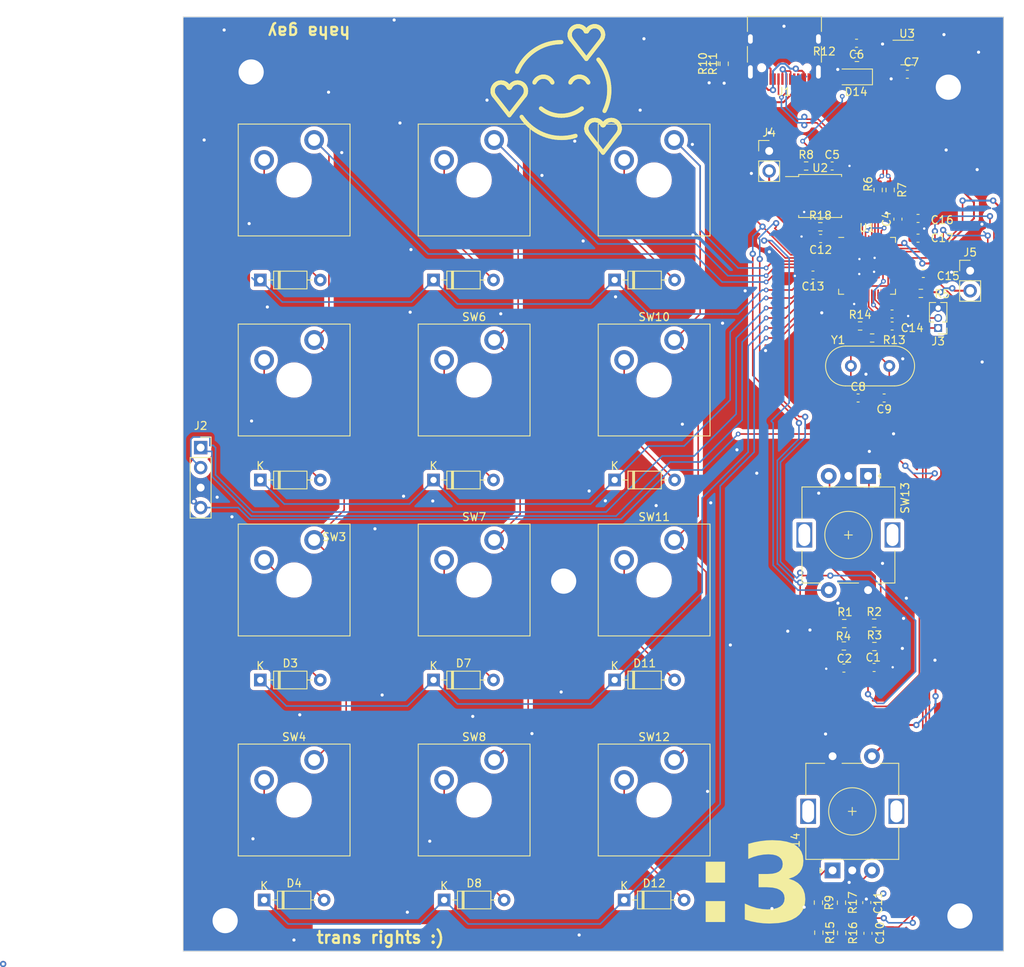
<source format=kicad_pcb>
(kicad_pcb (version 20221018) (generator pcbnew)
  (title_block (title "gods goofiest macroboard") (rev "1.0") (comment 1 ":3"))
  (layers (0 "F.Cu" signal) (31 "B.Cu" signal) (34 "B.Paste" user) (35 "F.Paste" user) (36 "B.SilkS" user "B.Silkscreen") (37 "F.SilkS" user "F.Silkscreen") (38 "B.Mask" user) (39 "F.Mask" user) (44 "Edge.Cuts" user))
  (net 0 "")
  (net 1 "/ROT_AL")
  (net 2 "GND")
  (net 3 "/ROT_BL")
  (net 4 "+1V1")
  (net 5 "+3.3V")
  (net 6 "Net-(D14-K)")
  (net 7 "/XIN")
  (net 8 "Net-(C9-Pad1)")
  (net 9 "/ROT_AR")
  (net 10 "/ROT_BR")
  (net 11 "/R1")
  (net 12 "Net-(D1-A)")
  (net 13 "/R2")
  (net 14 "Net-(D2-A)")
  (net 15 "/R3")
  (net 16 "Net-(D3-A)")
  (net 17 "/R4")
  (net 18 "Net-(D4-A)")
  (net 19 "Net-(D5-A)")
  (net 20 "Net-(D6-A)")
  (net 21 "Net-(D7-A)")
  (net 22 "Net-(D8-A)")
  (net 23 "Net-(D9-A)")
  (net 24 "Net-(D10-A)")
  (net 25 "Net-(D11-A)")
  (net 26 "Net-(D12-A)")
  (net 27 "Net-(D14-A)")
  (net 28 "Net-(J1-CC1)")
  (net 29 "/USB_P")
  (net 30 "/USB_N")
  (net 32 "Net-(J1-CC2)")
  (net 34 "/OLED_SCK")
  (net 35 "/OLED_SDA")
  (net 36 "Net-(R1-Pad2)")
  (net 37 "Net-(R2-Pad2)")
  (net 38 "/QSPI_CS")
  (net 39 "Net-(R17-Pad1)")
  (net 40 "Net-(U3-EN)")
  (net 41 "/XOUT")
  (net 42 "Net-(R15-Pad2)")
  (net 43 "/C1")
  (net 44 "/C2")
  (net 45 "/C3")
  (net 46 "/ROT_S1L")
  (net 47 "/ROT_S1R")
  (net 48 "/SWCLK")
  (net 49 "/SWD")
  (net 54 "/QSPI_SD3")
  (net 55 "/QSPI_SCK")
  (net 56 "/QSPI_SD0")
  (net 57 "/QSPI_SD2")
  (net 58 "/QSPI_SD1")
  (net 60 "Net-(U1-USB_DP)")
  (net 61 "Net-(U1-USB_DM)")
  (net 69 "/BOOT_MODE")
  (net 70 "/RUN")
  (net 71 "/ESP_U0TXD")
  (net 73 "/ESP_U0RXD")
  (footprint "MountingHole:MountingHole_3.2mm_M3_DIN965_Pad" (layer "F.Cu") (at 198.8566 136.652)
    (fp_text reference "REF**" hide)
    (fp_text value "MountingHole_3.2mm_M3_DIN965_Pad" hide)
  )
  (footprint "Resistor_SMD:R_0603_1608Metric" (layer "F.Cu") (at 168.91 28.4226 90)
    (fp_text reference "R11")
    (fp_text value "5k1")
  )
  (footprint "Package_SO:SOIC-8_5.23x5.23mm_P1.27mm" (layer "F.Cu") (at 181.102 45.212)
    (fp_text reference "U2")
    (fp_text value "W25Q128JVS")
  )
  (footprint "Resistor_SMD:R_0603_1608Metric" (layer "F.Cu") (at 180.8826 134.9488 90)
    (fp_text reference "R9")
    (fp_text value "10k")
  )
  (footprint "Package_DFN_QFN:QFN-56-1EP_7x7mm_P0.4mm_EP3.2x3.2mm" (layer "F.Cu") (at 187.0625 54.08)
    (fp_text reference "U1")
    (fp_text value "RP2040")
  )
  (footprint "Capacitor_SMD:C_0603_1608Metric" (layer "F.Cu") (at 184.1158 105.17)
    (fp_text reference "C2")
    (fp_text value "0.01uF" hide)
  )
  (footprint "Capacitor_SMD:C_0603_1608Metric" (layer "F.Cu") (at 180.19 55.26 180)
    (fp_text reference "C13")
    (fp_text value "1uF")
  )
  (footprint "Connector_USB:USB_C_Receptacle_HRO_TYPE-C-31-M-12" (layer "F.Cu") (at 176.5627 26.3205 180)
    (fp_text reference "J1")
    (fp_text value "USB_C_Receptacle_USB2.0")
  )
  (footprint "Capacitor_SMD:C_0603_1608Metric" (layer "F.Cu") (at 193.535 50.57)
    (fp_text reference "C17")
    (fp_text value "1uF")
  )
  (footprint "Diode_THT:D_DO-35_SOD27_P7.62mm_Horizontal" (layer "F.Cu") (at 155 55.88)
    (fp_text reference "D9" hide)
    (fp_text value "1N4148")
  )
  (footprint "Diode_THT:D_DO-35_SOD27_P7.62mm_Horizontal" (layer "F.Cu") (at 110 106.68)
    (fp_text reference "D3")
    (fp_text value "1N4148")
  )
  (footprint "Capacitor_SMD:C_0603_1608Metric" (layer "F.Cu") (at 194.205 55.05)
    (fp_text reference "C15")
    (fp_text value "1uF")
  )
  (footprint "Resistor_SMD:R_0603_1608Metric" (layer "F.Cu") (at 183.8126 134.9588 -90)
    (fp_text reference "R17")
    (fp_text value "10k" hide)
  )
  (footprint "Diode_THT:D_DO-35_SOD27_P7.62mm_Horizontal" (layer "F.Cu") (at 132 106.68)
    (fp_text reference "D7")
    (fp_text value "1N4148" hide)
  )
  (footprint "Capacitor_SMD:C_0603_1608Metric" (layer "F.Cu") (at 187.9558 105.09 180)
    (fp_text reference "C1")
    (fp_text value "0.01uF")
  )
  (footprint "Resistor_SMD:R_0603_1608Metric" (layer "F.Cu") (at 187.9958 102.43)
    (fp_text reference "R3")
    (fp_text value "10k")
  )
  (footprint "Capacitor_SMD:C_0603_1608Metric" (layer "F.Cu") (at 185.7248 25.8114 180)
    (fp_text reference "C6")
    (fp_text value "1uF")
  )
  (footprint "Resistor_SMD:R_0603_1608Metric" (layer "F.Cu") (at 187.9658 99.46)
    (fp_text reference "R2")
    (fp_text value "10k")
  )
  (footprint "Diode_THT:D_DO-35_SOD27_P7.62mm_Horizontal" (layer "F.Cu") (at 155 106.68)
    (fp_text reference "D11")
    (fp_text value "1N4148")
  )
  (footprint "Resistor_SMD:R_0603_1608Metric" (layer "F.Cu") (at 183.8426 138.8088 -90)
    (fp_text reference "R16")
    (fp_text value "10k")
  )
  (footprint "Diode_THT:D_DO-35_SOD27_P7.62mm_Horizontal" (layer "F.Cu") (at 110 55.88)
    (fp_text reference "D1" hide)
    (fp_text value "1N4148" hide)
  )
  (footprint "Diode_THT:D_DO-35_SOD27_P7.62mm_Horizontal" (layer "F.Cu") (at 155 81.28)
    (fp_text reference "D10" hide)
    (fp_text value "1N4148")
  )
  (footprint "PCM_Switch_Keyboard_Cherry_MX:SW_Cherry_MX_Plate" (layer "F.Cu") (at 160.02 93.98)
    (fp_text reference "SW11")
    (fp_text value "SW_Push" hide)
  )
  (footprint "Connector_PinSocket_2.54mm:PinSocket_1x04_P2.54mm_Vertical" (layer "F.Cu") (at 102.4255 77.1652)
    (fp_text reference "J2")
    (fp_text value "OLED")
  )
  (footprint "Capacitor_SMD:C_0603_1608Metric" (layer "F.Cu") (at 190.233 60.198)
    (fp_text reference "C3" hide)
    (fp_text value "1uF")
  )
  (footprint "Capacitor_SMD:C_0603_1608Metric" (layer "F.Cu") (at 187.1726 138.8488 90)
    (fp_text reference "C10")
    (fp_text value "0.01uF")
  )
  (footprint "Resistor_SMD:R_0603_1608Metric" (layer "F.Cu") (at 167.64 28.3972 90)
    (fp_text reference "R10")
    (fp_text value "5k1")
  )
  (footprint "Diode_THT:D_DO-35_SOD27_P7.62mm_Horizontal" (layer "F.Cu") (at 110 81.28)
    (fp_text reference "D2" hide)
    (fp_text value "1N4148" hide)
  )
  (footprint "PCM_Switch_Keyboard_Cherry_MX:SW_Cherry_MX_Plate" (layer "F.Cu") (at 137.16 93.98)
    (fp_text reference "SW7")
    (fp_text value "SW_Push" hide)
  )
  (footprint "Capacitor_SMD:C_0603_1608Metric" (layer "F.Cu") (at 192.1764 29.7484)
    (fp_text reference "C7")
    (fp_text value "1uF")
  )
  (footprint "Package_TO_SOT_SMD:SOT-23-5" (layer "F.Cu") (at 192.1455 26.99)
    (fp_text reference "U3")
    (fp_text value "AP2112K-3.3" hide)
  )
  (footprint "Rotary_Encoder:RotaryEncoder_Alps_EC11E-Switch_Vertical_H20mm" (layer "F.Cu") (at 187.1916 80.7624 -90)
    (fp_text reference "SW13")
    (fp_text value "RotaryEncoder_Switch_LEFT" hide)
  )
  (footprint "Diode_THT:D_DO-35_SOD27_P7.62mm_Horizontal" (layer "F.Cu") (at 156.21 134.62)
    (fp_text reference "D12")
    (fp_text value "1N4148")
  )
  (footprint "PCM_Switch_Keyboard_Cherry_MX:SW_Cherry_MX_Plate" (layer "F.Cu") (at 137.16 121.92)
    (fp_text reference "SW8")
    (fp_text value "SW_Push" hide)
  )
  (footprint "Diode_SMD:D_SOD-123F" (layer "F.Cu") (at 185.53291 30.084673 180)
    (fp_text reference "D14")
    (fp_text value "MBR1020VL")
  )
  (footprint "Capacitor_SMD:C_0603_1608Metric" (layer "F.Cu") (at 185.928 70.866)
    (fp_text reference "C8")
    (fp_text value "27pF")
  )
  (footprint "PCM_Switch_Keyboard_Cherry_MX:SW_Cherry_MX_Plate" (layer "F.Cu") (at 137.16 43.18)
    (fp_text reference "SW5" hide)
    (fp_text value "SW_Push")
  )
  (footprint "MountingHole:MountingHole_3.2mm_M3_DIN965_Pad" (layer "F.Cu") (at 108.839 29.464)
    (fp_text reference "REF**" hide)
    (fp_text value "MountingHole_3.2mm_M3_DIN965_Pad" hide)
  )
  (footprint "Resistor_SMD:R_0603_1608Metric" (layer "F.Cu") (at 187.706 63.246)
    (fp_text reference "R13")
    (fp_text value "1k")
  )
  (footprint "Resistor_SMD:R_0603_1608Metric" (layer "F.Cu") (at 188.468 44.45 -90)
    (fp_text reference "R6")
    (fp_text value "27")
  )
  (footprint "Crystal:Crystal_HC49-U_Vertical" (layer "F.Cu") (at 185.002 66.802)
    (fp_text reference "Y1")
    (fp_text value "12MHz")
  )
  (footprint "MountingHole:MountingHole_3.2mm_M3_DIN965_Pad" (layer "F.Cu") (at 105.537 137.2362)
    (fp_text reference "REF**" hide)
    (fp_text value "MountingHole_3.2mm_M3_DIN965_Pad" hide)
  )
  (footprint "Resistor_SMD:R_0603_1608Metric" (layer "F.Cu") (at 179.324 41.402)
    (fp_text reference "R8")
    (fp_text value "10k")
  )
  (footprint "Capacitor_SMD:C_0603_1608Metric" (layer "F.Cu") (at 189.23 70.866 180)
    (fp_text reference "C9")
    (fp_text value "27pF")
  )
  (footprint "PCM_Switch_Keyboard_Cherry_MX:SW_Cherry_MX_Plate" (layer "F.Cu") (at 114.3 68.58)
    (fp_text reference "SW2" hide)
    (fp_text value "SW_Push")
  )
  (footprint "Resistor_SMD:R_0603_1608Metric" (layer "F.Cu") (at 185.7756 27.6148 180)
    (fp_text reference "R12")
    (fp_text value "10k")
  )
  (footprint "Capacitor_SMD:C_0603_1608Metric" (layer "F.Cu") (at 190.246 61.722)
    (fp_text reference "C14")
    (fp_text value "1uF")
  )
  (footprint "Connector_PinHeader_1.27mm:PinHeader_1x03_P1.27mm_Vertical" (layer "F.Cu") (at 196.088 61.976 180)
    (fp_text reference "J3")
    (fp_text value "debug" hide)
  )
  (footprint "PCM_Switch_Keyboard_Cherry_MX:SW_Cherry_MX_Plate" (layer "F.Cu") (at 114.3 121.92)
    (fp_text reference "SW4")
    (fp_text value "SW_Push" hide)
  )
  (footprint "PCM_Switch_Keyboard_Cherry_MX:SW_Cherry_MX_Plate" (layer "F.Cu") (at 160.02 43.18)
    (fp_text reference "SW9" hide)
    (fp_text value "SW_Push")
  )
  (footprint "MountingHole:MountingHole_3.2mm_M3_DIN965_Pad" (layer "F.Cu") (at 197.3834 31.3944)
    (fp_text reference "REF**" hide)
    (fp_text value "MountingHole_3.2mm_M3_DIN965_Pad" hide)
  )
  (footprint "Diode_THT:D_DO-35_SOD27_P7.62mm_Horizontal" (layer "F.Cu") (at 132 55.88)
    (fp_text reference "D5" hide)
    (fp_text value "1N4148" hide)
  )
  (footprint "Resistor_SMD:R_0603_1608Metric" (layer "F.Cu") (at 189.992 44.45 90)
    (fp_text reference "R7")
    (fp_text value "27")
  )
  (footprint "Capacitor_SMD:C_0603_1608Metric" (layer "F.Cu") (at 193.535 48.06)
    (fp_text reference "C16")
    (fp_text value "1uF")
  )
  (footprint "Resistor_SMD:R_0603_1608Metric" (layer "F.Cu") (at 180.9326 138.7688 -90)
    (fp_text reference "R15")
    (fp_text value "10k")
  )
  (footprint "Resistor_SMD:R_0603_1608Metric" (layer "F.Cu") (at 186.182 61.722)
    (fp_text reference "R14")
    (fp_text value "DNP")
  )
  (footprint "Diode_THT:D_DO-35_SOD27_P7.62mm_Horizontal" (layer "F.Cu") (at 110.49 134.62)
    (fp_text reference "D4")
    (fp_text value "1N4148")
  )
  (footprint "Capacitor_SMD:C_0603_1608Metric" (layer "F.Cu") (at 190.98 48.15 90)
    (fp_text reference "C4")
    (fp_text value "1uF")
  )
  (footprint "MountingHole:MountingHole_3.2mm_M3_DIN965_Pad" (layer "F.Cu") (at 148.5266 94.126)
    (fp_text reference "REF**" hide)
    (fp_text value "MountingHole_3.2mm_M3_DIN965_Pad" hide)
  )
  (footprint "Diode_THT:D_DO-35_SOD27_P7.62mm_Horizontal" (layer "F.Cu") (at 133.35 134.62)
    (fp_text reference "D8")
    (fp_text value "1N4148")
  )
  (footprint "Capacitor_SMD:C_0603_1608Metric" (layer "F.Cu") (at 182.626 41.402)
    (fp_text reference "C5")
    (fp_text value "0.1uF")
  )
  (footprint "PCM_Switch_Keyboard_Cherry_MX:SW_Cherry_MX_Plate" (layer "F.Cu") (at 160.02 68.58)
    (fp_text reference "SW10")
    (fp_text value "SW_Push")
  )
  (footprint "PCM_Switch_Keyboard_Cherry_MX:SW_Cherry_MX_Plate" (layer "F.Cu") (at 114.3 43.18)
    (fp_text reference "SW1" hide)
    (fp_text value "SW_Push")
  )
  (footprint "Capacitor_SMD:C_0603_1608Metric" (layer "F.Cu") (at 181.165 50.62 180)
    (fp_text reference "C12")
    (fp_text value "1uF")
  )
  (footprint "PCM_Switch_Keyboard_Cherry_MX:SW_Cherry_MX_Plate" (layer "F.Cu") (at 114.3 93.98)
    (fp_text reference "SW3")
    (fp_text value "SW_Push")
  )
  (footprint "Connector_PinHeader_2.54mm:PinHeader_1x02_P2.54mm_Vertical" (layer "F.Cu") (at 174.625 39.492)
    (fp_text reference "J4")
    (fp_text value "Boot pins")
  )
  (footprint "Capacitor_SMD:C_0603_1608Metric" (layer "F.Cu") (at 187.0226 134.9488 -90)
    (fp_text reference "C11")
    (fp_text value "0.01uF" hide)
  )
  (footprint "Resistor_SMD:R_0603_1608Metric" (layer "F.Cu") (at 184.1608 99.51 180)
    (fp_text reference "R1")
    (fp_text value "10k")
  )
  (footprint "PCM_Switch_Keyboard_Cherry_MX:SW_Cherry_MX_Plate" (layer "F.Cu") (at 160.02 121.92)
    (fp_text reference "SW12")
    (fp_text value "SW_Push" hide)
  )
  (footprint "Rotary_Encoder:RotaryEncoder_Alps_EC11E-Switch_Vertical_H20mm" (layer "F.Cu") (at 182.6806 130.8608 90)
    (fp_text reference "SW14")
    (fp_text value "RotaryEncoder_Switch_RIGHT" hide)
  )
  (footprint "Diode_THT:D_DO-35_SOD27_P7.62mm_Horizontal" (layer "F.Cu") (at 132 81.28)
    (fp_text reference "D6" hide)
    (fp_text value "1N4148" hide)
  )
  (footprint "Resistor_SMD:R_0603_1608Metric" (layer "F.Cu") (at 181.1274 49.1236)
    (fp_text reference "R18")
    (fp_text value "1k")
  )
  (footprint "Resistor_SMD:R_0603_1608Metric" (layer "F.Cu") (at 193.89 57.58)
    (fp_text reference "R5")
    (fp_text value "10k" hide)
  )
  (footprint "Connector_PinHeader_2.54mm:PinHeader_1x02_P2.54mm_Vertical" (layer "F.Cu") (at 200.152 54.7066)
    (fp_text reference "J5")
    (fp_text value "Reset")
  )
  (footprint "Resistor_SMD:R_0603_1608Metric" (layer "F.Cu") (at 184.1158 102.36)
    (fp_text reference "R4")
    (fp_text value "10k" hide)
  )
  (footprint "PCM_Switch_Keyboard_Cherry_MX:SW_Cherry_MX_Plate" (layer "F.Cu") (at 137.16 68.58)
    (fp_text reference "SW6")
    (fp_text value "SW_Push")
  )
  (gr_line (start 139.62606 31.370864) (end 139.60341 31.417068) (stroke (width 0.1)) (layer "F.SilkS"))
  (gr_line (start 141.646334 31.450965) (end 141.641972 31.451924) (stroke (width 0.529166)) (layer "F.SilkS"))
  (gr_line (start 153.514603 24.518059) (end 153.503637 24.467851) (stroke (width 0.1)) (layer "F.SilkS"))
  (gr_line (start 149.636257 30.427574) (end 149.596815 30.468861) (stroke (width 0.529166)) (layer "F.SilkS"))
  (gr_line (start 151.415951 36.733302) (end 151.422381 36.785442) (stroke (width 0.1)) (layer "F.SilkS"))
  (gr_line (start 152.273034 35.577761) (end 152.221163 35.589476) (stroke (width 0.1)) (layer "F.SilkS"))
  (gr_line (start 140.690856 30.799826) (end 140.652867 30.796532) (stroke (width 0.529166)) (layer "F.SilkS"))
  (gr_line (start 151.413717 24.309921) (end 151.409199 24.309808) (stroke (width 0.529166)) (layer "F.SilkS"))
  (gr_line (start 141.619802 31.453557) (end 141.615276 31.453222) (stroke (width 0.1)) (layer "F.SilkS"))
  (gr_line (start 154.039044 29.910331) (end 154.113069 30.162051) (stroke (width 0.529166)) (layer "F.SilkS"))
  (gr_line (start 149.684081 23.895012) (end 149.645202 23.928694) (stroke (width 0.529166)) (layer "F.SilkS"))
  (gr_line (start 142.572049 30.798785) (end 142.520958 30.804921) (stroke (width 0.1)) (layer "F.SilkS"))
  (gr_line (start 153.092903 28.085419) (end 153.243191 28.292782) (stroke (width 0.529166)) (layer "F.SilkS"))
  (gr_line (start 150.260557 23.656025) (end 150.208418 23.662455) (stroke (width 0.1)) (layer "F.SilkS"))
  (gr_line (start 153.110345 23.867912) (end 153.066028 23.836113) (stroke (width 0.1)) (layer "F.SilkS"))
  (gr_line (start 154.736426 35.567771) (end 154.684748 35.561439) (stroke (width 0.1)) (layer "F.SilkS"))
  (gr_line (start 152.413012 23.651336) (end 152.361619 23.655024) (stroke (width 0.1)) (layer "F.SilkS"))
  (gr_line (start 151.548056 24.164659) (end 151.541262 24.175971) (stroke (width 0.1)) (layer "F.SilkS"))
  (gr_line (start 150.097884 23.684031) (end 150.047035 23.698474) (stroke (width 0.529166)) (layer "F.SilkS"))
  (gr_line (start 149.305459 24.568161) (end 149.299221 24.6194) (stroke (width 0.1)) (layer "F.SilkS"))
  (gr_line (start 151.490433 24.269623) (end 151.487708 24.27339) (stroke (width 0.529166)) (layer "F.SilkS"))
  (gr_line (start 155.499136 36.076817) (end 155.471211 36.032615) (stroke (width 0.529166)) (layer "F.SilkS"))
  (gr_line (start 150.365686 23.650282) (end 150.310543 23.651679) (stroke (width 0.529166)) (layer "F.SilkS"))
  (gr_line (start 144.634461 26.851701) (end 144.81493 26.723824) (stroke (width 0.529166)) (layer "F.SilkS"))
  (gr_line (start 154.299749 31.210287) (end 154.317784 31.481405) (stroke (width 0.529166)) (layer "F.SilkS"))
  (gr_line (start 146.551631 34.653296) (end 146.392391 34.576809) (stroke (width 0.529166)) (layer "F.SilkS"))
  (gr_line (start 149.645202 23.928694) (end 149.607989 23.964177) (stroke (width 0.529166)) (layer "F.SilkS"))
  (gr_line (start 141.540536 31.401065) (end 141.523379 31.366595) (stroke (width 0.529166)) (layer "F.SilkS"))
  (gr_line (start 143.571883 31.281564) (end 143.542499 31.238585) (stroke (width 0.1)) (layer "F.SilkS"))
  (gr_line (start 151.440408 24.306075) (end 151.436101 24.307241) (stroke (width 0.1)) (layer "F.SilkS"))
  (gr_line (start 153.832629 35.859762) (end 153.795484 35.897814) (stroke (width 0.1)) (layer "F.SilkS"))
  (gr_line (start 153.394462 36.067337) (end 153.365062 36.022004) (stroke (width 0.1)) (layer "F.SilkS"))
  (gr_line (start 140.314914 30.826976) (end 140.263312 30.841382) (stroke (width 0.1)) (layer "F.SilkS"))
  (gr_line (start 152.709586 23.678125) (end 152.658632 23.667415) (stroke (width 0.529166)) (layer "F.SilkS"))
  (gr_line (start 146.568362 30.221212) (end 146.515257 30.193115) (stroke (width 0.529166)) (layer "F.SilkS"))
  (gr_line (start 146.877223 34.784417) (end 146.713324 34.722499) (stroke (width 0.529166)) (layer "F.SilkS"))
  (gr_line (start 143.884079 36.006747) (end 143.636957 35.738086) (stroke (width 0.529166)) (layer "F.SilkS"))
  (gr_line (start 151.414018 27.807362) (end 153.316663 25.368433) (stroke (width 0.1)) (layer "F.SilkS"))
  (gr_line (start 139.60341 31.417068) (end 139.58301 31.46426) (stroke (width 0.1)) (layer "F.SilkS"))
  (gr_line (start 153.483365 36.203198) (end 153.480043 36.201138) (stroke (width 0.1)) (layer "F.SilkS"))
  (gr_line (start 150.012759 30.169033) (end 149.960368 30.193775) (stroke (width 0.529166)) (layer "F.SilkS"))
  (gr_line (start 153.388625 24.182021) (end 153.361464 24.137815) (stroke (width 0.1)) (layer "F.SilkS"))
  (gr_line (start 153.507794 36.21335) (end 153.503315 36.212096) (stroke (width 0.529166)) (layer "F.SilkS"))
  (gr_line (start 146.202414 26.019162) (end 146.41639 25.947685) (stroke (width 0.529166)) (layer "F.SilkS"))
  (gr_line (start 151.033629 23.884862) (end 150.992278 23.853524) (stroke (width 0.1)) (layer "F.SilkS"))
  (gr_line (start 153.516814 36.21516) (end 153.512296 36.214371) (stroke (width 0.529166)) (layer "F.SilkS"))
  (gr_line (start 141.889236 31.135316) (end 141.85378 31.175479) (stroke (width 0.1)) (layer "F.SilkS"))
  (gr_line (start 155.622498 36.873426) (end 155.633208 36.822471) (stroke (width 0.529166)) (layer "F.SilkS"))
  (gr_line (start 151.537689 30.584092) (end 151.500364 30.534473) (stroke (width 0.529166)) (layer "F.SilkS"))
  (gr_line (start 153.534288 24.710509) (end 153.532523 24.659078) (stroke (width 0.529166)) (layer "F.SilkS"))
  (gr_line (start 153.585044 36.198617) (end 153.581337 36.20115) (stroke (width 0.1)) (layer "F.SilkS"))
  (gr_line (start 145.628573 30.10488) (end 145.568155 30.123022) (stroke (width 0.529166)) (layer "F.SilkS"))
  (gr_line (start 151.566365 37.184064) (end 151.627748 37.274604) (stroke (width 0.529166)) (layer "F.SilkS"))
  (gr_line (start 155.073484 35.676295) (end 155.025357 35.652747) (stroke (width 0.529166)) (layer "F.SilkS"))
  (gr_line (start 141.488212 31.304837) (end 141.458813 31.259504) (stroke (width 0.1)) (layer "F.SilkS"))
  (gr_line (start 142.179561 30.914541) (end 142.134219 30.939455) (stroke (width 0.1)) (layer "F.SilkS"))
  (gr_line (start 141.283959 31.062043) (end 141.244046 31.028612) (stroke (width 0.1)) (layer "F.SilkS"))
  (gr_line (start 141.61075 31.45266) (end 141.606233 31.451871) (stroke (width 0.1)) (layer "F.SilkS"))
  (gr_line (start 153.108945 35.759773) (end 153.066246 35.73056) (stroke (width 0.1)) (layer "F.SilkS"))
  (gr_line (start 143.542499 31.238585) (end 143.510914 31.196926) (stroke (width 0.1)) (layer "F.SilkS"))
  (gr_line (start 142.273279 30.871541) (end 142.225945 30.891896) (stroke (width 0.1)) (layer "F.SilkS"))
  (gr_line (start 141.695236 31.420712) (end 141.692191 31.42414) (stroke (width 0.529166)) (layer "F.SilkS"))
  (gr_line (start 154.132187 35.654388) (end 154.085804 35.677034) (stroke (width 0.1)) (layer "F.SilkS"))
  (gr_line (start 146.713324 34.722499) (end 146.551631 34.653296) (stroke (width 0.529166)) (layer "F.SilkS"))
  (gr_line (start 153.486594 36.205121) (end 153.483179 36.203198) (stroke (width 0.529166)) (layer "F.SilkS"))
  (gr_line (start 153.503501 36.212096) (end 153.499053 36.210605) (stroke (width 0.1)) (layer "F.SilkS"))
  (gr_line (start 139.884512 31.047604) (end 139.844988 31.082664) (stroke (width 0.1)) (layer "F.SilkS"))
  (gr_line (start 152.908691 23.746497) (end 152.85981 23.725545) (stroke (width 0.529166)) (layer "F.SilkS"))
  (gr_line (start 149.399821 24.257331) (end 149.378364 24.304799) (stroke (width 0.529166)) (layer "F.SilkS"))
  (gr_line (start 141.34775 31.121657) (end 141.321447 31.095174) (stroke (width 0.529166)) (layer "F.SilkS"))
  (gr_line (start 153.41354 24.227362) (end 153.388625 24.182021) (stroke (width 0.1)) (layer "F.SilkS"))
  (gr_line (start 152.062853 23.727784) (end 152.01552 23.74814) (stroke (width 0.1)) (layer "F.SilkS"))
  (gr_line (start 153.59844 36.186667) (end 153.595247 36.189921) (stroke (width 0.529166)) (layer "F.SilkS"))
  (gr_line (start 153.431391 24.262259) (end 153.40809 24.215896) (stroke (width 0.529166)) (layer "F.SilkS"))
  (gr_line (start 141.015627 30.887412) (end 140.981422 30.872755) (stroke (width 0.529166)) (layer "F.SilkS"))
  (gr_line (start 148.583643 35.002953) (end 148.238436 35.017522) (stroke (width 0.529166)) (layer "F.SilkS"))
  (gr_line (start 151.490617 24.269623) (end 151.487892 24.27339) (stroke (width 0.1)) (layer "F.SilkS"))
  (gr_line (start 150.052895 23.697633) (end 150.001652 23.71476) (stroke (width 0.1)) (layer "F.SilkS"))
  (gr_line (start 151.333825 24.26426) (end 151.331902 24.260846) (stroke (width 0.529166)) (layer "F.SilkS"))
  (gr_line (start 149.467582 24.138031) (end 149.440524 24.181989) (stroke (width 0.1)) (layer "F.SilkS"))
  (gr_line (start 139.568437 32.229707) (end 139.588318 32.280502) (stroke (width 0.1)) (layer "F.SilkS"))
  (gr_line (start 149.674104 23.903854) (end 149.634581 23.938915) (stroke (width 0.1)) (layer "F.SilkS"))
  (gr_line (start 141.718903 31.37894) (end 141.707965 31.401065) (stroke (width 0.529166)) (layer "F.SilkS"))
  (gr_line (start 151.409199 24.309808) (end 151.404674 24.309472) (stroke (width 0.529166)) (layer "F.SilkS"))
  (gr_line (start 153.358964 25.308024) (end 153.387751 25.261686) (stroke (width 0.529166)) (layer "F.SilkS"))
  (gr_line (start 141.146456 30.957541) (end 141.114707 30.938321) (stroke (width 0.529166)) (layer "F.SilkS"))
  (gr_line (start 153.701146 36.014556) (end 153.687269 36.03496) (stroke (width 0.529166)) (layer "F.SilkS"))
  (gr_line (start 151.515524 24.222012) (end 151.509449 24.233715) (stroke (width 0.1)) (layer "F.SilkS"))
  (gr_line (start 149.315937 24.505943) (end 149.306516 24.558712) (stroke (width 0.529166)) (layer "F.SilkS"))
  (gr_line (start 153.503315 36.212096) (end 153.498867 36.210605) (stroke (width 0.529166)) (layer "F.SilkS"))
  (gr_line (start 139.509632 31.763149) (end 139.505865 31.814747) (stroke (width 0.1)) (layer "F.SilkS"))
  (gr_line (start 154.890133 35.602226) (end 154.839211 35.588142) (stroke (width 0.1)) (layer "F.SilkS"))
  (gr_line (start 141.6822 31.433373) (end 141.67861 31.436091) (stroke (width 0.529166)) (layer "F.SilkS"))
  (gr_line (start 140.308301 30.827781) (end 140.257452 30.842223) (stroke (width 0.529166)) (layer "F.SilkS"))
  (gr_line (start 152.017787 35.662224) (end 151.971584 35.68589) (stroke (width 0.529166)) (layer "F.SilkS"))
  (gr_line (start 143.725022 31.661808) (end 143.714055 31.6116) (stroke (width 0.1)) (layer "F.SilkS"))
  (gr_line (start 149.314773 24.931243) (end 149.326488 24.983114) (stroke (width 0.1)) (layer "F.SilkS"))
  (gr_line (start 153.430234 25.181463) (end 153.452272 25.13213) (stroke (width 0.1)) (layer "F.SilkS"))
  (gr_line (start 142.509699 30.806051) (end 142.45911 30.815125) (stroke (width 0.529166)) (layer "F.SilkS"))
  (gr_line (start 141.820106 31.21773) (end 141.788306 31.262047) (stroke (width 0.1)) (layer "F.SilkS"))
  (gr_line (start 153.265362 35.897561) (end 153.228594 35.860037) (stroke (width 0.1)) (layer "F.SilkS"))
  (gr_line (start 155.638322 36.463121) (end 155.629247 36.412533) (stroke (width 0.529166)) (layer "F.SilkS"))
  (gr_line (start 153.022288 35.703503) (end 152.977163 35.678633) (stroke (width 0.1)) (layer "F.SilkS"))
  (gr_line (start 151.456752 24.299404) (end 151.452741 24.301367) (stroke (width 0.529166)) (layer "F.SilkS"))
  (gr_line (start 139.509702 31.970803) (end 139.516131 32.022942) (stroke (width 0.1)) (layer "F.SilkS"))
  (gr_line (start 153.657928 36.082219) (end 153.651278 36.093612) (stroke (width 0.1)) (layer "F.SilkS"))
  (gr_line (start 141.082299 30.920214) (end 141.049263 30.903238) (stroke (width 0.529166)) (layer "F.SilkS"))
  (gr_line (start 153.512581 24.506282) (end 153.5011 24.456163) (stroke (width 0.529166)) (layer "F.SilkS"))
  (gr_line (start 151.509449 24.233715) (end 151.503518 24.245492) (stroke (width 0.1)) (layer "F.SilkS"))
  (gr_line (start 153.53955 36.215739) (end 153.535071 36.216063) (stroke (width 0.1)) (layer "F.SilkS"))
  (gr_line (start 140.911422 30.847022) (end 140.875687 30.835984) (stroke (width 0.529166)) (layer "F.SilkS"))
  (gr_line (start 151.345416 24.279867) (end 151.342847 24.276953) (stroke (width 0.529166)) (layer "F.SilkS"))
  (gr_line (start 151.61345 36.001582) (end 151.584236 36.044281) (stroke (width 0.1)) (layer "F.SilkS"))
  (gr_line (start 143.963534 27.424641) (end 144.123294 27.272521) (stroke (width 0.529166)) (layer "F.SilkS"))
  (gr_line (start 152.852926 35.621786) (end 152.817672 35.609522) (stroke (width 0.529166)) (layer "F.SilkS"))
  (gr_line (start 153.85218 34.108825) (end 153.78501 34.262845) (stroke (width 0.529166)) (layer "F.SilkS"))
  (gr_line (start 153.911619 35.790079) (end 153.871372 35.823843) (stroke (width 0.1)) (layer "F.SilkS"))
  (gr_line (start 150.936039 23.813795) (end 150.90429 23.794574) (stroke (width 0.529166)) (layer "F.SilkS"))
  (gr_line (start 139.844988 31.082664) (end 139.807464 31.119432) (stroke (width 0.1)) (layer "F.SilkS"))
  (gr_line (start 153.565495 36.209385) (end 153.56132 36.210955) (stroke (width 0.1)) (layer "F.SilkS"))
  (gr_line (start 153.114108 35.761748) (end 153.083766 35.740359) (stroke (width 0.529166)) (layer "F.SilkS"))
  (gr_line (start 151.073542 23.918294) (end 151.033629 23.884862) (stroke (width 0.1)) (layer "F.SilkS"))
  (gr_line (start 139.644803 32.395257) (end 139.657034 32.416218) (stroke (width 0.1)) (layer "F.SilkS"))
  (gr_line (start 149.327899 24.4541) (end 149.315937 24.505943) (stroke (width 0.529166)) (layer "F.SilkS"))
  (gr_line (start 143.636957 35.738086) (end 143.406116 35.454936) (stroke (width 0.529166)) (layer "F.SilkS"))
  (gr_line (start 153.607284 36.175873) (end 153.604559 36.17964) (stroke (width 0.1)) (layer "F.SilkS"))
  (gr_line (start 139.976987 30.97707) (end 139.934977 31.006948) (stroke (width 0.529166)) (layer "F.SilkS"))
  (gr_line (start 152.248693 23.671375) (end 152.198574 23.682857) (stroke (width 0.529166)) (layer "F.SilkS"))
  (gr_line (start 154.976476 35.631795) (end 154.926936 35.613425) (stroke (width 0.529166)) (layer "F.SilkS"))
  (gr_line (start 150.480439 23.656076) (end 150.44245 23.652782) (stroke (width 0.529166)) (layer "F.SilkS"))
  (gr_line (start 142.726765 30.795158) (end 142.675045 30.793881) (stroke (width 0.1)) (layer "F.SilkS"))
  (gr_line (start 154.365359 35.577625) (end 154.31524 35.589106) (stroke (width 0.529166)) (layer "F.SilkS"))
  (gr_line (start 153.530405 24.813555) (end 153.533586 24.762033) (stroke (width 0.529166)) (layer "F.SilkS"))
  (gr_line (start 150.104497 23.683227) (end 150.052895 23.697633) (stroke (width 0.1)) (layer "F.SilkS"))
  (gr_line (start 151.444566 36.36035) (end 151.432604 36.412193) (stroke (width 0.529166)) (layer "F.SilkS"))
  (gr_line (start 152.737154 35.588201) (end 152.686904 35.577118) (stroke (width 0.1)) (layer "F.SilkS"))
  (gr_line (start 141.713937 31.389241) (end 141.70815 31.401091) (stroke (width 0.1)) (layer "F.SilkS"))
  (gr_line (start 140.014764 30.953565) (end 139.969431 30.982964) (stroke (width 0.1)) (layer "F.SilkS"))
  (gr_line (start 145.11348 30.38813) (end 145.072194 30.427574) (stroke (width 0.529166)) (layer "F.SilkS"))
  (gr_line (start 151.754705 23.917595) (end 151.715962 23.953514) (stroke (width 0.1)) (layer "F.SilkS"))
  (gr_line (start 140.111019 30.901056) (end 140.06197 30.926232) (stroke (width 0.1)) (layer "F.SilkS"))
  (gr_line (start 150.436478 30.063805) (end 150.375399 30.06943) (stroke (width 0.529166)) (layer "F.SilkS"))
  (gr_line (start 139.524545 31.661122) (end 139.515869 31.711911) (stroke (width 0.1)) (layer "F.SilkS"))
  (gr_line (start 153.5921 36.193) (end 153.588634 36.195899) (stroke (width 0.1)) (layer "F.SilkS"))
  (gr_line (start 153.066246 35.73056) (end 153.022288 35.703503) (stroke (width 0.1)) (layer "F.SilkS"))
  (gr_line (start 141.6333 31.45324) (end 141.628822 31.453564) (stroke (width 0.1)) (layer "F.SilkS"))
  (gr_line (start 143.739554 31.970055) (end 143.743348 31.918309) (stroke (width 0.1)) (layer "F.SilkS"))
  (gr_line (start 143.119108 30.890247) (end 143.070227 30.869295) (stroke (width 0.529166)) (layer "F.SilkS"))
  (gr_line (start 151.497548 24.257342) (end 151.495361 24.261597) (stroke (width 0.529166)) (layer "F.SilkS"))
  (gr_line (start 151.330119 24.257342) (end 151.312962 24.222869) (stroke (width 0.529166)) (layer "F.SilkS"))
  (gr_line (start 141.70085 31.413346) (end 141.698125 31.417113) (stroke (width 0.529166)) (layer "F.SilkS"))
  (gr_line (start 141.558521 31.426393) (end 141.555833 31.42359) (stroke (width 0.529166)) (layer "F.SilkS"))
  (gr_line (start 153.303885 35.940004) (end 153.279406 35.911613) (stroke (width 0.529166)) (layer "F.SilkS"))
  (gr_line (start 139.969431 30.982964) (end 139.926003 31.01434) (stroke (width 0.1)) (layer "F.SilkS"))
  (gr_line (start 153.607098 36.175873) (end 153.604373 36.17964) (stroke (width 0.529166)) (layer "F.SilkS"))
  (gr_line (start 151.422698 24.30949) (end 151.418219 24.309814) (stroke (width 0.529166)) (layer "F.SilkS"))
  (gr_line (start 154.074973 35.682116) (end 154.029643 35.707736) (stroke (width 0.529166)) (layer "F.SilkS"))
  (gr_line (start 154.121336 35.658816) (end 154.074973 35.682116) (stroke (width 0.529166)) (layer "F.SilkS"))
  (gr_line (start 141.397636 31.177491) (end 141.373156 31.149102) (stroke (width 0.529166)) (layer "F.SilkS"))
  (gr_line (start 146.174324 30.08033) (end 146.114753 30.071205) (stroke (width 0.529166)) (layer "F.SilkS"))
  (gr_line (start 153.985441 35.735662) (end 153.942461 35.765879) (stroke (width 0.529166)) (layer "F.SilkS"))
  (gr_line (start 146.357551 37.544812) (end 146.007066 37.418947) (stroke (width 0.529166)) (layer "F.SilkS"))
  (gr_line (start 153.591914 36.193) (end 153.588448 36.195899) (stroke (width 0.529166)) (layer "F.SilkS"))
  (gr_line (start 151.162739 24.005364) (end 151.137333 23.977917) (stroke (width 0.529166)) (layer "F.SilkS"))
  (gr_line (start 144.83839 30.751694) (end 144.813644 30.804086) (stroke (width 0.529166)) (layer "F.SilkS"))
  (gr_line (start 150.620487 23.681952) (end 150.570238 23.670868) (stroke (width 0.1)) (layer "F.SilkS"))
  (gr_line (start 141.564423 31.431676) (end 141.561509 31.429107) (stroke (width 0.1)) (layer "F.SilkS"))
  (gr_line (start 153.494459 36.208875) (end 153.490097 36.206904) (stroke (width 0.529166)) (layer "F.SilkS"))
  (gr_line (start 154.990572 35.638303) (end 154.940617 35.618939) (stroke (width 0.1)) (layer "F.SilkS"))
  (gr_line (start 150.701005 23.703273) (end 150.66527 23.692234) (stroke (width 0.529166)) (layer "F.SilkS"))
  (gr_line (start 143.641809 31.406009) (end 143.618508 31.359646) (stroke (width 0.529166)) (layer "F.SilkS"))
  (gr_line (start 143.735146 32.008733) (end 143.740823 31.957306) (stroke (width 0.529166)) (layer "F.SilkS"))
  (gr_line (start 150.670107 23.695411) (end 150.620487 23.681952) (stroke (width 0.1)) (layer "F.SilkS"))
  (gr_line (start 153.494645 36.208875) (end 153.490283 36.206904) (stroke (width 0.1)) (layer "F.SilkS"))
  (gr_line (start 151.495545 24.261597) (end 151.493171 24.265691) (stroke (width 0.1)) (layer "F.SilkS"))
  (gr_line (start 141.207858 30.999244) (end 141.177516 30.977855) (stroke (width 0.529166)) (layer "F.SilkS"))
  (gr_line (start 142.623442 30.795097) (end 142.572049 30.798785) (stroke (width 0.1)) (layer "F.SilkS"))
  (gr_line (start 153.462083 36.186116) (end 153.459513 36.183202) (stroke (width 0.529166)) (layer "F.SilkS"))
  (gr_line (start 153.327408 35.969319) (end 153.303885 35.940004) (stroke (width 0.529166)) (layer "F.SilkS"))
  (gr_line (start 143.618508 31.359646) (end 143.592888 31.314317) (stroke (width 0.529166)) (layer "F.SilkS"))
  (gr_line (start 153.588448 36.195899) (end 153.584858 36.198617) (stroke (width 0.529166)) (layer "F.SilkS"))
  (gr_line (start 143.592888 31.314317) (end 143.564962 31.270115) (stroke (width 0.529166)) (layer "F.SilkS"))
  (gr_line (start 150.855588 30.10703) (end 150.797345 30.092284) (stroke (width 0.529166)) (layer "F.SilkS"))
  (gr_line (start 145.345308 30.22081) (end 145.295769 30.250074) (stroke (width 0.529166)) (layer "F.SilkS"))
  (gr_line (start 151.784129 23.892122) (end 151.743874 23.926876) (stroke (width 0.529166)) (layer "F.SilkS"))
  (gr_line (start 139.717441 31.224509) (end 139.687568 31.266523) (stroke (width 0.529166)) (layer "F.SilkS"))
  (gr_line (start 141.550816 31.417655) (end 141.548494 31.41453) (stroke (width 0.529166)) (layer "F.SilkS"))
  (gr_line (start 152.118318 35.62101) (end 152.067524 35.64089) (stroke (width 0.1)) (layer "F.SilkS"))
  (gr_line (start 151.418404 24.309814) (end 151.413902 24.309921) (stroke (width 0.1)) (layer "F.SilkS"))
  (gr_line (start 151.487708 24.27339) (end 151.484819 24.276989) (stroke (width 0.529166)) (layer "F.SilkS"))
  (gr_line (start 153.40809 24.215896) (end 153.38247 24.170566) (stroke (width 0.529166)) (layer "F.SilkS"))
  (gr_line (start 144.458922 26.985886) (end 144.634461 26.851701) (stroke (width 0.529166)) (layer "F.SilkS"))
  (gr_line (start 140.929425 30.854966) (end 140.880524 30.839161) (stroke (width 0.1)) (layer "F.SilkS"))
  (gr_line (start 141.682385 31.433399) (end 141.678795 31.436117) (stroke (width 0.1)) (layer "F.SilkS"))
  (gr_line (start 141.788306 31.262047) (end 141.758474 31.308407) (stroke (width 0.1)) (layer "F.SilkS"))
  (gr_line (start 149.561565 24.014068) (end 149.528133 24.053981) (stroke (width 0.1)) (layer "F.SilkS"))
  (gr_line (start 153.490097 36.206904) (end 153.486594 36.205121) (stroke (width 0.529166)) (layer "F.SilkS"))
  (gr_line (start 151.055851 23.901428) (end 151.027035 23.877945) (stroke (width 0.529166)) (layer "F.SilkS"))
  (gr_line (start 141.707965 31.401065) (end 141.705778 31.40532) (stroke (width 0.529166)) (layer "F.SilkS"))
  (gr_line (start 151.516488 36.163581) (end 151.495031 36.211048) (stroke (width 0.529166)) (layer "F.SilkS"))
  (gr_line (start 150.468211 23.655955) (end 150.416612 23.652188) (stroke (width 0.1)) (layer "F.SilkS"))
  (gr_line (start 145.201323 30.31503) (end 145.156544 30.350594) (stroke (width 0.529166)) (layer "F.SilkS"))
  (gr_line (start 147.549983 34.959246) (end 147.379709 34.926465) (stroke (width 0.529166)) (layer "F.SilkS"))
  (gr_line (start 154.176407 30.418162) (end 154.228805 30.67841) (stroke (width 0.529166)) (layer "F.SilkS"))
  (gr_line (start 150.871882 23.776466) (end 150.838845 23.75949) (stroke (width 0.529166)) (layer "F.SilkS"))
  (gr_line (start 149.305717 24.879193) (end 149.314773 24.931243) (stroke (width 0.1)) (layer "F.SilkS"))
  (gr_line (start 149.400566 25.187009) (end 149.411356 25.20877) (stroke (width 0.1)) (layer "F.SilkS"))
  (gr_line (start 140.62703 30.795938) (end 140.575161 30.794674) (stroke (width 0.1)) (layer "F.SilkS"))
  (gr_line (start 139.552754 31.547) (end 139.538317 31.59785) (stroke (width 0.529166)) (layer "F.SilkS"))
  (gr_line (start 153.361464 24.137815) (end 153.33208 24.094836) (stroke (width 0.1)) (layer "F.SilkS"))
  (gr_line (start 140.065335 30.923391) (end 140.020462 30.949195) (stroke (width 0.529166)) (layer "F.SilkS"))
  (gr_line (start 141.266268 31.045171) (end 141.237452 31.021689) (stroke (width 0.529166)) (layer "F.SilkS"))
  (gr_line (start 153.095736 23.856419) (end 153.050435 23.824992) (stroke (width 0.529166)) (layer "F.SilkS"))
  (gr_line (start 152.377223 35.562275) (end 152.325084 35.568704) (stroke (width 0.1)) (layer "F.SilkS"))
  (gr_line (start 146.811735 30.399166) (end 146.76636 30.358713) (stroke (width 0.529166)) (layer "F.SilkS"))
  (gr_line (start 149.355784 25.079959) (end 149.368549 25.114101) (stroke (width 0.529166)) (layer "F.SilkS"))
  (gr_line (start 152.568081 23.655191) (end 152.516335 23.651397) (stroke (width 0.1)) (layer "F.SilkS"))
  (gr_line (start 143.406116 35.454936) (end 143.192303 35.158043) (stroke (width 0.529166)) (layer "F.SilkS"))
  (gr_line (start 153.452356 24.309561) (end 153.431391 24.262259) (stroke (width 0.529166)) (layer "F.SilkS"))
  (gr_line (start 145.689312 30.089927) (end 145.628573 30.10488) (stroke (width 0.529166)) (layer "F.SilkS"))
  (gr_line (start 139.535628 31.610873) (end 139.524545 31.661122) (stroke (width 0.1)) (layer "F.SilkS"))
  (gr_line (start 139.505223 31.902354) (end 139.507104 31.938943) (stroke (width 0.529166)) (layer "F.SilkS"))
  (gr_line (start 152.559116 35.559032) (end 152.520856 35.557094) (stroke (width 0.529166)) (layer "F.SilkS"))
  (gr_line (start 150.518127 23.660707) (end 150.480439 23.656076) (stroke (width 0.529166)) (layer "F.SilkS"))
  (gr_line (start 150.967099 23.834109) (end 150.936039 23.813795) (stroke (width 0.529166)) (layer "F.SilkS"))
  (gr_line (start 151.530474 37.120102) (end 151.547854 37.152357) (stroke (width 0.529166)) (layer "F.SilkS"))
  (gr_line (start 155.471211 36.032615) (end 155.440994 35.989634) (stroke (width 0.529166)) (layer "F.SilkS"))
  (gr_line (start 139.536904 32.126863) (end 139.551309 32.178464) (stroke (width 0.1)) (layer "F.SilkS"))
  (gr_line (start 153.521656 24.55687) (end 153.512581 24.506282) (stroke (width 0.529166)) (layer "F.SilkS"))
  (gr_line (start 146.854519 25.828271) (end 147.078341 25.780664) (stroke (width 0.529166)) (layer "F.SilkS"))
  (gr_line (start 149.634581 23.938915) (end 149.597058 23.975683) (stroke (width 0.1)) (layer "F.SilkS"))
  (gr_line (start 141.421158 31.206805) (end 141.397636 31.177491) (stroke (width 0.529166)) (layer "F.SilkS"))
  (gr_line (start 155.025357 35.652747) (end 154.976476 35.631795) (stroke (width 0.529166)) (layer "F.SilkS"))
  (gr_line (start 153.620185 36.15174) (end 153.614398 36.163591) (stroke (width 0.1)) (layer "F.SilkS"))
  (gr_line (start 150.969508 30.144731) (end 150.91301 30.124525) (stroke (width 0.529166)) (layer "F.SilkS"))
  (gr_line (start 142.45911 30.815125) (end 142.408991 30.826607) (stroke (width 0.529166)) (layer "F.SilkS"))
  (gr_line (start 142.036212 31.003379) (end 141.994547 31.035872) (stroke (width 0.529166)) (layer "F.SilkS"))
  (gr_line (start 141.597252 31.449596) (end 141.592804 31.448105) (stroke (width 0.1)) (layer "F.SilkS"))
  (gr_line (start 150.364744 23.650924) (end 150.312696 23.652192) (stroke (width 0.1)) (layer "F.SilkS"))
  (gr_line (start 142.920004 30.821875) (end 142.869049 30.811165) (stroke (width 0.529166)) (layer "F.SilkS"))
  (gr_line (start 151.474686 36.992207) (end 151.494567 37.043001) (stroke (width 0.1)) (layer "F.SilkS"))
  (gr_line (start 153.524728 24.864983) (end 153.530405 24.813555) (stroke (width 0.529166)) (layer "F.SilkS"))
  (gr_line (start 151.433228 36.846001) (end 151.441241 36.881537) (stroke (width 0.529166)) (layer "F.SilkS"))
  (gr_line (start 141.678795 31.436117) (end 141.675088 31.438651) (stroke (width 0.1)) (layer "F.SilkS"))
  (gr_line (start 152.004669 23.752566) (end 151.958306 23.775866) (stroke (width 0.529166)) (layer "F.SilkS"))
  (gr_line (start 151.713713 35.881932) (end 151.67822 35.920317) (stroke (width 0.1)) (layer "F.SilkS"))
  (gr_line (start 153.457251 36.180181) (end 153.454929 36.177056) (stroke (width 0.1)) (layer "F.SilkS"))
  (gr_line (start 141.558706 31.426419) (end 141.556019 31.423616) (stroke (width 0.1)) (layer "F.SilkS"))
  (gr_line (start 151.456936 24.299404) (end 151.452925 24.301367) (stroke (width 0.1)) (layer "F.SilkS"))
  (gr_line (start 153.569592 36.207617) (end 153.565495 36.209385) (stroke (width 0.1)) (layer "F.SilkS"))
  (gr_line (start 151.450455 36.916772) (end 151.460861 36.951673) (stroke (width 0.529166)) (layer "F.SilkS"))
  (gr_line (start 155.524756 36.122146) (end 155.499136 36.076817) (stroke (width 0.529166)) (layer "F.SilkS"))
  (gr_line (start 142.663337 30.793419) (end 142.611906 30.795183) (stroke (width 0.529166)) (layer "F.SilkS"))
  (gr_line (start 141.659061 31.446859) (end 141.654886 31.448429) (stroke (width 0.529166)) (layer "F.SilkS"))
  (gr_line (start 151.382202 24.304356) (end 151.377793 24.302626) (stroke (width 0.529166)) (layer "F.SilkS"))
  (gr_line (start 141.758474 31.308407) (end 141.75168 31.319719) (stroke (width 0.1)) (layer "F.SilkS"))
  (gr_line (start 146.620129 30.251861) (end 146.568362 30.221212) (stroke (width 0.529166)) (layer "F.SilkS"))
  (gr_line (start 142.675045 30.793881) (end 142.623442 30.795097) (stroke (width 0.1)) (layer "F.SilkS"))
  (gr_line (start 141.69831 31.41714) (end 141.695421 31.420739) (stroke (width 0.1)) (layer "F.SilkS"))
  (gr_line (start 152.597106 35.562326) (end 152.559116 35.559032) (stroke (width 0.529166)) (layer "F.SilkS"))
  (gr_line (start 141.67861 31.436091) (end 141.674903 31.438624) (stroke (width 0.529166)) (layer "F.SilkS"))
  (gr_line (start 143.733584 31.712503) (end 143.725022 31.661808) (stroke (width 0.1)) (layer "F.SilkS"))
  (gr_line (start 151.404859 24.309472) (end 151.400333 24.308911) (stroke (width 0.1)) (layer "F.SilkS"))
  (gr_line (start 152.745752 35.58869) (end 152.709147 35.580158) (stroke (width 0.529166)) (layer "F.SilkS"))
  (gr_line (start 153.365062 36.022004) (end 153.333686 35.978576) (stroke (width 0.1)) (layer "F.SilkS"))
  (gr_line (start 151.551053 37.157757) (end 151.563283 37.178718) (stroke (width 0.1)) (layer "F.SilkS"))
  (gr_line (start 154.518155 35.557683) (end 154.466911 35.561899) (stroke (width 0.529166)) (layer "F.SilkS"))
  (gr_line (start 143.71625 32.110926) (end 143.72696 32.059972) (stroke (width 0.529166)) (layer "F.SilkS"))
  (gr_line (start 149.925241 34.653296) (end 149.763549 34.722499) (stroke (width 0.529166)) (layer "F.SilkS"))
  (gr_line (start 152.350244 23.655649) (end 152.299281 23.662301) (stroke (width 0.529166)) (layer "F.SilkS"))
  (gr_line (start 153.150296 35.791112) (end 153.108945 35.759773) (stroke (width 0.1)) (layer "F.SilkS"))
  (gr_line (start 142.817811 30.802979) (end 142.766383 30.797302) (stroke (width 0.529166)) (layer "F.SilkS"))
  (gr_line (start 141.237452 31.021689) (end 141.207858 30.999244) (stroke (width 0.529166)) (layer "F.SilkS"))
  (gr_line (start 141.655071 31.448456) (end 141.650826 31.449825) (stroke (width 0.1)) (layer "F.SilkS"))
  (gr_line (start 139.504601 31.866615) (end 139.505869 31.918664) (stroke (width 0.1)) (layer "F.SilkS"))
  (gr_line (start 149.490186 30.603139) (end 149.458757 30.651156) (stroke (width 0.529166)) (layer "F.SilkS"))
  (gr_line (start 151.363377 24.294889) (end 151.360152 24.292696) (stroke (width 0.1)) (layer "F.SilkS"))
  (gr_line (start 149.458757 30.651156) (end 149.429491 30.700696) (stroke (width 0.529166)) (layer "F.SilkS"))
  (gr_line (start 151.277795 24.161087) (end 151.248396 24.115754) (stroke (width 0.1)) (layer "F.SilkS"))
  (gr_line (start 152.214551 35.590281) (end 152.163701 35.604723) (stroke (width 0.529166)) (layer "F.SilkS"))
  (gr_line (start 151.459003 36.3095) (end 151.444566 36.36035) (stroke (width 0.529166)) (layer "F.SilkS"))
  (gr_line (start 140.263312 30.841382) (end 140.212069 30.85851) (stroke (width 0.1)) (layer "F.SilkS"))
  (gr_line (start 153.371464 36.030651) (end 153.349944 35.999541) (stroke (width 0.529166)) (layer "F.SilkS"))
  (gr_line (start 154.672632 35.559802) (end 154.62111 35.55662) (stroke (width 0.529166)) (layer "F.SilkS"))
  (gr_line (start 152.149018 23.696731) (end 152.100119 23.712984) (stroke (width 0.529166)) (layer "F.SilkS"))
  (gr_line (start 150.838845 23.75949) (end 150.80521 23.743664) (stroke (width 0.529166)) (layer "F.SilkS"))
  (gr_line (start 155.347479 35.880436) (end 155.309427 35.843291) (stroke (width 0.1)) (layer "F.SilkS"))
  (gr_line (start 153.543811 36.215201) (end 153.539364 36.215739) (stroke (width 0.529166)) (layer "F.SilkS"))
  (gr_line (start 155.494712 37.184141) (end 155.522165 37.13633) (stroke (width 0.1)) (layer "F.SilkS"))
  (gr_line (start 155.609249 36.924003) (end 155.622498 36.873426) (stroke (width 0.529166)) (layer "F.SilkS"))
  (gr_line (start 152.198574 23.682857) (end 152.149018 23.696731) (stroke (width 0.529166)) (layer "F.SilkS"))
  (gr_line (start 152.686904 35.577118) (end 152.636116 35.568442) (stroke (width 0.1)) (layer "F.SilkS"))
  (gr_line (start 149.342336 24.40325) (end 149.327899 24.4541) (stroke (width 0.529166)) (layer "F.SilkS"))
  (gr_line (start 154.301042 32.286222) (end 154.283486 32.460358) (stroke (width 0.529166)) (layer "F.SilkS"))
  (gr_line (start 141.628637 31.453537) (end 141.624134 31.453644) (stroke (width 0.529166)) (layer "F.SilkS"))
  (gr_line (start 143.510914 31.196926) (end 143.47715 31.156679) (stroke (width 0.1)) (layer "F.SilkS"))
  (gr_line (start 154.31524 35.589106) (end 154.265684 35.602981) (stroke (width 0.529166)) (layer "F.SilkS"))
  (gr_line (start 151.027035 23.877945) (end 150.997441 23.855499) (stroke (width 0.529166)) (layer "F.SilkS"))
  (gr_line (start 144.424178 36.497614) (end 144.146735 36.260172) (stroke (width 0.529166)) (layer "F.SilkS"))
  (gr_line (start 152.45292 23.649669) (end 152.401489 23.651433) (stroke (width 0.529166)) (layer "F.SilkS"))
  (gr_line (start 150.55825 30.061605) (end 150.497463 30.06121) (stroke (width 0.529166)) (layer "F.SilkS"))
  (gr_line (start 151.448644 24.303136) (end 151.444469 24.304706) (stroke (width 0.529166)) (layer "F.SilkS"))
  (gr_line (start 153.473508 36.196624) (end 153.470487 36.194176) (stroke (width 0.529166)) (layer "F.SilkS"))
  (gr_line (start 152.319163 35.568887) (end 152.266394 35.578313) (stroke (width 0.529166)) (layer "F.SilkS"))
  (gr_line (start 143.623959 31.371111) (end 143.599044 31.32577) (stroke (width 0.1)) (layer "F.SilkS"))
  (gr_line (start 151.312962 24.222869) (end 151.294669 24.189209) (stroke (width 0.529166)) (layer "F.SilkS"))
  (gr_line (start 155.336745 35.868962) (end 155.297511 35.831808) (stroke (width 0.529166)) (layer "F.SilkS"))
  (gr_line (start 152.934235 27.884753) (end 153.092903 28.085419) (stroke (width 0.529166)) (layer "F.SilkS"))
  (gr_line (start 146.233283 30.092284) (end 146.174324 30.08033) (stroke (width 0.529166)) (layer "F.SilkS"))
  (gr_line (start 141.573794 31.438638) (end 141.570569 31.436446) (stroke (width 0.1)) (layer "F.SilkS"))
  (gr_line (start 155.633208 36.822471) (end 155.641394 36.771233) (stroke (width 0.529166)) (layer "F.SilkS"))
  (gr_line (start 141.564238 31.43165) (end 141.561324 31.429081) (stroke (width 0.529166)) (layer "F.SilkS"))
  (gr_line (start 141.601545 31.450824) (end 141.597067 31.44957) (stroke (width 0.529166)) (layer "F.SilkS"))
  (gr_line (start 151.275271 24.15638) (end 151.254797 24.124402) (stroke (width 0.529166)) (layer "F.SilkS"))
  (gr_line (start 151.663229 30.804086) (end 151.635615 30.74594) (stroke (width 0.529166)) (layer "F.SilkS"))
  (gr_line (start 153.25708 24.001463) (end 153.220079 23.962712) (stroke (width 0.529166)) (layer "F.SilkS"))
  (gr_line (start 141.671271 31.440997) (end 141.667354 31.443153) (stroke (width 0.1)) (layer "F.SilkS"))
  (gr_line (start 154.940617 35.618939) (end 154.890133 35.602226) (stroke (width 0.1)) (layer "F.SilkS"))
  (gr_line (start 151.39563 24.308121) (end 151.391128 24.307101) (stroke (width 0.529166)) (layer "F.SilkS"))
  (gr_line (start 146.670453 30.285021) (end 146.620129 30.251861) (stroke (width 0.529166)) (layer "F.SilkS"))
  (gr_line (start 151.427146 24.308951) (end 151.422698 24.30949) (stroke (width 0.529166)) (layer "F.SilkS"))
  (gr_line (start 140.981422 30.872755) (end 140.946677 30.859285) (stroke (width 0.529166)) (layer "F.SilkS"))
  (gr_line (start 153.530383 36.21617) (end 153.525865 36.216057) (stroke (width 0.529166)) (layer "F.SilkS"))
  (gr_line (start 141.606048 31.451845) (end 141.601545 31.450824) (stroke (width 0.529166)) (layer "F.SilkS"))
  (gr_line (start 141.667354 31.443153) (end 141.663343 31.445117) (stroke (width 0.1)) (layer "F.SilkS"))
  (gr_line (start 153.543997 36.215201) (end 153.53955 36.215739) (stroke (width 0.1)) (layer "F.SilkS"))
  (gr_line (start 141.650826 31.449825) (end 141.646519 31.450991) (stroke (width 0.1)) (layer "F.SilkS"))
  (gr_line (start 150.80521 23.743664) (end 150.771004 23.729006) (stroke (width 0.529166)) (layer "F.SilkS"))
  (gr_line (start 147.84762 37.828702) (end 147.463377 37.792158) (stroke (width 0.529166)) (layer "F.SilkS"))
  (gr_line (start 153.760028 35.937978) (end 153.726354 35.980229) (stroke (width 0.1)) (layer "F.SilkS"))
  (gr_line (start 151.382387 24.304356) (end 151.377978 24.302626) (stroke (width 0.1)) (layer "F.SilkS"))
  (gr_line (start 155.650953 36.616759) (end 155.649189 36.565328) (stroke (width 0.529166)) (layer "F.SilkS"))
  (gr_line (start 149.511082 25.368354) (end 151.413727 27.807283) (stroke (width 0.529166)) (layer "F.SilkS"))
  (gr_line (start 141.650641 31.449799) (end 141.646334 31.450965) (stroke (width 0.529166)) (layer "F.SilkS"))
  (gr_line (start 151.883237 35.73957) (end 151.841226 35.769448) (stroke (width 0.529166)) (layer "F.SilkS"))
  (gr_line (start 151.413727 27.807283) (end 153.327537 25.353326) (stroke (width 0.529166)) (layer "F.SilkS"))
  (gr_line (start 141.926382 31.097264) (end 141.889236 31.135316) (stroke (width 0.1)) (layer "F.SilkS"))
  (gr_line (start 142.32147 30.8535) (end 142.273279 30.871541) (stroke (width 0.1)) (layer "F.SilkS"))
  (gr_line (start 155.522165 37.13633) (end 155.5469 37.087712) (stroke (width 0.1)) (layer "F.SilkS"))
  (gr_line (start 154.028441 33.633977) (end 153.973965 33.794322) (stroke (width 0.529166)) (layer "F.SilkS"))
  (gr_line (start 145.448697 30.169033) (end 145.396305 30.193775) (stroke (width 0.529166)) (layer "F.SilkS"))
  (gr_line (start 149.377901 25.136753) (end 149.400566 25.187009) (stroke (width 0.1)) (layer "F.SilkS"))
  (gr_line (start 153.227696 35.857683) (end 153.200526 35.83218) (stroke (width 0.529166)) (layer "F.SilkS"))
  (gr_line (start 155.417162 35.959425) (end 155.383398 35.919178) (stroke (width 0.1)) (layer "F.SilkS"))
  (gr_line (start 151.841226 35.769448) (end 151.800748 35.801261) (stroke (width 0.529166)) (layer "F.SilkS"))
  (gr_line (start 151.410844 36.628147) (end 151.411473 36.664854) (stroke (width 0.529166)) (layer "F.SilkS"))
  (gr_line (start 141.794897 31.252056) (end 141.781021 31.27246) (stroke (width 0.529166)) (layer "F.SilkS"))
  (gr_line (start 145.032752 30.468861) (end 144.995217 30.511927) (stroke (width 0.529166)) (layer "F.SilkS"))
  (gr_line (start 154.427196 35.567409) (end 154.376501 35.575972) (stroke (width 0.1)) (layer "F.SilkS"))
  (gr_line (start 139.538317 31.59785) (end 139.526354 31.649693) (stroke (width 0.529166)) (layer "F.SilkS"))
  (gr_line (start 154.317784 31.481405) (end 154.323852 31.755634) (stroke (width 0.529166)) (layer "F.SilkS"))
  (gr_line (start 153.625151 36.141457) (end 153.614213 36.163592) (stroke (width 0.529166)) (layer "F.SilkS"))
  (gr_line (start 149.372604 24.320511) (end 149.354485 24.368603) (stroke (width 0.1)) (layer "F.SilkS"))
  (gr_line (start 141.58821 31.44635) (end 141.583849 31.444378) (stroke (width 0.529166)) (layer "F.SilkS"))
  (gr_line (start 153.561134 36.210955) (end 153.556889 36.212325) (stroke (width 0.529166)) (layer "F.SilkS"))
  (gr_line (start 151.497731 24.257342) (end 151.497732 24.257342) (stroke (width 0.1)) (layer "F.SilkS"))
  (gr_line (start 143.700708 31.561973) (end 143.685002 31.513017) (stroke (width 0.1)) (layer "F.SilkS"))
  (gr_line (start 139.782928 31.145144) (end 139.74925 31.184027) (stroke (width 0.529166)) (layer "F.SilkS"))
  (gr_line (start 145.020439 36.921563) (end 144.715662 36.718326) (stroke (width 0.529166)) (layer "F.SilkS"))
  (gr_line (start 142.830189 30.805283) (end 142.778511 30.798951) (stroke (width 0.1)) (layer "F.SilkS"))
  (gr_line (start 151.377978 24.302626) (end 151.373616 24.300654) (stroke (width 0.1)) (layer "F.SilkS"))
  (gr_line (start 148.933823 37.801749) (end 148.704369 37.823477) (stroke (width 0.529166)) (layer "F.SilkS"))
  (gr_line (start 143.214515 30.939956) (end 143.167235 30.913796) (stroke (width 0.529166)) (layer "F.SilkS"))
  (gr_line (start 150.31433 30.078123) (end 150.253374 30.089927) (stroke (width 0.529166)) (layer "F.SilkS"))
  (gr_line (start 153.641213 28.952494) (end 153.755418 29.184085) (stroke (width 0.529166)) (layer "F.SilkS"))
  (gr_line (start 153.452736 36.173831) (end 153.450677 36.17051) (stroke (width 0.1)) (layer "F.SilkS"))
  (gr_line (start 151.137333 23.977917) (end 151.111029 23.951433) (stroke (width 0.529166)) (layer "F.SilkS"))
  (gr_line (start 155.645802 36.732555) (end 155.649596 36.680809) (stroke (width 0.1)) (layer "F.SilkS"))
  (gr_line (start 141.573609 31.438612) (end 141.570384 31.43642) (stroke (width 0.529166)) (layer "F.SilkS"))
  (gr_line (start 154.926936 35.613425) (end 154.87683 35.597623) (stroke (width 0.529166)) (layer "F.SilkS"))
  (gr_line (start 150.692019 34.198014) (end 150.545038 34.30364) (stroke (width 0.529166)) (layer "F.SilkS"))
  (gr_line (start 150.375399 30.06943) (end 150.31433 30.078123) (stroke (width 0.529166)) (layer "F.SilkS"))
  (gr_line (start 153.521525 36.215721) (end 153.517 36.21516) (stroke (width 0.1)) (layer "F.SilkS"))
  (gr_line (start 143.276447 30.979862) (end 143.230086 30.95003) (stroke (width 0.1)) (layer "F.SilkS"))
  (gr_line (start 151.412115 36.577247) (end 151.41085 36.629115) (stroke (width 0.1)) (layer "F.SilkS"))
  (gr_line (start 143.646605 31.417494) (end 143.623959 31.371111) (stroke (width 0.1)) (layer "F.SilkS"))
  (gr_line (start 153.452272 25.13213) (end 153.471636 25.082176) (stroke (width 0.1)) (layer "F.SilkS"))
  (gr_line (start 153.516542 24.916221) (end 153.524728 24.864983) (stroke (width 0.529166)) (layer "F.SilkS"))
  (gr_line (start 143.430497 31.106462) (end 143.391262 31.069308) (stroke (width 0.529166)) (layer "F.SilkS"))
  (gr_line (start 142.470263 30.813483) (end 142.420054 30.824448) (stroke (width 0.1)) (layer "F.SilkS"))
  (gr_line (start 140.257452 30.842223) (end 140.207663 30.859073) (stroke (width 0.529166)) (layer "F.SilkS"))
  (gr_line (start 151.386834 24.305846) (end 151.382387 24.304356) (stroke (width 0.1)) (layer "F.SilkS"))
  (gr_line (start 141.615276 31.453222) (end 141.61075 31.45266) (stroke (width 0.1)) (layer "F.SilkS"))
  (gr_line (start 151.420838 36.774142) (end 151.426424 36.810192) (stroke (width 0.529166)) (layer "F.SilkS"))
  (gr_line (start 151.343032 24.276953) (end 151.340584 24.273932) (stroke (width 0.1)) (layer "F.SilkS"))
  (gr_line (start 139.505986 31.810506) (end 139.504594 31.865648) (stroke (width 0.529166)) (layer "F.SilkS"))
  (gr_line (start 142.778511 30.798951) (end 142.726765 30.795158) (stroke (width 0.1)) (layer "F.SilkS"))
  (gr_line (start 139.65093 31.325738) (end 139.62606 31.370864) (stroke (width 0.1)) (layer "F.SilkS"))
  (gr_line (start 139.525188 32.074992) (end 139.536904 32.126863) (stroke (width 0.1)) (layer "F.SilkS"))
  (gr_line (start 151.350907 24.285357) (end 151.348104 24.282669) (stroke (width 0.529166)) (layer "F.SilkS"))
  (gr_line (start 150.394625 34.40198) (end 150.241024 34.493037) (stroke (width 0.529166)) (layer "F.SilkS"))
  (gr_line (start 151.485215 37.020351) (end 151.499147 37.054068) (stroke (width 0.529166)) (layer "F.SilkS"))
  (gr_line (start 151.643361 24.03173) (end 151.609687 24.073981) (stroke (width 0.1)) (layer "F.SilkS"))
  (gr_line (start 151.912977 23.801487) (end 151.868775 23.829412) (stroke (width 0.529166)) (layer "F.SilkS"))
  (gr_line (start 153.573417 36.205653) (end 153.569406 36.207617) (stroke (width 0.529166)) (layer "F.SilkS"))
  (gr_line (start 145.931834 34.30364) (end 145.784853 34.198014) (stroke (width 0.529166)) (layer "F.SilkS"))
  (gr_line (start 150.519449 23.662192) (end 150.468211 23.655955) (stroke (width 0.1)) (layer "F.SilkS"))
  (gr_line (start 141.592619 31.448079) (end 141.58821 31.44635) (stroke (width 0.529166)) (layer "F.SilkS"))
  (gr_line (start 151.431555 24.308201) (end 151.427146 24.308951) (stroke (width 0.529166)) (layer "F.SilkS"))
  (gr_line (start 152.921876 35.649913) (end 152.887671 35.635256) (stroke (width 0.529166)) (layer "F.SilkS"))
  (gr_line (start 150.629085 23.68244) (end 150.59248 23.673908) (stroke (width 0.529166)) (layer "F.SilkS"))
  (gr_line (start 153.612212 36.167846) (end 153.609837 36.171941) (stroke (width 0.1)) (layer "F.SilkS"))
  (gr_line (start 152.555966 23.653552) (end 152.504443 23.65037) (stroke (width 0.529166)) (layer "F.SilkS"))
  (gr_line (start 151.971584 35.68589) (end 151.926712 35.711695) (stroke (width 0.529166)) (layer "F.SilkS"))
  (gr_line (start 150.73626 23.715536) (end 150.701005 23.703273) (stroke (width 0.529166)) (layer "F.SilkS"))
  (gr_line (start 155.548057 36.168509) (end 155.524756 36.122146) (stroke (width 0.529166)) (layer "F.SilkS"))
  (gr_line (start 155.650873 36.629088) (end 155.649657 36.577485) (stroke (width 0.1)) (layer "F.SilkS"))
  (gr_line (start 155.530207 36.13361) (end 155.505292 36.088269) (stroke (width 0.1)) (layer "F.SilkS"))
  (gr_line (start 153.512296 36.214371) (end 153.507794 36.21335) (stroke (width 0.529166)) (layer "F.SilkS"))
  (gr_line (start 141.705778 31.40532) (end 141.703403 31.409414) (stroke (width 0.529166)) (layer "F.SilkS"))
  (gr_line (start 149.559279 30.511927) (end 149.523715 30.556707) (stroke (width 0.529166)) (layer "F.SilkS"))
  (gr_line (start 153.581337 36.20115) (end 153.577521 36.203497) (stroke (width 0.1)) (layer "F.SilkS"))
  (gr_line (start 151.370113 24.298872) (end 151.366698 24.296949) (stroke (width 0.1)) (layer "F.SilkS"))
  (gr_line (start 155.649189 36.565328) (end 155.644974 36.514084) (stroke (width 0.529166)) (layer "F.SilkS"))
  (gr_line (start 141.674903 31.438624) (end 141.671086 31.440971) (stroke (width 0.529166)) (layer "F.SilkS"))
  (gr_line (start 151.400148 24.308911) (end 151.39563 24.308121) (stroke (width 0.529166)) (layer "F.SilkS"))
  (gr_line (start 154.216785 35.619234) (end 154.168638 35.63785) (stroke (width 0.529166)) (layer "F.SilkS"))
  (gr_line (start 139.926003 31.01434) (end 139.884512 31.047604) (stroke (width 0.1)) (layer "F.SilkS"))
  (gr_line (start 152.325084 35.568704) (end 152.273034 35.577761) (stroke (width 0.1)) (layer "F.SilkS"))
  (gr_line (start 152.520856 35.557094) (end 152.482353 35.556532) (stroke (width 0.529166)) (layer "F.SilkS"))
  (gr_line (start 153.480043 36.201138) (end 153.476818 36.198946) (stroke (width 0.1)) (layer "F.SilkS"))
  (gr_line (start 142.079192 30.973163) (end 142.036212 31.003379) (stroke (width 0.529166)) (layer "F.SilkS"))
  (gr_line (start 151.921013 35.716064) (end 151.875681 35.745464) (stroke (width 0.1)) (layer "F.SilkS"))
  (gr_line (start 151.96822 35.688732) (end 151.921013 35.716064) (stroke (width 0.1)) (layer "F.SilkS"))
  (gr_line (start 153.505832 24.967176) (end 153.516542 24.916221) (stroke (width 0.529166)) (layer "F.SilkS"))
  (gr_line (start 152.709147 35.580158) (end 152.672151 35.572907) (stroke (width 0.529166)) (layer "F.SilkS"))
  (gr_line (start 150.497463 30.06121) (end 150.436478 30.063805) (stroke (width 0.529166)) (layer "F.SilkS"))
  (gr_line (start 151.570603 24.12871) (end 151.557205 24.149424) (stroke (width 0.529166)) (layer "F.SilkS"))
  (gr_line (start 149.397569 25.181078) (end 149.413808 25.213851) (stroke (width 0.529166)) (layer "F.SilkS"))
  (gr_line (start 151.868775 23.829412) (end 151.825794 23.859629) (stroke (width 0.529166)) (layer "F.SilkS"))
  (gr_line (start 147.041355 30.689865) (end 147.008679 30.635903) (stroke (width 0.529166)) (layer "F.SilkS"))
  (gr_line (start 143.733222 32.021733) (end 143.739554 31.970055) (stroke (width 0.1)) (layer "F.SilkS"))
  (gr_line (start 150.90429 23.794574) (end 150.871882 23.776466) (stroke (width 0.529166)) (layer "F.SilkS"))
  (gr_line (start 149.384913 37.733207) (end 149.160724 37.771606) (stroke (width 0.529166)) (layer "F.SilkS"))
  (gr_line (start 152.634794 35.566957) (end 152.597106 35.562326) (stroke (width 0.529166)) (layer "F.SilkS"))
  (gr_line (start 141.394173 31.174585) (end 141.359113 31.135061) (stroke (width 0.1)) (layer "F.SilkS"))
  (gr_line (start 141.703403 31.409414) (end 141.70085 31.413346) (stroke (width 0.529166)) (layer "F.SilkS"))
  (gr_line (start 153.694555 36.024546) (end 153.664722 36.070907) (stroke (width 0.1)) (layer "F.SilkS"))
  (gr_line (start 151.825794 23.859629) (end 151.784129 23.892122) (stroke (width 0.529166)) (layer "F.SilkS"))
  (gr_line (start 153.525865 36.216057) (end 153.521339 36.215721) (stroke (width 0.529166)) (layer "F.SilkS"))
  (gr_line (start 154.826253 35.584374) (end 154.775298 35.573664) (stroke (width 0.529166)) (layer "F.SilkS"))
  (gr_line (start 145.872416 30.063805) (end 145.811337 30.06943) (stroke (width 0.529166)) (layer "F.SilkS"))
  (gr_line (start 148.704369 37.823477) (end 148.47252 37.83663) (stroke (width 0.529166)) (layer "F.SilkS"))
  (gr_line (start 141.663343 31.445117) (end 141.659246 31.446885) (stroke (width 0.1)) (layer "F.SilkS"))
  (gr_line (start 141.624134 31.453644) (end 141.619617 31.453531) (stroke (width 0.529166)) (layer "F.SilkS"))
  (gr_line (start 151.404674 24.309472) (end 151.400148 24.308911) (stroke (width 0.529166)) (layer "F.SilkS"))
  (gr_line (start 149.295569 24.666756) (end 149.294177 24.721898) (stroke (width 0.529166)) (layer "F.SilkS"))
  (gr_line (start 153.471636 25.082176) (end 153.488349 25.031691) (stroke (width 0.1)) (layer "F.SilkS"))
  (gr_line (start 151.475847 36.25971) (end 151.459003 36.3095) (stroke (width 0.529166)) (layer "F.SilkS"))
  (gr_line (start 149.434386 25.251508) (end 149.446616 25.272469) (stroke (width 0.1)) (layer "F.SilkS"))
  (gr_line (start 151.67822 35.920317) (end 151.644788 35.960231) (stroke (width 0.1)) (layer "F.SilkS"))
  (gr_line (start 150.084481 34.576809) (end 149.925241 34.653296) (stroke (width 0.529166)) (layer "F.SilkS"))
  (gr_line (start 151.605418 30.689865) (end 151.572741 30.635903) (stroke (width 0.529166)) (layer "F.SilkS"))
  (gr_line (start 139.592898 32.291568) (end 139.607987 32.324828) (stroke (width 0.529166)) (layer "F.SilkS"))
  (gr_line (start 153.436186 24.273745) (end 153.41354 24.227362) (stroke (width 0.1)) (layer "F.SilkS"))
  (gr_line (start 154.326293 35.586938) (end 154.276665 35.600285) (stroke (width 0.1)) (layer "F.SilkS"))
  (gr_line (start 152.956818 23.770046) (end 152.908691 23.746497) (stroke (width 0.529166)) (layer "F.SilkS"))
  (gr_line (start 153.454929 36.177056) (end 153.452736 36.173831) (stroke (width 0.1)) (layer "F.SilkS"))
  (gr_line (start 142.700566 29.229332) (end 142.797012 29.028141) (stroke (width 0.529166)) (layer "F.SilkS"))
  (gr_line (start 141.427437 31.216076) (end 141.394173 31.174585) (stroke (width 0.1)) (layer "F.SilkS"))
  (gr_line (start 146.460917 30.167607) (end 146.405446 30.144731) (stroke (width 0.529166)) (layer "F.SilkS"))
  (gr_line (start 146.76636 30.358713) (end 146.719231 30.320651) (stroke (width 0.529166)) (layer "F.SilkS"))
  (gr_line (start 151.419315 30.44197) (end 151.375797 30.399166) (stroke (width 0.529166)) (layer "F.SilkS"))
  (gr_line (start 151.534612 24.187363) (end 151.528105 24.198835) (stroke (width 0.1)) (layer "F.SilkS"))
  (gr_line (start 149.393004 24.273318) (end 149.372604 24.320511) (stroke (width 0.1)) (layer "F.SilkS"))
  (gr_line (start 154.113069 30.162051) (end 154.176407 30.418162) (stroke (width 0.529166)) (layer "F.SilkS"))
  (gr_line (start 153.354544 24.126364) (end 153.324328 24.083384) (stroke (width 0.529166)) (layer "F.SilkS"))
  (gr_line (start 146.89681 30.487086) (end 146.855253 30.44197) (stroke (width 0.529166)) (layer "F.SilkS"))
  (gr_line (start 142.766383 30.797302) (end 142.714861 30.79412) (stroke (width 0.529166)) (layer "F.SilkS"))
  (gr_line (start 139.633048 32.374021) (end 139.644803 32.395257) (stroke (width 0.1)) (layer "F.SilkS"))
  (gr_line (start 151.958306 23.775866) (end 151.912977 23.801487) (stroke (width 0.529166)) (layer "F.SilkS"))
  (gr_line (start 153.487225 24.406607) (end 153.470973 24.357709) (stroke (width 0.529166)) (layer "F.SilkS"))
  (gr_line (start 151.528023 37.115018) (end 151.539298 37.136521) (stroke (width 0.1)) (layer "F.SilkS"))
  (gr_line (start 142.932972 30.825653) (end 142.881707 30.814176) (stroke (width 0.1)) (layer "F.SilkS"))
  (gr_line (start 153.581151 36.20115) (end 153.577335 36.203497) (stroke (width 0.529166)) (layer "F.SilkS"))
  (gr_line (start 142.560662 30.799399) (end 142.509699 30.806051) (stroke (width 0.529166)) (layer "F.SilkS"))
  (gr_line (start 151.336069 24.267582) (end 151.33401 24.26426) (stroke (width 0.1)) (layer "F.SilkS"))
  (gr_line (start 143.66883 32.26115) (end 143.6872 32.211609) (stroke (width 0.529166)) (layer "F.SilkS"))
  (gr_line (start 151.724656 35.870427) (end 151.689177 35.907643) (stroke (width 0.529166)) (layer "F.SilkS"))
  (gr_line (start 147.379709 34.926465) (end 147.210661 34.8864) (stroke (width 0.529166)) (layer "F.SilkS"))
  (gr_line (start 153.526051 36.216057) (end 153.521525 36.215721) (stroke (width 0.1)) (layer "F.SilkS"))
  (gr_line (start 149.472487 25.313535) (end 149.486118 25.333623) (stroke (width 0.1)) (layer "F.SilkS"))
  (gr_line (start 141.767622 31.293173) (end 141.754707 31.314187) (stroke (width 0.529166)) (layer "F.SilkS"))
  (gr_line (start 155.639832 36.475003) (end 155.63127 36.424307) (stroke (width 0.1)) (layer "F.SilkS"))
  (gr_line (start 141.373156 31.149102) (end 141.34775 31.121657) (stroke (width 0.529166)) (layer "F.SilkS"))
  (gr_line (start 149.677542 30.38813) (end 149.636257 30.427574) (stroke (width 0.529166)) (layer "F.SilkS"))
  (gr_line (start 149.415655 24.227114) (end 149.393004 24.273318) (stroke (width 0.1)) (layer "F.SilkS"))
  (gr_line (start 150.310543 23.651679) (end 150.256124 23.65582) (stroke (width 0.529166)) (layer "F.SilkS"))
  (gr_line (start 151.678817 23.991566) (end 151.643361 24.03173) (stroke (width 0.1)) (layer "F.SilkS"))
  (gr_line (start 153.243191 28.292782) (end 153.384843 28.506587) (stroke (width 0.529166)) (layer "F.SilkS"))
  (gr_line (start 149.72456 23.863198) (end 149.684081 23.895012) (stroke (width 0.529166)) (layer "F.SilkS"))
  (gr_line (start 154.87683 35.597623) (end 154.826253 35.584374) (stroke (width 0.529166)) (layer "F.SilkS"))
  (gr_line (start 145.9334 30.06121) (end 145.872416 30.063805) (stroke (width 0.529166)) (layer "F.SilkS"))
  (gr_line (start 146.41639 25.947685) (end 146.633814 25.884) (stroke (width 0.529166)) (layer "F.SilkS"))
  (gr_line (start 150.545038 34.30364) (end 150.394625 34.40198) (stroke (width 0.529166)) (layer "F.SilkS"))
  (gr_line (start 141.628822 31.453564) (end 141.624319 31.453671) (stroke (width 0.1)) (layer "F.SilkS"))
  (gr_line (start 155.373747 35.907713) (end 155.336745 35.868962) (stroke (width 0.529166)) (layer "F.SilkS"))
  (gr_line (start 141.878386 31.146863) (end 141.842924 31.188315) (stroke (width 0.529166)) (layer "F.SilkS"))
  (gr_line (start 139.516131 32.022942) (end 139.525188 32.074992) (stroke (width 0.1)) (layer "F.SilkS"))
  (gr_line (start 153.51391 24.929503) (end 153.522803 24.877984) (stroke (width 0.1)) (layer "F.SilkS"))
  (gr_line (start 141.551001 31.417681) (end 141.54868 31.414556) (stroke (width 0.1)) (layer "F.SilkS"))
  (gr_line (start 141.610565 31.452634) (end 141.606048 31.451845) (stroke (width 0.529166)) (layer "F.SilkS"))
  (gr_line (start 151.413354 36.701443) (end 151.416478 36.737882) (stroke (width 0.529166)) (layer "F.SilkS"))
  (gr_line (start 153.349944 35.999541) (end 153.327408 35.969319) (stroke (width 0.529166)) (layer "F.SilkS"))
  (gr_line (start 151.464486 24.294901) (end 151.46067 24.297247) (stroke (width 0.529166)) (layer "F.SilkS"))
  (gr_line (start 140.576104 30.794032) (end 140.52096 30.795429) (stroke (width 0.529166)) (layer "F.SilkS"))
  (gr_line (start 151.422118 36.47441) (end 151.415881 36.525649) (stroke (width 0.1)) (layer "F.SilkS"))
  (gr_line (start 153.609651 36.171941) (end 153.607098 36.175873) (stroke (width 0.529166)) (layer "F.SilkS"))
  (gr_line (start 141.588395 31.446376) (end 141.584034 31.444404) (stroke (width 0.1)) (layer "F.SilkS"))
  (gr_line (start 146.054673 30.06495) (end 145.994187 30.061605) (stroke (width 0.529166)) (layer "F.SilkS"))
  (gr_line (start 143.391262 31.069308) (end 143.34981 31.033846) (stroke (width 0.529166)) (layer "F.SilkS"))
  (gr_line (start 154.313668 32.110675) (end 154.301042 32.286222) (stroke (width 0.529166)) (layer "F.SilkS"))
  (gr_line (start 150.949579 23.82431) (end 150.905622 23.797253) (stroke (width 0.1)) (layer "F.SilkS"))
  (gr_line (start 141.725942 31.365761) (end 141.719868 31.377464) (stroke (width 0.1)) (layer "F.SilkS"))
  (gr_line (start 139.660116 32.421564) (end 139.721499 32.512104) (stroke (width 0.529166)) (layer "F.SilkS"))
  (gr_line (start 151.435916 24.307241) (end 151.431555 24.308201) (stroke (width 0.529166)) (layer "F.SilkS"))
  (gr_line (start 146.936302 30.534473) (end 146.89681 30.487086) (stroke (width 0.529166)) (layer "F.SilkS"))
  (gr_line (start 155.167101 35.731242) (end 155.120764 35.702456) (stroke (width 0.529166)) (layer "F.SilkS"))
  (gr_line (start 151.528105 24.198835) (end 151.521743 24.210385) (stroke (width 0.1)) (layer "F.SilkS"))
  (gr_line (start 151.348289 24.282669) (end 151.345601 24.279867) (stroke (width 0.1)) (layer "F.SilkS"))
  (gr_line (start 153.139392 23.890095) (end 153.095736 23.856419) (stroke (width 0.529166)) (layer "F.SilkS"))
  (gr_line (start 151.305128 24.208294) (end 151.277795 24.161087) (stroke (width 0.1)) (layer "F.SilkS"))
  (gr_line (start 141.177516 30.977855) (end 141.146456 30.957541) (stroke (width 0.529166)) (layer "F.SilkS"))
  (gr_line (start 139.610238 31.401081) (end 139.588782 31.448548) (stroke (width 0.529166)) (layer "F.SilkS"))
  (gr_line (start 145.78546 26.184832) (end 145.992049 26.098266) (stroke (width 0.529166)) (layer "F.SilkS"))
  (gr_line (start 153.595247 36.189921) (end 153.591914 36.193) (stroke (width 0.529166)) (layer "F.SilkS"))
  (gr_line (start 141.561324 31.429081) (end 141.558521 31.426393) (stroke (width 0.529166)) (layer "F.SilkS"))
  (gr_line (start 153.279406 35.911613) (end 153.254 35.884167) (stroke (width 0.529166)) (layer "F.SilkS"))
  (gr_line (start 153.333686 35.978576) (end 153.300423 35.937085) (stroke (width 0.1)) (layer "F.SilkS"))
  (gr_line (start 140.470974 30.799775) (end 140.418835 30.806204) (stroke (width 0.1)) (layer "F.SilkS"))
  (gr_line (start 143.034376 30.856447) (end 142.983893 30.839735) (stroke (width 0.1)) (layer "F.SilkS"))
  (gr_line (start 143.182277 30.922578) (end 143.133661 30.897846) (stroke (width 0.1)) (layer "F.SilkS"))
  (gr_line (start 145.994187 30.061605) (end 145.9334 30.06121) (stroke (width 0.529166)) (layer "F.SilkS"))
  (gr_line (start 151.468377 24.292368) (end 151.46467 24.294901) (stroke (width 0.1)) (layer "F.SilkS"))
  (gr_line (start 151.565948 36.072501) (end 151.540149 36.117376) (stroke (width 0.529166)) (layer "F.SilkS"))
  (gr_line (start 143.534746 31.227134) (end 143.502253 31.185469) (stroke (width 0.529166)) (layer "F.SilkS"))
  (gr_line (start 143.382041 28.087963) (end 143.518453 27.914236) (stroke (width 0.529166)) (layer "F.SilkS"))
  (gr_line (start 149.266212 34.8864) (end 149.097163 34.926465) (stroke (width 0.529166)) (layer "F.SilkS"))
  (gr_line (start 139.564893 31.512352) (end 139.549088 31.561253) (stroke (width 0.1)) (layer "F.SilkS"))
  (gr_line (start 143.739721 31.763593) (end 143.733584 31.712503) (stroke (width 0.1)) (layer "F.SilkS"))
  (gr_line (start 141.688999 31.427395) (end 141.685666 31.430474) (stroke (width 0.529166)) (layer "F.SilkS"))
  (gr_line (start 153.784635 35.909362) (end 153.749172 35.950814) (stroke (width 0.529166)) (layer "F.SilkS"))
  (gr_line (start 151.743874 23.926876) (end 151.705122 23.963878) (stroke (width 0.529166)) (layer "F.SilkS"))
  (gr_line (start 145.666888 37.27262) (end 145.337763 37.106576) (stroke (width 0.529166)) (layer "F.SilkS"))
  (gr_line (start 143.34981 31.033846) (end 143.306154 31.000169) (stroke (width 0.529166)) (layer "F.SilkS"))
  (gr_line (start 141.692376 31.424167) (end 141.689184 31.427421) (stroke (width 0.1)) (layer "F.SilkS"))
  (gr_line (start 148.238436 35.017522) (end 147.893229 35.002953) (stroke (width 0.529166)) (layer "F.SilkS"))
  (gr_line (start 150.156368 23.671511) (end 150.104497 23.683227) (stroke (width 0.1)) (layer "F.SilkS"))
  (gr_line (start 153.464955 36.188919) (end 153.462268 36.186116) (stroke (width 0.1)) (layer "F.SilkS"))
  (gr_line (start 154.165367 33.141412) (end 154.124212 33.307452) (stroke (width 0.529166)) (layer "F.SilkS"))
  (gr_line (start 151.557205 24.149424) (end 151.544289 24.17044) (stroke (width 0.529166)) (layer "F.SilkS"))
  (gr_line (start 142.611906 30.795183) (end 142.560662 30.799399) (stroke (width 0.529166)) (layer "F.SilkS"))
  (gr_line (start 139.516933 31.702462) (end 139.510121 31.756088) (stroke (width 0.529166)) (layer "F.SilkS"))
  (gr_line (start 153.300495 24.053177) (end 153.266732 24.01293) (stroke (width 0.1)) (layer "F.SilkS"))
  (gr_line (start 142.090012 30.966615) (end 142.047033 30.995999) (stroke (width 0.1)) (layer "F.SilkS"))
  (gr_line (start 140.523113 30.795942) (end 140.470974 30.799775) (stroke (width 0.1)) (layer "F.SilkS"))
  (gr_line (start 143.010958 28.63842) (end 143.128129 28.45022) (stroke (width 0.529166)) (layer "F.SilkS"))
  (gr_line (start 149.299704 24.612339) (end 149.295569 24.666756) (stroke (width 0.529166)) (layer "F.SilkS"))
  (gr_line (start 141.024709 30.893483) (end 140.977516 30.873084) (stroke (width 0.1)) (layer "F.SilkS"))
  (gr_line (start 151.598829 24.088221) (end 151.58448 24.108306) (stroke (width 0.529166)) (layer "F.SilkS"))
  (gr_line (start 153.454744 36.177056) (end 153.452551 36.173831) (stroke (width 0.529166)) (layer "F.SilkS"))
  (gr_line (start 149.596815 30.468861) (end 149.559279 30.511927) (stroke (width 0.529166)) (layer "F.SilkS"))
  (gr_line (start 148.47252 37.83663) (end 148.238437 37.841049) (stroke (width 0.529166)) (layer "F.SilkS"))
  (gr_line (start 151.423183 36.464961) (end 151.416371 36.518588) (stroke (width 0.529166)) (layer "F.SilkS"))
  (gr_line (start 141.465214 31.268134) (end 141.443694 31.237026) (stroke (width 0.529166)) (layer "F.SilkS"))
  (gr_line (start 141.70815 31.401091) (end 141.70815 31.401092) (stroke (width 0.1)) (layer "F.SilkS"))
  (gr_line (start 139.710625 32.497154) (end 141.624436 34.951111) (stroke (width 0.1)) (layer "F.SilkS"))
  (gr_line (start 151.531861 24.191748) (end 151.519925 24.21334) (stroke (width 0.529166)) (layer "F.SilkS"))
  (gr_line (start 152.37279 35.56207) (end 152.319163 35.568887) (stroke (width 0.529166)) (layer "F.SilkS"))
  (gr_line (start 153.648527 36.097998) (end 153.636591 36.11959) (stroke (width 0.529166)) (layer "F.SilkS"))
  (gr_line (start 141.542319 31.404569) (end 141.540536 31.401065) (stroke (width 0.529166)) (layer "F.SilkS"))
  (gr_line (start 147.071553 30.74594) (end 147.041355 30.689865) (stroke (width 0.529166)) (layer "F.SilkS"))
  (gr_line (start 149.572511 24.001394) (end 149.538833 24.040277) (stroke (width 0.529166)) (layer "F.SilkS"))
  (gr_line (start 155.478131 36.044063) (end 155.448747 36.001084) (stroke (width 0.1)) (layer "F.SilkS"))
  (gr_line (start 152.051972 23.7316) (end 152.004669 23.752566) (stroke (width 0.529166)) (layer "F.SilkS"))
  (gr_line (start 152.607394 23.659229) (end 152.555966 23.653552) (stroke (width 0.529166)) (layer "F.SilkS"))
  (gr_line (start 151.440224 24.306075) (end 151.435916 24.307241) (stroke (width 0.529166)) (layer "F.SilkS"))
  (gr_line (start 151.644788 35.960231) (end 151.61345 36.001582) (stroke (width 0.1)) (layer "F.SilkS"))
  (gr_line (start 149.486118 25.333623) (end 149.500208 25.353405) (stroke (width 0.1)) (layer "F.SilkS"))
  (gr_line (start 142.900531 28.831116) (end 143.010958 28.63842) (stroke (width 0.529166)) (layer "F.SilkS"))
  (gr_line (start 146.114753 30.071205) (end 146.054673 30.06495) (stroke (width 0.529166)) (layer "F.SilkS"))
  (gr_line (start 142.714861 30.79412) (end 142.663337 30.793419) (stroke (width 0.529166)) (layer "F.SilkS"))
  (gr_line (start 139.507104 31.938943) (end 139.510229 31.975383) (stroke (width 0.529166)) (layer "F.SilkS"))
  (gr_line (start 141.730342 31.357079) (end 141.718903 31.37894) (stroke (width 0.529166)) (layer "F.SilkS"))
  (gr_line (start 139.588782 31.448548) (end 139.569598 31.49721) (stroke (width 0.529166)) (layer "F.SilkS"))
  (gr_line (start 151.593818 36.029023) (end 151.565948 36.072501) (stroke (width 0.529166)) (layer "F.SilkS"))
  (gr_line (start 139.551309 32.178464) (end 139.568437 32.229707) (stroke (width 0.1)) (layer "F.SilkS"))
  (gr_line (start 139.515869 31.711911) (end 139.509632 31.763149) (stroke (width 0.1)) (layer "F.SilkS"))
  (gr_line (start 149.423482 24.211127) (end 149.399821 24.257331) (stroke (width 0.529166)) (layer "F.SilkS"))
  (gr_line (start 141.570384 31.43642) (end 141.567259 31.434098) (stroke (width 0.529166)) (layer "F.SilkS"))
  (gr_line (start 153.532929 24.77456) (end 153.534206 24.72284) (stroke (width 0.1)) (layer "F.SilkS"))
  (gr_line (start 144.894695 30.651156) (end 144.865429 30.700696) (stroke (width 0.529166)) (layer "F.SilkS"))
  (gr_line (start 151.471783 24.28965) (end 151.468193 24.292368) (stroke (width 0.529166)) (layer "F.SilkS"))
  (gr_line (start 154.787945 35.576665) (end 154.736426 35.567771) (stroke (width 0.1)) (layer "F.SilkS"))
  (gr_line (start 153.19276 23.937042) (end 153.152597 23.901586) (stroke (width 0.1)) (layer "F.SilkS"))
  (gr_line (start 141.114707 30.938321) (end 141.082299 30.920214) (stroke (width 0.529166)) (layer "F.SilkS"))
  (gr_line (start 151.348104 24.282669) (end 151.345416 24.279867) (stroke (width 0.529166)) (layer "F.SilkS"))
  (gr_line (start 153.413911 25.214407) (end 153.43746 25.16628) (stroke (width 0.529166)) (layer "F.SilkS"))
  (gr_line (start 150.192636 30.10488) (end 150.132218 30.123022) (stroke (width 0.529166)) (layer "F.SilkS"))
  (gr_line (start 145.396305 30.193775) (end 145.345308 30.22081) (stroke (width 0.529166)) (layer "F.SilkS"))
  (gr_line (start 153.052705 35.720044) (end 153.020957 35.700824) (stroke (width 0.529166)) (layer "F.SilkS"))
  (gr_line (start 150.149727 23.672063) (end 150.097884 23.684031) (stroke (width 0.529166)) (layer "F.SilkS"))
  (gr_line (start 142.881707 30.814176) (end 142.830189 30.805283) (stroke (width 0.1)) (layer "F.SilkS"))
  (gr_line (start 141.74503 31.331112) (end 141.738523 31.342584) (stroke (width 0.1)) (layer "F.SilkS"))
  (gr_line (start 149.368549 25.114101) (end 149.38248 25.147818) (stroke (width 0.529166)) (layer "F.SilkS"))
  (gr_line (start 143.72696 32.059972) (end 143.735146 32.008733) (stroke (width 0.529166)) (layer "F.SilkS"))
  (gr_line (start 141.619617 31.453531) (end 141.615091 31.453195) (stroke (width 0.529166)) (layer "F.SilkS"))
  (gr_line (start 151.609687 24.073981) (end 151.577888 24.118298) (stroke (width 0.1)) (layer "F.SilkS"))
  (gr_line (start 150.860496 23.772384) (end 150.814292 23.749733) (stroke (width 0.1)) (layer "F.SilkS"))
  (gr_line (start 151.444653 24.304706) (end 151.440408 24.306075) (stroke (width 0.1)) (layer "F.SilkS"))
  (gr_line (start 149.459318 25.293147) (end 149.472487 25.313535) (stroke (width 0.1)) (layer "F.SilkS"))
  (gr_line (start 153.529136 24.826306) (end 153.532929 24.77456) (stroke (width 0.1)) (layer "F.SilkS"))
  (gr_line (start 141.701035 31.413373) (end 141.69831 31.41714) (stroke (width 0.1)) (layer "F.SilkS"))
  (gr_line (start 141.443694 31.237026) (end 141.421158 31.206805) (stroke (width 0.529166)) (layer "F.SilkS"))
  (gr_line (start 143.320764 31.011661) (end 143.276447 30.979862) (stroke (width 0.1)) (layer "F.SilkS"))
  (gr_line (start 151.478766 24.283672) (end 151.475433 24.28675) (stroke (width 0.1)) (layer "F.SilkS"))
  (gr_line (start 143.363015 31.045335) (end 143.320764 31.011661) (stroke (width 0.1)) (layer "F.SilkS"))
  (gr_line (start 153.467573 36.191607) (end 153.464771 36.188919) (stroke (width 0.529166)) (layer "F.SilkS"))
  (gr_line (start 141.553264 31.420676) (end 141.550816 31.417655) (stroke (width 0.529166)) (layer "F.SilkS"))
  (gr_line (start 151.761869 35.834944) (end 151.724656 35.870427) (stroke (width 0.529166)) (layer "F.SilkS"))
  (gr_line (start 151.441241 36.881537) (end 151.450455 36.916772) (stroke (width 0.529166)) (layer "F.SilkS"))
  (gr_line (start 154.321295 31.933789) (end 154.313668 32.110675) (stroke (width 0.529166)) (layer "F.SilkS"))
  (gr_line (start 151.58448 24.108306) (end 151.570603 24.12871) (stroke (width 0.529166)) (layer "F.SilkS"))
  (gr_line (start 151.471968 24.28965) (end 151.468377 24.292368) (stroke (width 0.1)) (layer "F.SilkS"))
  (gr_line (start 141.505087 31.332937) (end 141.485688 31.30011) (stroke (width 0.529166)) (layer "F.SilkS"))
  (gr_line (start 150.719008 23.711216) (end 150.670107 23.695411) (stroke (width 0.1)) (layer "F.SilkS"))
  (gr_line (start 153.522803 24.877984) (end 153.529136 24.826306) (stroke (width 0.1)) (layer "F.SilkS"))
  (gr_line (start 149.294177 24.721898) (end 149.294806 24.758604) (stroke (width 0.529166)) (layer "F.SilkS"))
  (gr_line (start 150.570238 23.670868) (end 150.519449 23.662192) (stroke (width 0.1)) (layer "F.SilkS"))
  (gr_line (start 153.528308 24.607834) (end 153.521656 24.55687) (stroke (width 0.529166)) (layer "F.SilkS"))
  (gr_line (start 151.832253 35.77684) (end 151.790761 35.810103) (stroke (width 0.1)) (layer "F.SilkS"))
  (gr_line (start 139.526978 32.083501) (end 139.534992 32.119038) (stroke (width 0.529166)) (layer "F.SilkS"))
  (gr_line (start 148.001502 25.674745) (end 148.238437 25.670217) (stroke (width 0.529166)) (layer "F.SilkS"))
  (gr_line (start 151.481775 24.280417) (end 151.478582 24.283672) (stroke (width 0.529166)) (layer "F.SilkS"))
  (gr_line (start 145.582812 26.278696) (end 145.78546 26.184832) (stroke (width 0.529166)) (layer "F.SilkS"))
  (gr_line (start 140.729866 30.805942) (end 140.678628 30.799705) (stroke (width 0.1)) (layer "F.SilkS"))
  (gr_line (start 150.555484 23.666658) (end 150.518127 23.660707) (stroke (width 0.529166)) (layer "F.SilkS"))
  (gr_line (start 141.642157 31.45195) (end 141.637748 31.452701) (stroke (width 0.1)) (layer "F.SilkS"))
  (gr_line (start 149.306516 24.558712) (end 149.299704 24.612339) (stroke (width 0.529166)) (layer "F.SilkS"))
  (gr_line (start 151.969137 23.770786) (end 151.923796 23.795701) (stroke (width 0.1)) (layer "F.SilkS"))
  (gr_line (start 148.238437 37.841049) (end 147.84762 37.828702) (stroke (width 0.529166)) (layer "F.SilkS"))
  (gr_line (start 149.477151 24.122773) (end 149.449281 24.166251) (stroke (width 0.529166)) (layer "F.SilkS"))
  (gr_line (start 153.476633 36.198946) (end 153.473508 36.196624) (stroke (width 0.529166)) (layer "F.SilkS"))
  (gr_line (start 146.082247 34.40198) (end 145.931834 34.30364) (stroke (width 0.529166)) (layer "F.SilkS"))
  (gr_line (start 153.152597 23.901586) (end 153.110345 23.867912) (stroke (width 0.1)) (layer "F.SilkS"))
  (gr_line (start 155.617766 36.362414) (end 155.603891 36.312858) (stroke (width 0.529166)) (layer "F.SilkS"))
  (gr_line (start 141.719868 31.377464) (end 141.713937 31.389241) (stroke (width 0.1)) (layer "F.SilkS"))
  (gr_line (start 141.321447 31.095174) (end 141.294276 31.069673) (stroke (width 0.529166)) (layer "F.SilkS"))
  (gr_line (start 140.06197 30.926232) (end 140.014764 30.953565) (stroke (width 0.1)) (layer "F.SilkS"))
  (gr_line (start 141.654886 31.448429) (end 141.650641 31.449799) (stroke (width 0.529166)) (layer "F.SilkS"))
  (gr_line (start 149.299221 24.6194) (end 149.295454 24.670998) (stroke (width 0.1)) (layer "F.SilkS"))
  (gr_line (start 153.387751 25.261686) (end 153.413911 25.214407) (stroke (width 0.529166)) (layer "F.SilkS"))
  (gr_line (start 142.408991 30.826607) (end 142.359435 30.840481) (stroke (width 0.529166)) (layer "F.SilkS"))
  (gr_line (start 151.794952 23.883831) (end 151.754705 23.917595) (stroke (width 0.1)) (layer "F.SilkS"))
  (gr_line (start 152.482353 35.556532) (end 152.42721 35.557929) (stroke (width 0.529166)) (layer "F.SilkS"))
  (gr_line (start 143.662774 31.453312) (end 143.641809 31.406009) (stroke (width 0.529166)) (layer "F.SilkS"))
  (gr_line (start 149.33868 24.417504) (end 149.32522 24.467123) (stroke (width 0.1)) (layer "F.SilkS"))
  (gr_line (start 139.74925 31.184027) (end 139.717441 31.224509) (stroke (width 0.529166)) (layer "F.SilkS"))
  (gr_line (start 153.595433 36.189921) (end 153.5921 36.193) (stroke (width 0.1)) (layer "F.SilkS"))
  (gr_line (start 151.430794 36.423622) (end 151.422118 36.47441) (stroke (width 0.1)) (layer "F.SilkS"))
  (gr_line (start 151.540149 36.117376) (end 151.516488 36.163581) (stroke (width 0.529166)) (layer "F.SilkS"))
  (gr_line (start 147.008679 30.635903) (end 146.973627 30.584092) (stroke (width 0.529166)) (layer "F.SilkS"))
  (gr_line (start 143.743408 31.814986) (end 143.739721 31.763593) (stroke (width 0.1)) (layer "F.SilkS"))
  (gr_line (start 144.81493 26.723824) (end 145.000164 26.60242) (stroke (width 0.529166)) (layer "F.SilkS"))
  (gr_line (start 141.624145 34.951034) (end 143.537956 32.497076) (stroke (width 0.529166)) (layer "F.SilkS"))
  (gr_line (start 151.233277 24.093292) (end 151.210741 24.06307) (stroke (width 0.529166)) (layer "F.SilkS"))
  (gr_line (start 154.17952 35.634033) (end 154.132187 35.654388) (stroke (width 0.1)) (layer "F.SilkS"))
  (gr_line (start 153.569406 36.207617) (end 153.565309 36.209385) (stroke (width 0.529166)) (layer "F.SilkS"))
  (gr_line (start 153.266732 24.01293) (end 153.230813 23.974187) (stroke (width 0.1)) (layer "F.SilkS"))
  (gr_line (start 141.70815 31.401092) (end 141.705962 31.405346) (stroke (width 0.1)) (layer "F.SilkS"))
  (gr_line (start 151.632506 24.044565) (end 151.598829 24.088221) (stroke (width 0.529166)) (layer "F.SilkS"))
  (gr_line (start 140.678628 30.799705) (end 140.62703 30.795938) (stroke (width 0.1)) (layer "F.SilkS"))
  (gr_line (start 149.378364 24.304799) (end 149.359181 24.353461) (stroke (width 0.529166)) (layer "F.SilkS"))
  (gr_line (start 139.633899 31.354876) (end 139.610238 31.401081) (stroke (width 0.529166)) (layer "F.SilkS"))
  (gr_line (start 141.561509 31.429107) (end 141.558706 31.426419) (stroke (width 0.1)) (layer "F.SilkS"))
  (gr_line (start 151.547854 37.152357) (end 151.566365 37.184064) (stroke (width 0.529166)) (layer "F.SilkS"))
  (gr_line (start 151.452925 24.301367) (end 151.448828 24.303136) (stroke (width 0.1)) (layer "F.SilkS"))
  (gr_line (start 140.418835 30.806204) (end 140.366785 30.815261) (stroke (width 0.1)) (layer "F.SilkS"))
  (gr_line (start 151.575985 37.199396) (end 151.589153 37.219784) (stroke (width 0.1)) (layer "F.SilkS"))
  (gr_line (start 141.049263 30.903238) (end 141.015627 30.887412) (stroke (width 0.529166)) (layer "F.SilkS"))
  (gr_line (start 151.448828 24.303136) (end 151.444653 24.304706) (stroke (width 0.1)) (layer "F.SilkS"))
  (gr_line (start 150.404189 23.650845) (end 150.365686 23.650282) (stroke (width 0.529166)) (layer "F.SilkS"))
  (gr_line (start 154.22771 35.615991) (end 154.17952 35.634033) (stroke (width 0.1)) (layer "F.SilkS"))
  (gr_line (start 153.446786 36.163592) (end 153.429629 36.129119) (stroke (width 0.529166)) (layer "F.SilkS"))
  (gr_line (start 141.698125 31.417113) (end 141.695236 31.420712) (stroke (width 0.529166)) (layer "F.SilkS"))
  (gr_line (start 150.767099 23.729334) (end 150.719008 23.711216) (stroke (width 0.1)) (layer "F.SilkS"))
  (gr_line (start 142.005373 31.027583) (end 141.965125 31.061345) (stroke (width 0.1)) (layer "F.SilkS"))
  (gr_line (start 140.839503 30.826189) (end 140.802897 30.817658) (stroke (width 0.529166)) (layer "F.SilkS"))
  (gr_line (start 153.448569 36.167095) (end 153.446786 36.163592) (stroke (width 0.529166)) (layer "F.SilkS"))
  (gr_line (start 151.07932 30.193115) (end 151.02498 30.167607) (stroke (width 0.529166)) (layer "F.SilkS"))
  (gr_line (start 150.256124 23.65582) (end 150.202496 23.662637) (stroke (width 0.529166)) (layer "F.SilkS"))
  (gr_line (start 141.580345 31.442595) (end 141.57693 31.440672) (stroke (width 0.529166)) (layer "F.SilkS"))
  (gr_line (start 153.755418 29.184085) (end 153.859963 29.421092) (stroke (width 0.529166)) (layer "F.SilkS"))
  (gr_line (start 143.08433 30.87581) (end 143.034376 30.856447) (stroke (width 0.1)) (layer "F.SilkS"))
  (gr_line (start 145.992049 26.098266) (end 146.202414 26.019162) (stroke (width 0.529166)) (layer "F.SilkS"))
  (gr_line (start 141.85378 31.175479) (end 141.820106 31.21773) (stroke (width 0.1)) (layer "F.SilkS"))
  (gr_line (start 153.673871 36.055674) (end 153.660955 36.076689) (stroke (width 0.529166)) (layer "F.SilkS"))
  (gr_line (start 139.526354 31.649693) (end 139.516933 31.702462) (stroke (width 0.529166)) (layer "F.SilkS"))
  (gr_line (start 151.514236 37.087328) (end 151.530474 37.120102) (stroke (width 0.529166)) (layer "F.SilkS"))
  (gr_line (start 153.604373 36.17964) (end 153.601484 36.183238) (stroke (width 0.529166)) (layer "F.SilkS"))
  (gr_line (start 151.589153 37.219784) (end 151.602784 37.239872) (stroke (width 0.1)) (layer "F.SilkS"))
  (gr_line (start 139.505869 31.918664) (end 139.509702 31.970803) (stroke (width 0.1)) (layer "F.SilkS"))
  (gr_line (start 152.671278 23.670416) (end 152.619759 23.661523) (stroke (width 0.1)) (layer "F.SilkS"))
  (gr_line (start 141.542504 31.404595) (end 141.540721 31.401092) (stroke (width 0.1)) (layer "F.SilkS"))
  (gr_line (start 155.630576 36.835751) (end 155.63947 36.784233) (stroke (width 0.1)) (layer "F.SilkS"))
  (gr_line (start 151.508486 24.235208) (end 151.497548 24.257342) (stroke (width 0.529166)) (layer "F.SilkS"))
  (gr_line (start 152.773466 23.695978) (end 152.722544 23.681894) (stroke (width 0.1)) (layer "F.SilkS"))
  (gr_line (start 153.411336 36.095459) (end 153.391938 36.06263) (stroke (width 0.529166)) (layer "F.SilkS"))
  (gr_line (start 149.359181 24.353461) (end 149.342336 24.40325) (stroke (width 0.529166)) (layer "F.SilkS"))
  (gr_line (start 153.532523 24.659078) (end 153.528308 24.607834) (stroke (width 0.529166)) (layer "F.SilkS"))
  (gr_line (start 143.260852 30.968742) (end 143.214515 30.939956) (stroke (width 0.529166)) (layer "F.SilkS"))
  (gr_line (start 151.484819 24.276989) (end 151.481775 24.280417) (stroke (width 0.529166)) (layer "F.SilkS"))
  (gr_line (start 141.663158 31.445091) (end 141.659061 31.446859) (stroke (width 0.529166)) (layer "F.SilkS"))
  (gr_line (start 151.87959 23.822862) (end 151.836611 23.852246) (stroke (width 0.1)) (layer "F.SilkS"))
  (gr_line (start 151.345601 24.279867) (end 151.343032 24.276953) (stroke (width 0.1)) (layer "F.SilkS"))
  (gr_line (start 151.416371 36.518588) (end 151.412236 36.573006) (stroke (width 0.529166)) (layer "F.SilkS"))
  (gr_line (start 139.677987 31.281781) (end 139.65093 31.325738) (stroke (width 0.1)) (layer "F.SilkS"))
  (gr_line (start 154.261071 32.633016) (end 154.233866 32.804124) (stroke (width 0.529166)) (layer "F.SilkS"))
  (gr_line (start 143.441231 31.117936) (end 143.403179 31.080791) (stroke (width 0.1)) (layer "F.SilkS"))
  (gr_line (start 153.609837 36.171941) (end 153.607284 36.175873) (stroke (width 0.1)) (layer "F.SilkS"))
  (gr_line (start 149.333788 25.010522) (end 149.344195 25.045423) (stroke (width 0.529166)) (layer "F.SilkS"))
  (gr_line (start 152.065252 35.640762) (end 152.017787 35.662224) (stroke (width 0.529166)) (layer "F.SilkS"))
  (gr_line (start 151.689177 35.907643) (end 151.6555 35.946527) (stroke (width 0.529166)) (layer "F.SilkS"))
  (gr_line (start 140.212069 30.85851) (end 140.161275 30.87839) (stroke (width 0.1)) (layer "F.SilkS"))
  (gr_line (start 149.507024 24.080759) (end 149.477151 24.122773) (stroke (width 0.529166)) (layer "F.SilkS"))
  (gr_line (start 145.750268 30.078123) (end 145.689312 30.089927) (stroke (width 0.529166)) (layer "F.SilkS"))
  (gr_line (start 143.724328 32.073252) (end 143.733222 32.021733) (stroke (width 0.1)) (layer "F.SilkS"))
  (gr_line (start 140.880524 30.839161) (end 140.830904 30.825701) (stroke (width 0.1)) (layer "F.SilkS"))
  (gr_line (start 141.485688 31.30011) (end 141.465214 31.268134) (stroke (width 0.529166)) (layer "F.SilkS"))
  (gr_line (start 144.715662 36.718326) (end 144.424178 36.497614) (stroke (width 0.529166)) (layer "F.SilkS"))
  (gr_line (start 152.017268 35.663555) (end 151.96822 35.688732) (stroke (width 0.1)) (layer "F.SilkS"))
  (gr_line (start 151.413902 24.309921) (end 151.409384 24.309808) (stroke (width 0.1)) (layer "F.SilkS"))
  (gr_line (start 142.123394 30.945237) (end 142.079192 30.973163) (stroke (width 0.529166)) (layer "F.SilkS"))
  (gr_line (start 151.148695 23.991312) (end 151.111928 23.953787) (stroke (width 0.1)) (layer "F.SilkS"))
  (gr_line (start 155.629247 36.412533) (end 155.617766 36.362414) (stroke (width 0.529166)) (layer "F.SilkS"))
  (gr_line (start 142.970581 30.835123) (end 142.920004 30.821875) (stroke (width 0.529166)) (layer "F.SilkS"))
  (gr_line (start 141.809247 31.231971) (end 141.794897 31.252056) (stroke (width 0.529166)) (layer "F.SilkS"))
  (gr_line (start 145.000164 26.60242) (end 145.19 26.487655) (stroke (width 0.529166)) (layer "F.SilkS"))
  (gr_line (start 151.481959 24.280417) (end 151.478766 24.283672) (stroke (width 0.1)) (layer "F.SilkS"))
  (gr_line (start 149.538833 24.040277) (end 149.507024 24.080759) (stroke (width 0.529166)) (layer "F.SilkS"))
  (gr_line (start 153.614398 36.163591) (end 153.614399 36.163592) (stroke (width 0.1)) (layer "F.SilkS"))
  (gr_line (start 151.357027 24.290374) (end 151.354005 24.287927) (stroke (width 0.1)) (layer "F.SilkS"))
  (gr_line (start 149.90112 23.755974) (end 149.854918 23.779641) (stroke (width 0.529166)) (layer "F.SilkS"))
  (gr_line (start 149.344195 25.045423) (end 149.355784 25.079959) (stroke (width 0.529166)) (layer "F.SilkS"))
  (gr_line (start 151.478582 24.283672) (end 151.475249 24.28675) (stroke (width 0.529166)) (layer "F.SilkS"))
  (gr_line (start 151.353821 24.287927) (end 151.350907 24.285357) (stroke (width 0.529166)) (layer "F.SilkS"))
  (gr_line (start 141.646519 31.450991) (end 141.642157 31.45195) (stroke (width 0.1)) (layer "F.SilkS"))
  (gr_line (start 141.685851 31.4305) (end 141.682385 31.433399) (stroke (width 0.1)) (layer "F.SilkS"))
  (gr_line (start 151.340399 24.273932) (end 151.338077 24.270807) (stroke (width 0.529166)) (layer "F.SilkS"))
  (gr_line (start 155.63947 36.784233) (end 155.645802 36.732555) (stroke (width 0.1)) (layer "F.SilkS"))
  (gr_line (start 143.660949 27.745664) (end 143.809365 27.582411) (stroke (width 0.529166)) (layer "F.SilkS"))
  (gr_line (start 151.705122 23.963878) (end 151.667968 24.003113) (stroke (width 0.529166)) (layer "F.SilkS"))
  (gr_line (start 141.555833 31.42359) (end 141.553264 31.420676) (stroke (width 0.529166)) (layer "F.SilkS"))
  (gr_line (start 149.431187 25.246107) (end 149.449698 25.277814) (stroke (width 0.529166)) (layer "F.SilkS"))
  (gr_line (start 139.807464 31.119432) (end 139.77197 31.157818) (stroke (width 0.1)) (layer "F.SilkS"))
  (gr_line (start 151.46067 24.297247) (end 151.456752 24.299404) (stroke (width 0.529166)) (layer "F.SilkS"))
  (gr_line (start 144.865429 30.700696) (end 144.83839 30.751694) (stroke (width 0.529166)) (layer "F.SilkS"))
  (gr_line (start 150.001652 23.71476) (end 149.950858 23.734641) (stroke (width 0.1)) (layer "F.SilkS"))
  (gr_line (start 140.977516 30.873084) (end 140.929425 30.854966) (stroke (width 0.1)) (layer "F.SilkS"))
  (gr_line (start 141.540721 31.401092) (end 141.515545 31.352043) (stroke (width 0.1)) (layer "F.SilkS"))
  (gr_line (start 141.515545 31.352043) (end 141.488212 31.304837) (stroke (width 0.1)) (layer "F.SilkS"))
  (gr_line (start 151.331902 24.260846) (end 151.330119 24.257342) (stroke (width 0.529166)) (layer "F.SilkS"))
  (gr_line (start 152.42721 35.557929) (end 152.37279 35.56207) (stroke (width 0.529166)) (layer "F.SilkS"))
  (gr_line (start 151.475249 24.28675) (end 151.471783 24.28965) (stroke (width 0.529166)) (layer "F.SilkS"))
  (gr_line (start 149.314135 24.517373) (end 149.305459 24.568161) (stroke (width 0.1)) (layer "F.SilkS"))
  (gr_line (start 151.836611 23.852246) (end 151.794952 23.883831) (stroke (width 0.1)) (layer "F.SilkS"))
  (gr_line (start 152.988549 35.682716) (end 152.955512 35.665739) (stroke (width 0.529166)) (layer "F.SilkS"))
  (gr_line (start 155.504417 37.167937) (end 155.530577 37.120657) (stroke (width 0.529166)) (layer "F.SilkS"))
  (gr_line (start 153.172517 35.807678) (end 153.143702 35.784194) (stroke (width 0.529166)) (layer "F.SilkS"))
  (gr_line (start 155.645969 36.526093) (end 155.639832 36.475003) (stroke (width 0.1)) (layer "F.SilkS"))
  (gr_line (start 153.521339 36.215721) (end 153.516814 36.21516) (stroke (width 0.529166)) (layer "F.SilkS"))
  (gr_line (start 151.184191 30.251861) (end 151.132425 30.221212) (stroke (width 0.529166)) (layer "F.SilkS"))
  (gr_line (start 153.476781 25.067859) (end 153.492583 25.017753) (stroke (width 0.529166)) (layer "F.SilkS"))
  (gr_line (start 143.738726 31.751584) (end 143.732074 31.700621) (stroke (width 0.529166)) (layer "F.SilkS"))
  (gr_line (start 143.167235 30.913796) (end 143.119108 30.890247) (stroke (width 0.529166)) (layer "F.SilkS"))
  (gr_line (start 149.60623 37.686711) (end 149.384913 37.733207) (stroke (width 0.529166)) (layer "F.SilkS"))
  (gr_line (start 151.111928 23.953787) (end 151.073542 23.918294) (stroke (width 0.1)) (layer "F.SilkS"))
  (gr_line (start 140.366785 30.815261) (end 140.314914 30.826976) (stroke (width 0.1)) (layer "F.SilkS"))
  (gr_line (start 151.541262 24.175971) (end 151.534612 24.187363) (stroke (width 0.1)) (layer "F.SilkS"))
  (gr_line (start 153.552768 36.213491) (end 153.548406 36.21445) (stroke (width 0.1)) (layer "F.SilkS"))
  (gr_line (start 143.712851 32.124518) (end 143.724328 32.073252) (stroke (width 0.1)) (layer "F.SilkS"))
  (gr_line (start 151.187218 24.033754) (end 151.162739 24.005364) (stroke (width 0.529166)) (layer "F.SilkS"))
  (gr_line (start 145.811337 30.06943) (end 145.750268 30.078123) (stroke (width 0.529166)) (layer "F.SilkS"))
  (gr_line (start 154.839211 35.588142) (end 154.787945 35.576665) (stroke (width 0.1)) (layer "F.SilkS"))
  (gr_line (start 152.464615 23.65012) (end 152.413012 23.651336) (stroke (width 0.1)) (layer "F.SilkS"))
  (gr_line (start 141.458813 31.259504) (end 141.427437 31.216076) (stroke (width 0.1)) (layer "F.SilkS"))
  (gr_line (start 141.359113 31.135061) (end 141.322345 31.097537) (stroke (width 0.1)) (layer "F.SilkS"))
  (gr_line (start 142.215087 30.896316) (end 142.168724 30.919617) (stroke (width 0.529166)) (layer "F.SilkS"))
  (gr_line (start 140.412913 30.806387) (end 140.360144 30.815813) (stroke (width 0.529166)) (layer "F.SilkS"))
  (gr_line (start 149.496795 24.095332) (end 149.467582 24.138031) (stroke (width 0.1)) (layer "F.SilkS"))
  (gr_line (start 153.638409 36.116634) (end 153.632191 36.128261) (stroke (width 0.1)) (layer "F.SilkS"))
  (gr_line (start 141.583849 31.444378) (end 141.580345 31.442595) (stroke (width 0.529166)) (layer "F.SilkS"))
  (gr_line (start 155.619099 36.887018) (end 155.630576 36.835751) (stroke (width 0.1)) (layer "F.SilkS"))
  (gr_line (start 153.534206 24.72284) (end 153.53299 24.671237) (stroke (width 0.1)) (layer "F.SilkS"))
  (gr_line (start 153.019668 23.806281) (end 152.971856 23.778827) (stroke (width 0.1)) (layer "F.SilkS"))
  (gr_line (start 147.210661 34.8864) (end 147.043083 34.839051) (stroke (width 0.529166)) (layer "F.SilkS"))
  (gr_line (start 149.433789 34.839051) (end 149.266212 34.8864) (stroke (width 0.529166)) (layer "F.SilkS"))
  (gr_line (start 139.687568 31.266523) (end 139.659699 31.310001) (stroke (width 0.529166)) (layer "F.SilkS"))
  (gr_line (start 154.633002 35.557646) (end 154.581281 35.556368) (stroke (width 0.1)) (layer "F.SilkS"))
  (gr_line (start 153.459698 36.183202) (end 153.457251 36.180181) (stroke (width 0.1)) (layer "F.SilkS"))
  (gr_line (start 153.95459 29.663259) (end 154.039044 29.910331) (stroke (width 0.529166)) (layer "F.SilkS"))
  (gr_line (start 154.276665 35.600285) (end 154.22771 35.615991) (stroke (width 0.1)) (layer "F.SilkS"))
  (gr_line (start 151.499147 37.054068) (end 151.514236 37.087328) (stroke (width 0.529166)) (layer "F.SilkS"))
  (gr_line (start 155.620304 36.3741) (end 155.606956 36.324472) (stroke (width 0.1)) (layer "F.SilkS"))
  (gr_line (start 155.212403 35.762669) (end 155.167101 35.731242) (stroke (width 0.529166)) (layer "F.SilkS"))
  (gr_line (start 154.040463 35.701949) (end 153.996257 35.72911) (stroke (width 0.1)) (layer "F.SilkS"))
  (gr_line (start 142.168724 30.919617) (end 142.123394 30.945237) (stroke (width 0.529166)) (layer "F.SilkS"))
  (gr_line (start 151.472451 36.986209) (end 151.485215 37.020351) (stroke (width 0.529166)) (layer "F.SilkS"))
  (gr_line (start 154.684748 35.561439) (end 154.633002 35.557646) (stroke (width 0.1)) (layer "F.SilkS"))
  (gr_line (start 143.740823 31.957306) (end 143.744004 31.905783) (stroke (width 0.529166)) (layer "F.SilkS"))
  (gr_line (start 142.310537 30.856734) (end 142.262389 30.875351) (stroke (width 0.529166)) (layer "F.SilkS"))
  (gr_line (start 153.066028 23.836113) (end 153.019668 23.806281) (stroke (width 0.1)) (layer "F.SilkS"))
  (gr_line (start 155.605015 36.93794) (end 155.619099 36.887018) (stroke (width 0.1)) (layer "F.SilkS"))
  (gr_line (start 149.326488 24.983114) (end 149.340893 25.034715) (stroke (width 0.1)) (layer "F.SilkS"))
  (gr_line (start 152.636116 35.568442) (end 152.584877 35.562205) (stroke (width 0.1)) (layer "F.SilkS"))
  (gr_line (start 149.35802 25.085958) (end 149.377901 25.136753) (stroke (width 0.1)) (layer "F.SilkS"))
  (gr_line (start 153.530394 39.713533) (end 155.444203 37.259576) (stroke (width 0.529166)) (layer "F.SilkS"))
  (gr_line (start 153.488349 25.031691) (end 153.502432 24.980769) (stroke (width 0.1)) (layer "F.SilkS"))
  (gr_line (start 155.606956 36.324472) (end 155.59125 36.275517) (stroke (width 0.1)) (layer "F.SilkS"))
  (gr_line (start 143.640652 32.325212) (end 143.66269 32.275879) (stroke (width 0.1)) (layer "F.SilkS"))
  (gr_line (start 149.32522 24.467123) (end 149.314135 24.517373) (stroke (width 0.1)) (layer "F.SilkS"))
  (gr_line (start 145.247753 30.281502) (end 145.201323 30.31503) (stroke (width 0.529166)) (layer "F.SilkS"))
  (gr_line (start 140.466541 30.79957) (end 140.412913 30.806387) (stroke (width 0.529166)) (layer "F.SilkS"))
  (gr_line (start 154.466911 35.561899) (end 154.415947 35.568551) (stroke (width 0.529166)) (layer "F.SilkS"))
  (gr_line (start 141.75168 31.319719) (end 141.74503 31.331112) (stroke (width 0.1)) (layer "F.SilkS"))
  (gr_line (start 149.720607 30.350594) (end 149.677542 30.38813) (stroke (width 0.529166)) (layer "F.SilkS"))
  (gr_line (start 153.556889 36.212325) (end 153.552582 36.213491) (stroke (width 0.529166)) (layer "F.SilkS"))
  (gr_line (start 143.615918 32.37383) (end 143.640652 32.325212) (stroke (width 0.1)) (layer "F.SilkS"))
  (gr_line (start 155.182695 35.742362) (end 155.136334 35.712529) (stroke (width 0.1)) (layer "F.SilkS"))
  (gr_line (start 150.91301 30.124525) (end 150.855588 30.10703) (stroke (width 0.529166)) (layer "F.SilkS"))
  (gr_line (start 153.457066 36.180181) (end 153.454744 36.177056) (stroke (width 0.529166)) (layer "F.SilkS"))
  (gr_line (start 149.997246 23.715323) (end 149.948585 23.734512) (stroke (width 0.529166)) (layer "F.SilkS"))
  (gr_line (start 153.492583 25.017753) (end 153.505832 24.967176) (stroke (width 0.529166)) (layer "F.SilkS"))
  (gr_line (start 141.553449 31.420703) (end 141.551001 31.417681) (stroke (width 0.1)) (layer "F.SilkS"))
  (gr_line (start 154.283486 32.460358) (end 154.261071 32.633016) (stroke (width 0.529166)) (layer "F.SilkS"))
  (gr_line (start 151.330422 30.358713) (end 151.283293 30.320651) (stroke (width 0.529166)) (layer "F.SilkS"))
  (gr_line (start 142.047033 30.995999) (end 142.005373 31.027583) (stroke (width 0.1)) (layer "F.SilkS"))
  (gr_line (start 142.869049 30.811165) (end 142.817811 30.802979) (stroke (width 0.529166)) (layer "F.SilkS"))
  (gr_line (start 151.455337 36.323753) (end 151.441878 36.373372) (stroke (width 0.1)) (layer "F.SilkS"))
  (gr_line (start 151.623691 35.987009) (end 151.593818 36.029023) (stroke (width 0.529166)) (layer "F.SilkS"))
  (gr_line (start 139.510121 31.756088) (end 139.505986 31.810506) (stroke (width 0.529166)) (layer "F.SilkS"))
  (gr_line (start 151.46467 24.294901) (end 151.460854 24.297247) (stroke (width 0.1)) (layer "F.SilkS"))
  (gr_line (start 139.659699 31.310001) (end 139.633899 31.354876) (stroke (width 0.529166)) (layer "F.SilkS"))
  (gr_line (start 151.436101 24.307241) (end 151.431739 24.308201) (stroke (width 0.1)) (layer "F.SilkS"))
  (gr_line (start 146.291525 30.10703) (end 146.233283 30.092284) (stroke (width 0.529166)) (layer "F.SilkS"))
  (gr_line (start 139.934977 31.006948) (end 139.894498 31.038762) (stroke (width 0.529166)) (layer "F.SilkS"))
  (gr_line (start 145.38427 26.379691) (end 145.582812 26.278696) (stroke (width 0.529166)) (layer "F.SilkS"))
  (gr_line (start 139.504594 31.865648) (end 139.505223 31.902354) (stroke (width 0.529166)) (layer "F.SilkS"))
  (gr_line (start 151.444469 24.304706) (end 151.440224 24.306075) (stroke (width 0.529166)) (layer "F.SilkS"))
  (gr_line (start 153.942461 35.765879) (end 153.900796 35.798371) (stroke (width 0.529166)) (layer "F.SilkS"))
  (gr_line (start 151.495031 36.211048) (end 151.475847 36.25971) (stroke (width 0.529166)) (layer "F.SilkS"))
  (gr_line (start 141.965125 31.061345) (end 141.926382 31.097264) (stroke (width 0.1)) (layer "F.SilkS"))
  (gr_line (start 151.359967 24.292696) (end 151.356842 24.290374) (stroke (width 0.529166)) (layer "F.SilkS"))
  (gr_line (start 150.039614 37.570064) (end 149.824517 37.632277) (stroke (width 0.529166)) (layer "F.SilkS"))
  (gr_line (start 141.544242 31.407983) (end 141.542319 31.404569) (stroke (width 0.529166)) (layer "F.SilkS"))
  (gr_line (start 152.672151 35.572907) (end 152.634794 35.566957) (stroke (width 0.529166)) (layer "F.SilkS"))
  (gr_line (start 141.842924 31.188315) (end 141.809247 31.231971) (stroke (width 0.529166)) (layer "F.SilkS"))
  (gr_line (start 139.578966 32.257852) (end 139.592898 32.291568) (stroke (width 0.529166)) (layer "F.SilkS"))
  (gr_line (start 153.552582 36.213491) (end 153.54822 36.21445) (stroke (width 0.529166)) (layer "F.SilkS"))
  (gr_line (start 140.159002 30.878262) (end 140.111537 30.899724) (stroke (width 0.529166)) (layer "F.SilkS"))
  (gr_line (start 143.703001 32.161504) (end 143.71625 32.110926) (stroke (width 0.529166)) (layer "F.SilkS"))
  (gr_line (start 149.948585 23.734512) (end 149.90112 23.755974) (stroke (width 0.529166)) (layer "F.SilkS"))
  (gr_line (start 141.667169 31.443127) (end 141.663158 31.445091) (stroke (width 0.529166)) (layer "F.SilkS"))
  (gr_line (start 146.717595 37.649466) (end 146.357551 37.544812) (stroke (width 0.529166)) (layer "F.SilkS"))
  (gr_line (start 152.923238 23.754092) (end 152.873905 23.732054) (stroke (width 0.1)) (layer "F.SilkS"))
  (gr_line (start 153.614213 36.163592) (end 153.612026 36.167846) (stroke (width 0.529166)) (layer "F.SilkS"))
  (gr_line (start 153.43746 25.16628) (end 153.458412 25.117399) (stroke (width 0.529166)) (layer "F.SilkS"))
  (gr_line (start 153.490283 36.206904) (end 153.486779 36.205121) (stroke (width 0.1)) (layer "F.SilkS"))
  (gr_line (start 149.763549 34.722499) (end 149.599649 34.784417) (stroke (width 0.529166)) (layer "F.SilkS"))
  (gr_line (start 151.369928 24.298872) (end 151.366513 24.296949) (stroke (width 0.529166)) (layer "F.SilkS"))
  (gr_line (start 151.02498 30.167607) (end 150.969508 30.144731) (stroke (width 0.529166)) (layer "F.SilkS"))
  (gr_line (start 155.5469 37.087712) (end 155.568938 37.038379) (stroke (width 0.1)) (layer "F.SilkS"))
  (gr_line (start 149.909371 30.22081) (end 149.859832 30.250074) (stroke (width 0.529166)) (layer "F.SilkS"))
  (gr_line (start 149.449698 25.277814) (end 149.511082 25.368354) (stroke (width 0.529166)) (layer "F.SilkS"))
  (gr_line (start 154.168638 35.63785) (end 154.121336 35.658816) (stroke (width 0.529166)) (layer "F.SilkS"))
  (gr_line (start 139.669735 32.436896) (end 139.682904 32.457284) (stroke (width 0.1)) (layer "F.SilkS"))
  (gr_line (start 151.627748 37.274604) (end 153.530394 39.713533) (stroke (width 0.529166)) (layer "F.SilkS"))
  (gr_line (start 151.635615 30.74594) (end 151.605418 30.689865) (stroke (width 0.529166)) (layer "F.SilkS"))
  (gr_line (start 155.47563 37.214274) (end 155.504417 37.167937) (stroke (width 0.529166)) (layer "F.SilkS"))
  (gr_line (start 153.470672 36.194176) (end 153.467758 36.191607) (stroke (width 0.1)) (layer "F.SilkS"))
  (gr_line (start 149.440524 24.181989) (end 149.415655 24.227114) (stroke (width 0.1)) (layer "F.SilkS"))
  (gr_line (start 149.599649 34.784417) (end 149.433789 34.839051) (stroke (width 0.529166)) (layer "F.SilkS"))
  (gr_line (start 154.270004 30.942537) (end 154.299749 31.210287) (stroke (width 0.529166)) (layer "F.SilkS"))
  (gr_line (start 153.421795 36.114543) (end 153.394462 36.067337) (stroke (width 0.1)) (layer "F.SilkS"))
  (gr_line (start 151.217019 24.072327) (end 151.183756 24.030835) (stroke (width 0.1)) (layer "F.SilkS"))
  (gr_line (start 143.647878 32.31003) (end 143.66883 32.26115) (stroke (width 0.529166)) (layer "F.SilkS"))
  (gr_line (start 141.641972 31.451924) (end 141.637563 31.452675) (stroke (width 0.529166)) (layer "F.SilkS"))
  (gr_line (start 152.930959 35.655983) (end 152.883766 35.635583) (stroke (width 0.1)) (layer "F.SilkS"))
  (gr_line (start 152.658632 23.667415) (end 152.607394 23.659229) (stroke (width 0.529166)) (layer "F.SilkS"))
  (gr_line (start 153.5011 24.456163) (end 153.487225 24.406607) (stroke (width 0.529166)) (layer "F.SilkS"))
  (gr_line (start 151.183756 24.030835) (end 151.148695 23.991312) (stroke (width 0.1)) (layer "F.SilkS"))
  (gr_line (start 149.765386 30.31503) (end 149.720607 30.350594) (stroke (width 0.529166)) (layer "F.SilkS"))
  (gr_line (start 153.378046 25.277893) (end 153.405499 25.230082) (stroke (width 0.1)) (layer "F.SilkS"))
  (gr_line (start 149.402452 30.751694) (end 149.377705 30.804086) (stroke (width 0.529166)) (layer "F.SilkS"))
  (gr_line (start 151.412118 36.681164) (end 151.415951 36.733302) (stroke (width 0.1)) (layer "F.SilkS"))
  (gr_line (start 146.392391 34.576809) (end 146.235848 34.493037) (stroke (width 0.529166)) (layer "F.SilkS"))
  (gr_line (start 155.552853 36.179993) (end 155.530207 36.13361) (stroke (width 0.1)) (layer "F.SilkS"))
  (gr_line (start 152.299281 23.662301) (end 152.248693 23.671375) (stroke (width 0.529166)) (layer "F.SilkS"))
  (gr_line (start 140.575161 30.794674) (end 140.523113 30.795942) (stroke (width 0.1)) (layer "F.SilkS"))
  (gr_line (start 153.632191 36.128261) (end 153.626116 36.139963) (stroke (width 0.1)) (layer "F.SilkS"))
  (gr_line (start 151.503518 24.245492) (end 151.497731 24.257342) (stroke (width 0.1)) (layer "F.SilkS"))
  (gr_line (start 141.738523 31.342584) (end 141.732161 31.354134) (stroke (width 0.1)) (layer "F.SilkS"))
  (gr_line (start 141.577116 31.440698) (end 141.573794 31.438638) (stroke (width 0.1)) (layer "F.SilkS"))
  (gr_line (start 142.370426 30.837795) (end 142.32147 30.8535) (stroke (width 0.1)) (layer "F.SilkS"))
  (gr_line (start 151.41085 36.629115) (end 151.412118 36.681164) (stroke (width 0.1)) (layer "F.SilkS"))
  (gr_line (start 151.751238 35.845164) (end 151.713713 35.881932) (stroke (width 0.1)) (layer "F.SilkS"))
  (gr_line (start 152.516335 23.651397) (end 152.464615 23.65012) (stroke (width 0.1)) (layer "F.SilkS"))
  (gr_line (start 143.467498 31.145214) (end 143.430497 31.106462) (stroke (width 0.529166)) (layer "F.SilkS"))
  (gr_line (start 151.375797 30.399166) (end 151.330422 30.358713) (stroke (width 0.529166)) (layer "F.SilkS"))
  (gr_line (start 139.549088 31.561253) (end 139.535628 31.610873) (stroke (width 0.1)) (layer "F.SilkS"))
  (gr_line (start 142.262389 30.875351) (end 142.215087 30.896316) (stroke (width 0.529166)) (layer "F.SilkS"))
  (gr_line (start 154.085804 35.677034) (end 154.040463 35.701949) (stroke (width 0.1)) (layer "F.SilkS"))
  (gr_line (start 150.771004 23.729006) (end 150.73626 23.715536) (stroke (width 0.529166)) (layer "F.SilkS"))
  (gr_line (start 153.050435 23.824992) (end 153.004097 23.796206) (stroke (width 0.529166)) (layer "F.SilkS"))
  (gr_line (start 143.681391 31.501459) (end 143.662774 31.453312) (stroke (width 0.529166)) (layer "F.SilkS"))
  (gr_line (start 151.539298 37.136521) (end 151.551053 37.157757) (stroke (width 0.1)) (layer "F.SilkS"))
  (gr_line (start 151.493171 24.265691) (end 151.490617 24.269623) (stroke (width 0.1)) (layer "F.SilkS"))
  (gr_line (start 155.587639 36.263959) (end 155.569022 36.215811) (stroke (width 0.529166)) (layer "F.SilkS"))
  (gr_line (start 153.53299 24.671237) (end 153.529302 24.619844) (stroke (width 0.1)) (layer "F.SilkS"))
  (gr_line (start 139.855619 31.072444) (end 139.818406 31.107927) (stroke (width 0.529166)) (layer "F.SilkS"))
  (gr_line (start 139.738539 31.197731) (end 139.7072 31.239082) (stroke (width 0.1)) (layer "F.SilkS"))
  (gr_line (start 141.584034 31.444404) (end 141.58053 31.442621) (stroke (width 0.1)) (layer "F.SilkS"))
  (gr_line (start 143.697644 31.550358) (end 143.681391 31.501459) (stroke (width 0.529166)) (layer "F.SilkS"))
  (gr_line (start 141.695421 31.420739) (end 141.692376 31.424167) (stroke (width 0.1)) (layer "F.SilkS"))
  (gr_line (start 151.460854 24.297247) (end 151.456936 24.299404) (stroke (width 0.1)) (layer "F.SilkS"))
  (gr_line (start 155.649657 36.577485) (end 155.645969 36.526093) (stroke (width 0.1)) (layer "F.SilkS"))
  (gr_line (start 153.86054 35.833126) (end 153.821789 35.870128) (stroke (width 0.529166)) (layer "F.SilkS"))
  (gr_line (start 147.534677 25.710472) (end 147.766861 25.688218) (stroke (width 0.529166)) (layer "F.SilkS"))
  (gr_line (start 153.459513 36.183202) (end 153.457066 36.180181) (stroke (width 0.529166)) (layer "F.SilkS"))
  (gr_line (start 149.309757 24.903942) (end 149.316561 24.939751) (stroke (width 0.529166)) (layer "F.SilkS"))
  (gr_line (start 154.62111 35.55662) (end 154.569586 35.555919) (stroke (width 0.529166)) (layer "F.SilkS"))
  (gr_line (start 153.486779 36.205121) (end 153.483365 36.203198) (stroke (width 0.1)) (layer "F.SilkS"))
  (gr_line (start 152.169561 35.603882) (end 152.118318 35.62101) (stroke (width 0.1)) (layer "F.SilkS"))
  (gr_line (start 153.143702 35.784194) (end 153.114108 35.761748) (stroke (width 0.529166)) (layer "F.SilkS"))
  (gr_line (start 151.111029 23.951433) (end 151.083859 23.925931) (stroke (width 0.529166)) (layer "F.SilkS"))
  (gr_line (start 154.569586 35.555919) (end 154.518155 35.557683) (stroke (width 0.529166)) (layer "F.SilkS"))
  (gr_line (start 151.254797 24.124402) (end 151.233277 24.093292) (stroke (width 0.529166)) (layer "F.SilkS"))
  (gr_line (start 139.721499 32.512104) (end 141.624145 34.951034) (stroke (width 0.529166)) (layer "F.SilkS"))
  (gr_line (start 150.312696 23.652192) (end 150.260557 23.656025) (stroke (width 0.1)) (layer "F.SilkS"))
  (gr_line (start 150.241024 34.493037) (end 150.084481 34.576809) (stroke (width 0.529166)) (layer "F.SilkS"))
  (gr_line (start 153.612026 36.167846) (end 153.609651 36.171941) (stroke (width 0.529166)) (layer "F.SilkS"))
  (gr_line (start 151.441878 36.373372) (end 151.430794 36.423622) (stroke (width 0.1)) (layer "F.SilkS"))
  (gr_line (start 139.569598 31.49721) (end 139.552754 31.547) (stroke (width 0.529166)) (layer "F.SilkS"))
  (gr_line (start 152.85981 23.725545) (end 152.81027 23.707175) (stroke (width 0.529166)) (layer "F.SilkS"))
  (gr_line (start 147.305115 25.741342) (end 147.534677 25.710472) (stroke (width 0.529166)) (layer "F.SilkS"))
  (gr_line (start 141.567259 31.434098) (end 141.564238 31.43165) (stroke (width 0.529166)) (layer "F.SilkS"))
  (gr_line (start 141.659246 31.446885) (end 141.655071 31.448456) (stroke (width 0.1)) (layer "F.SilkS"))
  (gr_line (start 155.593447 36.974109) (end 155.609249 36.924003) (stroke (width 0.529166)) (layer "F.SilkS"))
  (gr_line (start 152.722544 23.681894) (end 152.671278 23.670416) (stroke (width 0.1)) (layer "F.SilkS"))
  (gr_line (start 150.618735 30.06495) (end 150.55825 30.061605) (stroke (width 0.529166)) (layer "F.SilkS"))
  (gr_line (start 147.099167 30.804086) (end 147.071553 30.74594) (stroke (width 0.529166)) (layer "F.SilkS"))
  (gr_line (start 153.577521 36.203497) (end 153.573603 36.205653) (stroke (width 0.1)) (layer "F.SilkS"))
  (gr_line (start 143.403179 31.080791) (end 143.363015 31.045335) (stroke (width 0.1)) (layer "F.SilkS"))
  (gr_line (start 151.283293 30.320651) (end 151.234515 30.285021) (stroke (width 0.529166)) (layer "F.SilkS"))
  (gr_line (start 151.616874 37.259653) (end 153.530684 39.713613) (stroke (width 0.1)) (layer "F.SilkS"))
  (gr_line (start 141.624436 34.951111) (end 143.527081 32.512183) (stroke (width 0.1)) (layer "F.SilkS"))
  (gr_line (start 149.859832 30.250074) (end 149.811816 30.281502) (stroke (width 0.529166)) (layer "F.SilkS"))
  (gr_line (start 139.894498 31.038762) (end 139.855619 31.072444) (stroke (width 0.529166)) (layer "F.SilkS"))
  (gr_line (start 151.572741 30.635903) (end 151.537689 30.584092) (stroke (width 0.529166)) (layer "F.SilkS"))
  (gr_line (start 141.781021 31.27246) (end 141.767622 31.293173) (stroke (width 0.529166)) (layer "F.SilkS"))
  (gr_line (start 146.007066 37.418947) (end 145.666888 37.27262) (stroke (width 0.529166)) (layer "F.SilkS"))
  (gr_line (start 153.534885 36.216063) (end 153.530383 36.21617) (stroke (width 0.529166)) (layer "F.SilkS"))
  (gr_line (start 139.588318 32.280502) (end 139.610983 32.330757) (stroke (width 0.1)) (layer "F.SilkS"))
  (gr_line (start 152.429362 35.558442) (end 152.377223 35.562275) (stroke (width 0.1)) (layer "F.SilkS"))
  (gr_line (start 140.207663 30.859073) (end 140.159002 30.878262) (stroke (width 0.529166)) (layer "F.SilkS"))
  (gr_line (start 151.426424 36.810192) (end 151.433228 36.846001) (stroke (width 0.529166)) (layer "F.SilkS"))
  (gr_line (start 143.743348 31.918309) (end 143.744625 31.866589) (stroke (width 0.1)) (layer "F.SilkS"))
  (gr_line (start 141.705962 31.405346) (end 141.703588 31.409441) (stroke (width 0.1)) (layer "F.SilkS"))
  (gr_line (start 153.523166 24.568754) (end 153.514603 24.518059) (stroke (width 0.1)) (layer "F.SilkS"))
  (gr_line (start 153.565309 36.209385) (end 153.561134 36.210955) (stroke (width 0.529166)) (layer "F.SilkS"))
  (gr_line (start 143.070227 30.869295) (end 143.020687 30.850925) (stroke (width 0.529166)) (layer "F.SilkS"))
  (gr_line (start 151.457559 36.940964) (end 151.474686 36.992207) (stroke (width 0.1)) (layer "F.SilkS"))
  (gr_line (start 154.529679 35.557585) (end 154.478286 35.561273) (stroke (width 0.1)) (layer "F.SilkS"))
  (gr_line (start 151.544289 24.17044) (end 151.531861 24.191748) (stroke (width 0.529166)) (layer "F.SilkS"))
  (gr_line (start 153.200526 35.83218) (end 153.172517 35.807678) (stroke (width 0.529166)) (layer "F.SilkS"))
  (gr_line (start 151.485003 24.276989) (end 151.481959 24.280417) (stroke (width 0.1)) (layer "F.SilkS"))
  (gr_line (start 149.810045 23.805445) (end 149.76657 23.83332) (stroke (width 0.529166)) (layer "F.SilkS"))
  (gr_line (start 155.256059 35.796345) (end 155.212403 35.762669) (stroke (width 0.529166)) (layer "F.SilkS"))
  (gr_line (start 141.548494 31.41453) (end 141.546302 31.411305) (stroke (width 0.529166)) (layer "F.SilkS"))
  (gr_line (start 139.657034 32.416218) (end 139.669735 32.436896) (stroke (width 0.1)) (layer "F.SilkS"))
  (gr_line (start 153.530684 39.713613) (end 155.43333 37.274682) (stroke (width 0.1)) (layer "F.SilkS"))
  (gr_line (start 151.377793 24.302626) (end 151.373431 24.300654) (stroke (width 0.529166)) (layer "F.SilkS"))
  (gr_line (start 141.54868 31.414556) (end 141.546487 31.411331) (stroke (width 0.1)) (layer "F.SilkS"))
  (gr_line (start 141.91554 31.107629) (end 141.878386 31.146863) (stroke (width 0.529166)) (layer "F.SilkS"))
  (gr_line (start 151.517232 37.093257) (end 151.528023 37.115018) (stroke (width 0.1)) (layer "F.SilkS"))
  (gr_line (start 147.766861 25.688218) (end 148.001502 25.674745) (stroke (width 0.529166)) (layer "F.SilkS"))
  (gr_line (start 152.100119 23.712984) (end 152.051972 23.7316) (stroke (width 0.529166)) (layer "F.SilkS"))
  (gr_line (start 151.330304 24.257342) (end 151.305128 24.208294) (stroke (width 0.1)) (layer "F.SilkS"))
  (gr_line (start 141.994547 31.035872) (end 141.954291 31.070627) (stroke (width 0.529166)) (layer "F.SilkS"))
  (gr_line (start 141.954291 31.070627) (end 141.91554 31.107629) (stroke (width 0.529166)) (layer "F.SilkS"))
  (gr_line (start 155.505292 36.088269) (end 155.478131 36.044063) (stroke (width 0.1)) (layer "F.SilkS"))
  (gr_line (start 140.830904 30.825701) (end 140.780655 30.814618) (stroke (width 0.1)) (layer "F.SilkS"))
  (gr_line (start 150.208418 23.662455) (end 150.156368 23.671511) (stroke (width 0.1)) (layer "F.SilkS"))
  (gr_line (start 154.201942 32.973612) (end 154.165367 33.141412) (stroke (width 0.529166)) (layer "F.SilkS"))
  (gr_line (start 153.687269 36.03496) (end 153.673871 36.055674) (stroke (width 0.529166)) (layer "F.SilkS"))
  (gr_line (start 151.395815 24.308121) (end 151.391313 24.307101) (stroke (width 0.1)) (layer "F.SilkS"))
  (gr_line (start 141.637748 31.452701) (end 141.6333 31.45324) (stroke (width 0.1)) (layer "F.SilkS"))
  (gr_line (start 152.533279 35.558438) (end 152.481411 35.557173) (stroke (width 0.1)) (layer "F.SilkS"))
  (gr_line (start 151.391313 24.307101) (end 151.386834 24.305846) (stroke (width 0.1)) (layer "F.SilkS"))
  (gr_line (start 152.887671 35.635256) (end 152.852926 35.621786) (stroke (width 0.529166)) (layer "F.SilkS"))
  (gr_line (start 150.814292 23.749733) (end 150.767099 23.729334) (stroke (width 0.1)) (layer "F.SilkS"))
  (gr_line (start 139.607987 32.324828) (end 139.624225 32.357602) (stroke (width 0.529166)) (layer "F.SilkS"))
  (gr_line (start 152.163701 35.604723) (end 152.113913 35.621573) (stroke (width 0.529166)) (layer "F.SilkS"))
  (gr_line (start 151.363192 24.294889) (end 151.359967 24.292696) (stroke (width 0.529166)) (layer "F.SilkS"))
  (gr_line (start 153.588634 36.195899) (end 153.585044 36.198617) (stroke (width 0.1)) (layer "F.SilkS"))
  (gr_line (start 143.809365 27.582411) (end 143.963534 27.424641) (stroke (width 0.529166)) (layer "F.SilkS"))
  (gr_line (start 139.514588 32.011643) (end 139.520174 32.047692) (stroke (width 0.529166)) (layer "F.SilkS"))
  (gr_line (start 143.744706 31.854259) (end 143.742941 31.802828) (stroke (width 0.529166)) (layer "F.SilkS"))
  (gr_line (start 151.667968 24.003113) (end 151.632506 24.044565) (stroke (width 0.529166)) (layer "F.SilkS"))
  (gr_line (start 151.602784 37.239872) (end 151.616874 37.259653) (stroke (width 0.1)) (layer "F.SilkS"))
  (gr_line (start 141.244046 31.028612) (end 141.202695 30.997273) (stroke (width 0.1)) (layer "F.SilkS"))
  (gr_line (start 142.134219 30.939455) (end 142.090012 30.966615) (stroke (width 0.1)) (layer "F.SilkS"))
  (gr_line (start 153.479858 36.201138) (end 153.476633 36.198946) (stroke (width 0.529166)) (layer "F.SilkS"))
  (gr_line (start 149.294806 24.758604) (end 149.296687 24.795193) (stroke (width 0.529166)) (layer "F.SilkS"))
  (gr_line (start 149.597058 23.975683) (end 149.561565 24.014068) (stroke (width 0.1)) (layer "F.SilkS"))
  (gr_line (start 142.359435 30.840481) (end 142.310537 30.856734) (stroke (width 0.529166)) (layer "F.SilkS"))
  (gr_line (start 146.633814 25.884) (end 146.854519 25.828271) (stroke (width 0.529166)) (layer "F.SilkS"))
  (gr_line (start 145.072194 30.427574) (end 145.032752 30.468861) (stroke (width 0.529166)) (layer "F.SilkS"))
  (gr_line (start 141.606233 31.451871) (end 141.60173 31.45085) (stroke (width 0.1)) (layer "F.SilkS"))
  (gr_line (start 141.523379 31.366595) (end 141.505087 31.332937) (stroke (width 0.529166)) (layer "F.SilkS"))
  (gr_line (start 151.294669 24.189209) (end 151.275271 24.15638) (stroke (width 0.529166)) (layer "F.SilkS"))
  (gr_line (start 151.083859 23.925931) (end 151.055851 23.901428) (stroke (width 0.529166)) (layer "F.SilkS"))
  (gr_line (start 151.422381 36.785442) (end 151.431437 36.837492) (stroke (width 0.1)) (layer "F.SilkS"))
  (gr_line (start 147.463377 37.792158) (end 147.086453 37.732164) (stroke (width 0.529166)) (layer "F.SilkS"))
  (gr_line (start 145.508162 30.144393) (end 145.448697 30.169033) (stroke (width 0.529166)) (layer "F.SilkS"))
  (gr_line (start 151.415881 36.525649) (end 151.412115 36.577247) (stroke (width 0.1)) (layer "F.SilkS"))
  (gr_line (start 153.220079 23.962712) (end 153.180844 23.925558) (stroke (width 0.529166)) (layer "F.SilkS"))
  (gr_line (start 143.732074 31.700621) (end 143.723 31.650033) (stroke (width 0.529166)) (layer "F.SilkS"))
  (gr_line (start 141.570569 31.436446) (end 141.567444 31.434124) (stroke (width 0.1)) (layer "F.SilkS"))
  (gr_line (start 140.728544 30.804457) (end 140.690856 30.799826) (stroke (width 0.529166)) (layer "F.SilkS"))
  (gr_line (start 153.448754 36.167095) (end 153.446971 36.163592) (stroke (width 0.1)) (layer "F.SilkS"))
  (gr_line (start 155.43333 37.274682) (end 155.494712 37.184141) (stroke (width 0.1)) (layer "F.SilkS"))
  (gr_line (start 151.497732 24.257342) (end 151.495545 24.261597) (stroke (width 0.1)) (layer "F.SilkS"))
  (gr_line (start 141.556019 31.423616) (end 141.553449 31.420703) (stroke (width 0.1)) (layer "F.SilkS"))
  (gr_line (start 152.113913 35.621573) (end 152.065252 35.640762) (stroke (width 0.529166)) (layer "F.SilkS"))
  (gr_line (start 153.467758 36.191607) (end 153.464955 36.188919) (stroke (width 0.1)) (layer "F.SilkS"))
  (gr_line (start 155.269263 35.807835) (end 155.227012 35.774161) (stroke (width 0.1)) (layer "F.SilkS"))
  (gr_line (start 153.391938 36.06263) (end 153.371464 36.030651) (stroke (width 0.529166)) (layer "F.SilkS"))
  (gr_line (start 152.883766 35.635583) (end 152.835674 35.617466) (stroke (width 0.1)) (layer "F.SilkS"))
  (gr_line (start 152.817672 35.609522) (end 152.781937 35.598484) (stroke (width 0.529166)) (layer "F.SilkS"))
  (gr_line (start 152.504443 23.65037) (end 152.45292 23.649669) (stroke (width 0.529166)) (layer "F.SilkS"))
  (gr_line (start 140.780655 30.814618) (end 140.729866 30.805942) (stroke (width 0.1)) (layer "F.SilkS"))
  (gr_line (start 150.992278 23.853524) (end 150.949579 23.82431) (stroke (width 0.1)) (layer "F.SilkS"))
  (gr_line (start 141.633115 31.453213) (end 141.628637 31.453537) (stroke (width 0.529166)) (layer "F.SilkS"))
  (gr_line (start 153.512482 36.214371) (end 153.50798 36.21335) (stroke (width 0.1)) (layer "F.SilkS"))
  (gr_line (start 155.448747 36.001084) (end 155.417162 35.959425) (stroke (width 0.1)) (layer "F.SilkS"))
  (gr_line (start 149.854918 23.779641) (end 149.810045 23.805445) (stroke (width 0.529166)) (layer "F.SilkS"))
  (gr_line (start 155.039905 35.660341) (end 154.990572 35.638303) (stroke (width 0.1)) (layer "F.SilkS"))
  (gr_line (start 141.637563 31.452675) (end 141.633115 31.453213) (stroke (width 0.529166)) (layer "F.SilkS"))
  (gr_line (start 151.210741 24.06307) (end 151.187218 24.033754) (stroke (width 0.529166)) (layer "F.SilkS"))
  (gr_line (start 150.66527 23.692234) (end 150.629085 23.68244) (stroke (width 0.529166)) (layer "F.SilkS"))
  (gr_line (start 151.360152 24.292696) (end 151.357027 24.290374) (stroke (width 0.1)) (layer "F.SilkS"))
  (gr_line (start 149.299288 24.827054) (end 149.305717 24.879193) (stroke (width 0.1)) (layer "F.SilkS"))
  (gr_line (start 149.354485 24.368603) (end 149.33868 24.417504) (stroke (width 0.1)) (layer "F.SilkS"))
  (gr_line (start 139.610983 32.330757) (end 139.621774 32.352519) (stroke (width 0.1)) (layer "F.SilkS"))
  (gr_line (start 149.449281 24.166251) (end 149.423482 24.211127) (stroke (width 0.529166)) (layer "F.SilkS"))
  (gr_line (start 140.652867 30.796532) (end 140.614606 30.794595) (stroke (width 0.529166)) (layer "F.SilkS"))
  (gr_line (start 143.306154 31.000169) (end 143.260852 30.968742) (stroke (width 0.529166)) (layer "F.SilkS"))
  (gr_line (start 143.66696 31.464827) (end 143.646605 31.417494) (stroke (width 0.1)) (layer "F.SilkS"))
  (gr_line (start 153.726354 35.980229) (end 153.694555 36.024546) (stroke (width 0.1)) (layer "F.SilkS"))
  (gr_line (start 152.01552 23.74814) (end 151.969137 23.770786) (stroke (width 0.1)) (layer "F.SilkS"))
  (gr_line (start 153.795484 35.897814) (end 153.760028 35.937978) (stroke (width 0.1)) (layer "F.SilkS"))
  (gr_line (start 143.742941 31.802828) (end 143.738726 31.751584) (stroke (width 0.529166)) (layer "F.SilkS"))
  (gr_line (start 151.875681 35.745464) (end 151.832253 35.77684) (stroke (width 0.1)) (layer "F.SilkS"))
  (gr_line (start 153.664722 36.070907) (end 153.657928 36.082219) (stroke (width 0.1)) (layer "F.SilkS"))
  (gr_line (start 153.859963 29.421092) (end 153.95459 29.663259) (stroke (width 0.529166)) (layer "F.SilkS"))
  (gr_line (start 152.266394 35.578313) (end 152.214551 35.590281) (stroke (width 0.529166)) (layer "F.SilkS"))
  (gr_line (start 153.470487 36.194176) (end 153.467573 36.191607) (stroke (width 0.529166)) (layer "F.SilkS"))
  (gr_line (start 153.228594 35.860037) (end 153.190209 35.824543) (stroke (width 0.1)) (layer "F.SilkS"))
  (gr_line (start 151.494567 37.043001) (end 151.517232 37.093257) (stroke (width 0.1)) (layer "F.SilkS"))
  (gr_line (start 152.401489 23.651433) (end 152.350244 23.655649) (stroke (width 0.529166)) (layer "F.SilkS"))
  (gr_line (start 140.875687 30.835984) (end 140.839503 30.826189) (stroke (width 0.529166)) (layer "F.SilkS"))
  (gr_line (start 151.351092 24.285357) (end 151.348289 24.282669) (stroke (width 0.1)) (layer "F.SilkS"))
  (gr_line (start 153.529302 24.619844) (end 153.523166 24.568754) (stroke (width 0.1)) (layer "F.SilkS"))
  (gr_line (start 154.415947 35.568551) (end 154.365359 35.577625) (stroke (width 0.529166)) (layer "F.SilkS"))
  (gr_line (start 151.411473 36.664854) (end 151.413354 36.701443) (stroke (width 0.529166)) (layer "F.SilkS"))
  (gr_line (start 155.63127 36.424307) (end 155.620304 36.3741) (stroke (width 0.1)) (layer "F.SilkS"))
  (gr_line (start 150.072224 30.144393) (end 150.012759 30.169033) (stroke (width 0.529166)) (layer "F.SilkS"))
  (gr_line (start 139.7072 31.239082) (end 139.677987 31.281781) (stroke (width 0.1)) (layer "F.SilkS"))
  (gr_line (start 153.749172 35.950814) (end 153.715496 35.99447) (stroke (width 0.529166)) (layer "F.SilkS"))
  (gr_line (start 143.133661 30.897846) (end 143.08433 30.87581) (stroke (width 0.1)) (layer "F.SilkS"))
  (gr_line (start 151.33401 24.26426) (end 151.332087 24.260846) (stroke (width 0.1)) (layer "F.SilkS"))
  (gr_line (start 143.723 31.650033) (end 143.711518 31.599914) (stroke (width 0.529166)) (layer "F.SilkS"))
  (gr_line (start 151.521743 24.210385) (end 151.515524 24.222012) (stroke (width 0.1)) (layer "F.SilkS"))
  (gr_line (start 140.946677 30.859285) (end 140.911422 30.847022) (stroke (width 0.529166)) (layer "F.SilkS"))
  (gr_line (start 142.611358 29.434523) (end 142.700566 29.229332) (stroke (width 0.529166)) (layer "F.SilkS"))
  (gr_line (start 153.004097 23.796206) (end 152.956818 23.770046) (stroke (width 0.529166)) (layer "F.SilkS"))
  (gr_line (start 153.300423 35.937085) (end 153.265362 35.897561) (stroke (width 0.1)) (layer "F.SilkS"))
  (gr_line (start 154.029643 35.707736) (end 153.985441 35.735662) (stroke (width 0.529166)) (layer "F.SilkS"))
  (gr_line (start 152.760164 23.691373) (end 152.709586 23.678125) (stroke (width 0.529166)) (layer "F.SilkS"))
  (gr_line (start 141.322345 31.097537) (end 141.283959 31.062043) (stroke (width 0.1)) (layer "F.SilkS"))
  (gr_line (start 139.682904 32.457284) (end 139.696535 32.477372) (stroke (width 0.1)) (layer "F.SilkS"))
  (gr_line (start 151.373616 24.300654) (end 151.370113 24.298872) (stroke (width 0.1)) (layer "F.SilkS"))
  (gr_line (start 151.487892 24.27339) (end 151.485003 24.276989) (stroke (width 0.1)) (layer "F.SilkS"))
  (gr_line (start 151.577888 24.118298) (end 151.548056 24.164659) (stroke (width 0.1)) (layer "F.SilkS"))
  (gr_line (start 153.577335 36.203497) (end 153.573417 36.205653) (stroke (width 0.529166)) (layer "F.SilkS"))
  (gr_line (start 151.412236 36.573006) (end 151.410844 36.628147) (stroke (width 0.529166)) (layer "F.SilkS"))
  (gr_line (start 147.078341 25.780664) (end 147.305115 25.741342) (stroke (width 0.529166)) (layer "F.SilkS"))
  (gr_line (start 154.233866 32.804124) (end 154.201942 32.973612) (stroke (width 0.529166)) (layer "F.SilkS"))
  (gr_line (start 152.481411 35.557173) (end 152.429362 35.558442) (stroke (width 0.1)) (layer "F.SilkS"))
  (gr_line (start 153.584858 36.198617) (end 153.581151 36.20115) (stroke (width 0.529166)) (layer "F.SilkS"))
  (gr_line (start 153.499053 36.210605) (end 153.494645 36.208875) (stroke (width 0.1)) (layer "F.SilkS"))
  (gr_line (start 153.498867 36.210605) (end 153.494459 36.208875) (stroke (width 0.529166)) (layer "F.SilkS"))
  (gr_line (start 143.599044 31.32577) (end 143.571883 31.281564) (stroke (width 0.1)) (layer "F.SilkS"))
  (gr_line (start 143.6872 32.211609) (end 143.703001 32.161504) (stroke (width 0.529166)) (layer "F.SilkS"))
  (gr_line (start 153.502432 24.980769) (end 153.51391 24.929503) (stroke (width 0.1)) (layer "F.SilkS"))
  (gr_line (start 141.60173 31.45085) (end 141.597252 31.449596) (stroke (width 0.1)) (layer "F.SilkS"))
  (gr_line (start 151.386649 24.305846) (end 151.382202 24.304356) (stroke (width 0.529166)) (layer "F.SilkS"))
  (gr_line (start 153.530569 36.21617) (end 153.526051 36.216057) (stroke (width 0.1)) (layer "F.SilkS"))
  (gr_line (start 151.335885 24.267582) (end 151.333825 24.26426) (stroke (width 0.529166)) (layer "F.SilkS"))
  (gr_line (start 153.456542 24.321078) (end 153.436186 24.273745) (stroke (width 0.1)) (layer "F.SilkS"))
  (gr_line (start 151.53231 36.133363) (end 151.50966 36.179568) (stroke (width 0.1)) (layer "F.SilkS"))
  (gr_line (start 143.66269 32.275879) (end 143.682054 32.225924) (stroke (width 0.1)) (layer "F.SilkS"))
  (gr_line (start 150.997441 23.855499) (end 150.967099 23.834109) (stroke (width 0.529166)) (layer "F.SilkS"))
  (gr_line (start 153.190209 35.824543) (end 153.150296 35.791112) (stroke (width 0.1)) (layer "F.SilkS"))
  (gr_line (start 151.431437 36.837492) (end 151.443153 36.889362) (stroke (width 0.1)) (layer "F.SilkS"))
  (gr_line (start 149.299812 24.831633) (end 149.304171 24.867893) (stroke (width 0.529166)) (layer "F.SilkS"))
  (gr_line (start 150.047035 23.698474) (end 149.997246 23.715323) (stroke (width 0.529166)) (layer "F.SilkS"))
  (gr_line (start 142.225945 30.891896) (end 142.179561 30.914541) (stroke (width 0.1)) (layer "F.SilkS"))
  (gr_line (start 153.470973 24.357709) (end 153.452356 24.309561) (stroke (width 0.529166)) (layer "F.SilkS"))
  (gr_line (start 151.132425 30.221212) (end 151.07932 30.193115) (stroke (width 0.529166)) (layer "F.SilkS"))
  (gr_line (start 153.38247 24.170566) (end 153.354544 24.126364) (stroke (width 0.529166)) (layer "F.SilkS"))
  (gr_line (start 153.54822 36.21445) (end 153.543811 36.215201) (stroke (width 0.529166)) (layer "F.SilkS"))
  (gr_line (start 152.835674 35.617466) (end 152.786774 35.601661) (stroke (width 0.1)) (layer "F.SilkS"))
  (gr_line (start 152.159999 23.694037) (end 152.111043 23.709743) (stroke (width 0.1)) (layer "F.SilkS"))
  (gr_line (start 153.973965 33.794322) (end 153.915188 33.952628) (stroke (width 0.529166)) (layer "F.SilkS"))
  (gr_line (start 152.111043 23.709743) (end 152.062853 23.727784) (stroke (width 0.1)) (layer "F.SilkS"))
  (gr_line (start 139.818406 31.107927) (end 139.782928 31.145144) (stroke (width 0.529166)) (layer "F.SilkS"))
  (gr_line (start 150.738387 30.08033) (end 150.678815 30.071205) (stroke (width 0.529166)) (layer "F.SilkS"))
  (gr_line (start 155.59125 36.275517) (end 155.573208 36.227326) (stroke (width 0.1)) (layer "F.SilkS"))
  (gr_line (start 140.111537 30.899724) (end 140.065335 30.923391) (stroke (width 0.529166)) (layer "F.SilkS"))
  (gr_line (start 153.503637 24.467851) (end 153.49029 24.418224) (stroke (width 0.1)) (layer "F.SilkS"))
  (gr_line (start 144.959653 30.556707) (end 144.926124 30.603139) (stroke (width 0.529166)) (layer "F.SilkS"))
  (gr_line (start 151.427331 24.308951) (end 151.422883 24.30949) (stroke (width 0.1)) (layer "F.SilkS"))
  (gr_line (start 151.340584 24.273932) (end 151.338262 24.270807) (stroke (width 0.1)) (layer "F.SilkS"))
  (gr_line (start 151.492987 24.265691) (end 151.490433 24.269623) (stroke (width 0.529166)) (layer "F.SilkS"))
  (gr_line (start 141.624319 31.453671) (end 141.619802 31.453557) (stroke (width 0.1)) (layer "F.SilkS"))
  (gr_line (start 146.719231 30.320651) (end 146.670453 30.285021) (stroke (width 0.529166)) (layer "F.SilkS"))
  (gr_line (start 152.786774 35.601661) (end 152.737154 35.588201) (stroke (width 0.1)) (layer "F.SilkS"))
  (gr_line (start 151.366698 24.296949) (end 151.363377 24.294889) (stroke (width 0.1)) (layer "F.SilkS"))
  (gr_line (start 155.530577 37.120657) (end 155.554126 37.07253) (stroke (width 0.529166)) (layer "F.SilkS"))
  (gr_line (start 155.227012 35.774161) (end 155.182695 35.742362) (stroke (width 0.1)) (layer "F.SilkS"))
  (gr_line (start 149.960368 30.193775) (end 149.909371 30.22081) (stroke (width 0.529166)) (layer "F.SilkS"))
  (gr_line (start 139.641605 32.389857) (end 139.660116 32.421564) (stroke (width 0.529166)) (layer "F.SilkS"))
  (gr_line (start 152.81027 23.707175) (end 152.760164 23.691373) (stroke (width 0.529166)) (layer "F.SilkS"))
  (gr_line (start 153.517 36.21516) (end 153.512482 36.214371) (stroke (width 0.1)) (layer "F.SilkS"))
  (gr_line (start 155.588302 36.988424) (end 155.605015 36.93794) (stroke (width 0.1)) (layer "F.SilkS"))
  (gr_line (start 141.615091 31.453195) (end 141.610565 31.452634) (stroke (width 0.529166)) (layer "F.SilkS"))
  (gr_line (start 149.446616 25.272469) (end 149.459318 25.293147) (stroke (width 0.1)) (layer "F.SilkS"))
  (gr_line (start 151.400333 24.308911) (end 151.395815 24.308121) (stroke (width 0.1)) (layer "F.SilkS"))
  (gr_line (start 143.682054 32.225924) (end 143.698767 32.17544) (stroke (width 0.1)) (layer "F.SilkS"))
  (gr_line (start 154.72406 35.565478) (end 154.672632 35.559802) (stroke (width 0.529166)) (layer "F.SilkS"))
  (gr_line (start 146.515257 30.193115) (end 146.460917 30.167607) (stroke (width 0.529166)) (layer "F.SilkS"))
  (gr_line (start 151.468193 24.292368) (end 151.464486 24.294901) (stroke (width 0.529166)) (layer "F.SilkS"))
  (gr_line (start 149.097163 34.926465) (end 148.926889 34.959246) (stroke (width 0.529166)) (layer "F.SilkS"))
  (gr_line (start 152.82395 23.71269) (end 152.773466 23.695978) (stroke (width 0.1)) (layer "F.SilkS"))
  (gr_line (start 141.544427 31.40801) (end 141.542504 31.404595) (stroke (width 0.1)) (layer "F.SilkS"))
  (gr_line (start 152.259834 23.669723) (end 152.209626 23.680689) (stroke (width 0.1)) (layer "F.SilkS"))
  (gr_line (start 152.067524 35.64089) (end 152.017268 35.663555) (stroke (width 0.1)) (layer "F.SilkS"))
  (gr_line (start 153.020957 35.700824) (end 152.988549 35.682716) (stroke (width 0.529166)) (layer "F.SilkS"))
  (gr_line (start 153.083766 35.740359) (end 153.052705 35.720044) (stroke (width 0.529166)) (layer "F.SilkS"))
  (gr_line (start 155.440994 35.989634) (end 155.408501 35.947969) (stroke (width 0.529166)) (layer "F.SilkS"))
  (gr_line (start 150.835321 34.085104) (end 150.692019 34.198014) (stroke (width 0.529166)) (layer "F.SilkS"))
  (gr_line (start 143.251878 28.266679) (end 143.382041 28.087963) (stroke (width 0.529166)) (layer "F.SilkS"))
  (gr_line (start 141.202695 30.997273) (end 141.159996 30.96806) (stroke (width 0.1)) (layer "F.SilkS"))
  (gr_line (start 154.581281 35.556368) (end 154.529679 35.557585) (stroke (width 0.1)) (layer "F.SilkS"))
  (gr_line (start 153.871372 35.823843) (end 153.832629 35.859762) (stroke (width 0.1)) (layer "F.SilkS"))
  (gr_line (start 143.744004 31.905783) (end 143.744706 31.854259) (stroke (width 0.529166)) (layer "F.SilkS"))
  (gr_line (start 153.953278 35.758494) (end 153.911619 35.790079) (stroke (width 0.1)) (layer "F.SilkS"))
  (gr_line (start 143.230086 30.95003) (end 143.182277 30.922578) (stroke (width 0.1)) (layer "F.SilkS"))
  (gr_line (start 151.557179 36.088238) (end 151.53231 36.133363) (stroke (width 0.1)) (layer "F.SilkS"))
  (gr_line (start 155.120764 35.702456) (end 155.073484 35.676295) (stroke (width 0.529166)) (layer "F.SilkS"))
  (gr_line (start 144.995217 30.511927) (end 144.959653 30.556707) (stroke (width 0.529166)) (layer "F.SilkS"))
  (gr_line (start 143.020687 30.850925) (end 142.970581 30.835123) (stroke (width 0.529166)) (layer "F.SilkS"))
  (gr_line (start 144.146735 36.260172) (end 143.884079 36.006747) (stroke (width 0.529166)) (layer "F.SilkS"))
  (gr_line (start 151.422883 24.30949) (end 151.418404 24.309814) (stroke (width 0.1)) (layer "F.SilkS"))
  (gr_line (start 141.597067 31.44957) (end 141.592619 31.448079) (stroke (width 0.529166)) (layer "F.SilkS"))
  (gr_line (start 153.557075 36.212325) (end 153.552768 36.213491) (stroke (width 0.1)) (layer "F.SilkS"))
  (gr_line (start 153.327537 25.353326) (end 153.358964 25.308024) (stroke (width 0.529166)) (layer "F.SilkS"))
  (gr_line (start 139.510229 31.975383) (end 139.514588 32.011643) (stroke (width 0.529166)) (layer "F.SilkS"))
  (gr_line (start 143.624329 32.358157) (end 143.647878 32.31003) (stroke (width 0.529166)) (layer "F.SilkS"))
  (gr_line (start 143.711518 31.599914) (end 143.697644 31.550358) (stroke (width 0.529166)) (layer "F.SilkS"))
  (gr_line (start 153.464771 36.188919) (end 153.462083 36.186116) (stroke (width 0.529166)) (layer "F.SilkS"))
  (gr_line (start 149.429491 30.700696) (end 149.402452 30.751694) (stroke (width 0.529166)) (layer "F.SilkS"))
  (gr_line (start 152.781937 35.598484) (end 152.745752 35.58869) (stroke (width 0.529166)) (layer "F.SilkS"))
  (gr_line (start 155.408501 35.947969) (end 155.373747 35.907713) (stroke (width 0.529166)) (layer "F.SilkS"))
  (gr_line (start 147.086453 37.732164) (end 146.717595 37.649466) (stroke (width 0.529166)) (layer "F.SilkS"))
  (gr_line (start 141.689184 31.427421) (end 141.685851 31.4305) (stroke (width 0.1)) (layer "F.SilkS"))
  (gr_line (start 151.234515 30.285021) (end 151.184191 30.251861) (stroke (width 0.529166)) (layer "F.SilkS"))
  (gr_line (start 150.202496 23.662637) (end 150.149727 23.672063) (stroke (width 0.529166)) (layer "F.SilkS"))
  (gr_line (start 139.624225 32.357602) (end 139.641605 32.389857) (stroke (width 0.529166)) (layer "F.SilkS"))
  (gr_line (start 152.619759 23.661523) (end 152.568081 23.655191) (stroke (width 0.1)) (layer "F.SilkS"))
  (gr_line (start 149.411356 25.20877) (end 149.422631 25.230272) (stroke (width 0.1)) (layer "F.SilkS"))
  (gr_line (start 146.405446 30.144731) (end 146.348948 30.124525) (stroke (width 0.529166)) (layer "F.SilkS"))
  (gr_line (start 151.800748 35.801261) (end 151.761869 35.834944) (stroke (width 0.529166)) (layer "F.SilkS"))
  (gr_line (start 154.228805 30.67841) (end 154.270004 30.942537) (stroke (width 0.529166)) (layer "F.SilkS"))
  (gr_line (start 155.573208 36.227326) (end 155.552853 36.179993) (stroke (width 0.1)) (layer "F.SilkS"))
  (gr_line (start 149.295456 24.774915) (end 149.299288 24.827054) (stroke (width 0.1)) (layer "F.SilkS"))
  (gr_line (start 153.324328 24.083384) (end 153.291835 24.041719) (stroke (width 0.529166)) (layer "F.SilkS"))
  (gr_line (start 149.528133 24.053981) (end 149.496795 24.095332) (stroke (width 0.1)) (layer "F.SilkS"))
  (gr_line (start 145.784853 34.198014) (end 145.641551 34.085104) (stroke (width 0.529166)) (layer "F.SilkS"))
  (gr_line (start 150.797345 30.092284) (end 150.738387 30.08033) (stroke (width 0.529166)) (layer "F.SilkS"))
  (gr_line (start 149.294188 24.722866) (end 149.295456 24.774915) (stroke (width 0.1)) (layer "F.SilkS"))
  (gr_line (start 151.366513 24.296949) (end 151.363192 24.294889) (stroke (width 0.529166)) (layer "F.SilkS"))
  (gr_line (start 141.567444 31.434124) (end 141.564423 31.431676) (stroke (width 0.1)) (layer "F.SilkS"))
  (gr_line (start 155.444203 37.259576) (end 155.47563 37.214274) (stroke (width 0.529166)) (layer "F.SilkS"))
  (gr_line (start 152.971856 23.778827) (end 152.923238 23.754092) (stroke (width 0.1)) (layer "F.SilkS"))
  (gr_line (start 151.923796 23.795701) (end 151.87959 23.822862) (stroke (width 0.1)) (layer "F.SilkS"))
  (gr_line (start 153.254 35.884167) (end 153.227696 35.857683) (stroke (width 0.529166)) (layer "F.SilkS"))
  (gr_line (start 155.554126 37.07253) (end 155.575078 37.02365) (stroke (width 0.529166)) (layer "F.SilkS"))
  (gr_line (start 144.288478 27.126214) (end 144.458922 26.985886) (stroke (width 0.529166)) (layer "F.SilkS"))
  (gr_line (start 153.450677 36.17051) (end 153.448754 36.167095) (stroke (width 0.1)) (layer "F.SilkS"))
  (gr_line (start 148.926889 34.959246) (end 148.583643 35.002953) (stroke (width 0.529166)) (layer "F.SilkS"))
  (gr_line (start 151.495361 24.261597) (end 151.492987 24.265691) (stroke (width 0.529166)) (layer "F.SilkS"))
  (gr_line (start 153.56132 36.210955) (end 153.557075 36.212325) (stroke (width 0.1)) (layer "F.SilkS"))
  (gr_line (start 149.340893 25.034715) (end 149.35802 25.085958) (stroke (width 0.1)) (layer "F.SilkS"))
  (gr_line (start 153.462268 36.186116) (end 153.459698 36.183202) (stroke (width 0.1)) (layer "F.SilkS"))
  (gr_line (start 145.156544 30.350594) (end 145.11348 30.38813) (stroke (width 0.529166)) (layer "F.SilkS"))
  (gr_line (start 149.296687 24.795193) (end 149.299812 24.831633) (stroke (width 0.529166)) (layer "F.SilkS"))
  (gr_line (start 151.342847 24.276953) (end 151.340399 24.273932) (stroke (width 0.529166)) (layer "F.SilkS"))
  (gr_line (start 140.360144 30.815813) (end 140.308301 30.827781) (stroke (width 0.529166)) (layer "F.SilkS"))
  (gr_line (start 139.696535 32.477372) (end 139.710625 32.497154) (stroke (width 0.1)) (layer "F.SilkS"))
  (gr_line (start 149.324574 24.975288) (end 149.333788 25.010522) (stroke (width 0.529166)) (layer "F.SilkS"))
  (gr_line (start 153.33208 24.094836) (end 153.300495 24.053177) (stroke (width 0.1)) (layer "F.SilkS"))
  (gr_line (start 153.604559 36.17964) (end 153.60167 36.183238) (stroke (width 0.1)) (layer "F.SilkS"))
  (gr_line (start 151.432604 36.412193) (end 151.423183 36.464961) (stroke (width 0.529166)) (layer "F.SilkS"))
  (gr_line (start 153.915188 33.952628) (end 153.85218 34.108825) (stroke (width 0.529166)) (layer "F.SilkS"))
  (gr_line (start 153.78501 34.262845) (end 153.71375 34.414616) (stroke (width 0.529166)) (layer "F.SilkS"))
  (gr_line (start 139.520174 32.047692) (end 139.526978 32.083501) (stroke (width 0.529166)) (layer "F.SilkS"))
  (gr_line (start 151.471142 36.274852) (end 151.455337 36.323753) (stroke (width 0.1)) (layer "F.SilkS"))
  (gr_line (start 150.59248 23.673908) (end 150.555484 23.666658) (stroke (width 0.529166)) (layer "F.SilkS"))
  (gr_line (start 153.230813 23.974187) (end 153.19276 23.937042) (stroke (width 0.1)) (layer "F.SilkS"))
  (gr_line (start 150.44245 23.652782) (end 150.404189 23.650845) (stroke (width 0.529166)) (layer "F.SilkS"))
  (gr_line (start 146.235848 34.493037) (end 146.082247 34.40198) (stroke (width 0.529166)) (layer "F.SilkS"))
  (gr_line (start 154.323852 31.755634) (end 154.321295 31.933789) (stroke (width 0.529166)) (layer "F.SilkS"))
  (gr_line (start 155.569022 36.215811) (end 155.548057 36.168509) (stroke (width 0.529166)) (layer "F.SilkS"))
  (gr_line (start 140.765901 30.810407) (end 140.728544 30.804457) (stroke (width 0.529166)) (layer "F.SilkS"))
  (gr_line (start 151.926712 35.711695) (end 151.883237 35.73957) (stroke (width 0.529166)) (layer "F.SilkS"))
  (gr_line (start 151.338262 24.270807) (end 151.336069 24.267582) (stroke (width 0.1)) (layer "F.SilkS"))
  (gr_line (start 144.123294 27.272521) (end 144.288478 27.126214) (stroke (width 0.529166)) (layer "F.SilkS"))
  (gr_line (start 143.698767 32.17544) (end 143.712851 32.124518) (stroke (width 0.1)) (layer "F.SilkS"))
  (gr_line (start 141.57693 31.440672) (end 141.573609 31.438612) (stroke (width 0.529166)) (layer "F.SilkS"))
  (gr_line (start 149.715594 23.870591) (end 149.674104 23.903854) (stroke (width 0.1)) (layer "F.SilkS"))
  (gr_line (start 153.539364 36.215739) (end 153.534885 36.216063) (stroke (width 0.529166)) (layer "F.SilkS"))
  (gr_line (start 149.851556 23.782482) (end 149.804352 23.809815) (stroke (width 0.1)) (layer "F.SilkS"))
  (gr_line (start 140.614606 30.794595) (end 140.576104 30.794032) (stroke (width 0.529166)) (layer "F.SilkS"))
  (gr_line (start 153.614399 36.163592) (end 153.612212 36.167846) (stroke (width 0.1)) (layer "F.SilkS"))
  (gr_line (start 153.50798 36.21335) (end 153.503501 36.212096) (stroke (width 0.1)) (layer "F.SilkS"))
  (gr_line (start 151.356842 24.290374) (end 151.353821 24.287927) (stroke (width 0.529166)) (layer "F.SilkS"))
  (gr_line (start 151.6555 35.946527) (end 151.623691 35.987009) (stroke (width 0.529166)) (layer "F.SilkS"))
  (gr_line (start 149.804352 23.809815) (end 149.759021 23.839215) (stroke (width 0.1)) (layer "F.SilkS"))
  (gr_line (start 153.384843 28.506587) (end 153.517602 28.726576) (stroke (width 0.529166)) (layer "F.SilkS"))
  (gr_line (start 151.373431 24.300654) (end 151.369928 24.298872) (stroke (width 0.529166)) (layer "F.SilkS"))
  (gr_line (start 153.626116 36.139963) (end 153.620185 36.15174) (stroke (width 0.1)) (layer "F.SilkS"))
  (gr_line (start 151.790761 35.810103) (end 151.751238 35.845164) (stroke (width 0.1)) (layer "F.SilkS"))
  (gr_line (start 153.821789 35.870128) (end 153.784635 35.909362) (stroke (width 0.529166)) (layer "F.SilkS"))
  (gr_line (start 149.824517 37.632277) (end 149.60623 37.686711) (stroke (width 0.529166)) (layer "F.SilkS"))
  (gr_line (start 154.265684 35.602981) (end 154.216785 35.619234) (stroke (width 0.529166)) (layer "F.SilkS"))
  (gr_line (start 142.520958 30.804921) (end 142.470263 30.813483) (stroke (width 0.1)) (layer "F.SilkS"))
  (gr_line (start 141.592804 31.448105) (end 141.588395 31.446376) (stroke (width 0.1)) (layer "F.SilkS"))
  (gr_line (start 153.405499 25.230082) (end 153.430234 25.181463) (stroke (width 0.1)) (layer "F.SilkS"))
  (gr_line (start 153.548406 36.21445) (end 153.543997 36.215201) (stroke (width 0.1)) (layer "F.SilkS"))
  (gr_line (start 146.855253 30.44197) (end 146.811735 30.399166) (stroke (width 0.529166)) (layer "F.SilkS"))
  (gr_line (start 152.310529 23.661161) (end 152.259834 23.669723) (stroke (width 0.1)) (layer "F.SilkS"))
  (gr_line (start 154.478286 35.561273) (end 154.427196 35.567409) (stroke (width 0.1)) (layer "F.SilkS"))
  (gr_line (start 150.905622 23.797253) (end 150.860496 23.772384) (stroke (width 0.1)) (layer "F.SilkS"))
  (gr_line (start 155.603891 36.312858) (end 155.587639 36.263959) (stroke (width 0.529166)) (layer "F.SilkS"))
  (gr_line (start 141.692191 31.42414) (end 141.688999 31.427395) (stroke (width 0.529166)) (layer "F.SilkS"))
  (gr_line (start 155.641394 36.771233) (end 155.64707 36.719806) (stroke (width 0.529166)) (layer "F.SilkS"))
  (gr_line (start 155.297511 35.831808) (end 155.256059 35.796345) (stroke (width 0.529166)) (layer "F.SilkS"))
  (gr_line (start 151.563283 37.178718) (end 151.575985 37.199396) (stroke (width 0.1)) (layer "F.SilkS"))
  (gr_line (start 153.474584 24.369268) (end 153.456542 24.321078) (stroke (width 0.1)) (layer "F.SilkS"))
  (gr_line (start 155.575078 37.02365) (end 155.593447 36.974109) (stroke (width 0.529166)) (layer "F.SilkS"))
  (gr_line (start 153.473693 36.196624) (end 153.470672 36.194176) (stroke (width 0.1)) (layer "F.SilkS"))
  (gr_line (start 151.391128 24.307101) (end 151.386649 24.305846) (stroke (width 0.529166)) (layer "F.SilkS"))
  (gr_line (start 151.248396 24.115754) (end 151.217019 24.072327) (stroke (width 0.1)) (layer "F.SilkS"))
  (gr_line (start 154.775298 35.573664) (end 154.72406 35.565478) (stroke (width 0.529166)) (layer "F.SilkS"))
  (gr_line (start 150.416612 23.652188) (end 150.364744 23.650924) (stroke (width 0.1)) (layer "F.SilkS"))
  (gr_line (start 152.977163 35.678633) (end 152.930959 35.655983) (stroke (width 0.1)) (layer "F.SilkS"))
  (gr_line (start 153.996257 35.72911) (end 153.953278 35.758494) (stroke (width 0.1)) (layer "F.SilkS"))
  (gr_line (start 149.422631 25.230272) (end 149.434386 25.251508) (stroke (width 0.1)) (layer "F.SilkS"))
  (gr_line (start 143.569383 32.451774) (end 143.598169 32.405437) (stroke (width 0.529166)) (layer "F.SilkS"))
  (gr_line (start 149.304171 24.867893) (end 149.309757 24.903942) (stroke (width 0.529166)) (layer "F.SilkS"))
  (gr_line (start 154.376501 35.575972) (end 154.326293 35.586938) (stroke (width 0.1)) (layer "F.SilkS"))
  (gr_line (start 139.544205 32.154272) (end 139.554612 32.189173) (stroke (width 0.529166)) (layer "F.SilkS"))
  (gr_line (start 155.568938 37.038379) (end 155.588302 36.988424) (stroke (width 0.1)) (layer "F.SilkS"))
  (gr_line (start 141.546302 31.411305) (end 141.544242 31.407983) (stroke (width 0.529166)) (layer "F.SilkS"))
  (gr_line (start 142.983893 30.839735) (end 142.932972 30.825653) (stroke (width 0.1)) (layer "F.SilkS"))
  (gr_line (start 153.446971 36.163592) (end 153.421795 36.114543) (stroke (width 0.1)) (layer "F.SilkS"))
  (gr_line (start 151.48926 36.22676) (end 151.471142 36.274852) (stroke (width 0.1)) (layer "F.SilkS"))
  (gr_line (start 150.253374 30.089927) (end 150.192636 30.10488) (stroke (width 0.529166)) (layer "F.SilkS"))
  (gr_line (start 149.76657 23.83332) (end 149.72456 23.863198) (stroke (width 0.529166)) (layer "F.SilkS"))
  (gr_line (start 153.601484 36.183238) (end 153.59844 36.186667) (stroke (width 0.529166)) (layer "F.SilkS"))
  (gr_line (start 139.505865 31.814747) (end 139.504601 31.866615) (stroke (width 0.1)) (layer "F.SilkS"))
  (gr_line (start 143.598169 32.405437) (end 143.624329 32.358157) (stroke (width 0.529166)) (layer "F.SilkS"))
  (gr_line (start 155.644974 36.514084) (end 155.638322 36.463121) (stroke (width 0.529166)) (layer "F.SilkS"))
  (gr_line (start 153.900796 35.798371) (end 153.86054 35.833126) (stroke (width 0.529166)) (layer "F.SilkS"))
  (gr_line (start 153.483179 36.203198) (end 153.479858 36.201138) (stroke (width 0.529166)) (layer "F.SilkS"))
  (gr_line (start 153.598626 36.186667) (end 153.595433 36.189921) (stroke (width 0.1)) (layer "F.SilkS"))
  (gr_line (start 143.564962 31.270115) (end 143.534746 31.227134) (stroke (width 0.529166)) (layer "F.SilkS"))
  (gr_line (start 145.337763 37.106576) (end 145.020439 36.921563) (stroke (width 0.529166)) (layer "F.SilkS"))
  (gr_line (start 139.58301 31.46426) (end 139.564893 31.512352) (stroke (width 0.1)) (layer "F.SilkS"))
  (gr_line (start 139.621774 32.352519) (end 139.633048 32.374021) (stroke (width 0.1)) (layer "F.SilkS"))
  (gr_line (start 139.566201 32.22371) (end 139.578966 32.257852) (stroke (width 0.529166)) (layer "F.SilkS"))
  (gr_line (start 145.295769 30.250074) (end 145.247753 30.281502) (stroke (width 0.529166)) (layer "F.SilkS"))
  (gr_line (start 143.502253 31.185469) (end 143.467498 31.145214) (stroke (width 0.529166)) (layer "F.SilkS"))
  (gr_line (start 149.38248 25.147818) (end 149.397569 25.181078) (stroke (width 0.529166)) (layer "F.SilkS"))
  (gr_line (start 140.52096 30.795429) (end 140.466541 30.79957) (stroke (width 0.529166)) (layer "F.SilkS"))
  (gr_line (start 153.60167 36.183238) (end 153.598626 36.186667) (stroke (width 0.1)) (layer "F.SilkS"))
  (gr_line (start 139.534992 32.119038) (end 139.544205 32.154272) (stroke (width 0.529166)) (layer "F.SilkS"))
  (gr_line (start 143.518453 27.914236) (end 143.660949 27.745664) (stroke (width 0.529166)) (layer "F.SilkS"))
  (gr_line (start 151.475433 24.28675) (end 151.471968 24.28965) (stroke (width 0.1)) (layer "F.SilkS"))
  (gr_line (start 140.020462 30.949195) (end 139.976987 30.97707) (stroke (width 0.529166)) (layer "F.SilkS"))
  (gr_line (start 143.744625 31.866589) (end 143.743408 31.814986) (stroke (width 0.1)) (layer "F.SilkS"))
  (gr_line (start 155.64707 36.719806) (end 155.650252 36.668283) (stroke (width 0.529166)) (layer "F.SilkS"))
  (gr_line (start 151.50966 36.179568) (end 151.48926 36.22676) (stroke (width 0.1)) (layer "F.SilkS"))
  (gr_line (start 147.043083 34.839051) (end 146.877223 34.784417) (stroke (width 0.529166)) (layer "F.SilkS"))
  (gr_line (start 153.458412 25.117399) (end 153.476781 25.067859) (stroke (width 0.529166)) (layer "F.SilkS"))
  (gr_line (start 142.797012 29.028141) (end 142.900531 28.831116) (stroke (width 0.529166)) (layer "F.SilkS"))
  (gr_line (start 153.573603 36.205653) (end 153.569592 36.207617) (stroke (width 0.1)) (layer "F.SilkS"))
  (gr_line (start 143.128129 28.45022) (end 143.251878 28.266679) (stroke (width 0.529166)) (layer "F.SilkS"))
  (gr_line (start 153.644772 36.105084) (end 153.638409 36.116634) (stroke (width 0.1)) (layer "F.SilkS"))
  (gr_line (start 151.715962 23.953514) (end 151.678817 23.991566) (stroke (width 0.1)) (layer "F.SilkS"))
  (gr_line (start 155.383398 35.919178) (end 155.347479 35.880436) (stroke (width 0.1)) (layer "F.SilkS"))
  (gr_line (start 149.950858 23.734641) (end 149.900602 23.757306) (stroke (width 0.1)) (layer "F.SilkS"))
  (gr_line (start 152.361619 23.655024) (end 152.310529 23.661161) (stroke (width 0.1)) (layer "F.SilkS"))
  (gr_line (start 141.675088 31.438651) (end 141.671271 31.440997) (stroke (width 0.1)) (layer "F.SilkS"))
  (gr_line (start 153.636591 36.11959) (end 153.625151 36.141457) (stroke (width 0.529166)) (layer "F.SilkS"))
  (gr_line (start 155.088523 35.685076) (end 155.039905 35.660341) (stroke (width 0.1)) (layer "F.SilkS"))
  (gr_line (start 143.714055 31.6116) (end 143.700708 31.561973) (stroke (width 0.1)) (layer "F.SilkS"))
  (gr_line (start 151.452741 24.301367) (end 151.448644 24.303136) (stroke (width 0.529166)) (layer "F.SilkS"))
  (gr_line (start 153.49029 24.418224) (end 153.474584 24.369268) (stroke (width 0.1)) (layer "F.SilkS"))
  (gr_line (start 141.116039 30.941003) (end 141.070913 30.916134) (stroke (width 0.1)) (layer "F.SilkS"))
  (gr_line (start 149.811816 30.281502) (end 149.765386 30.31503) (stroke (width 0.529166)) (layer "F.SilkS"))
  (gr_line (start 142.420054 30.824448) (end 142.370426 30.837795) (stroke (width 0.1)) (layer "F.SilkS"))
  (gr_line (start 149.160724 37.771606) (end 148.933823 37.801749) (stroke (width 0.529166)) (layer "F.SilkS"))
  (gr_line (start 150.678815 30.071205) (end 150.618735 30.06495) (stroke (width 0.529166)) (layer "F.SilkS"))
  (gr_line (start 152.955512 35.665739) (end 152.921876 35.649913) (stroke (width 0.529166)) (layer "F.SilkS"))
  (gr_line (start 153.660955 36.076689) (end 153.648527 36.097998) (stroke (width 0.529166)) (layer "F.SilkS"))
  (gr_line (start 141.294276 31.069673) (end 141.266268 31.045171) (stroke (width 0.529166)) (layer "F.SilkS"))
  (gr_line (start 153.476818 36.198946) (end 153.473693 36.196624) (stroke (width 0.1)) (layer "F.SilkS"))
  (gr_line (start 151.332087 24.260846) (end 151.330304 24.257342) (stroke (width 0.1)) (layer "F.SilkS"))
  (gr_line (start 152.873905 23.732054) (end 152.82395 23.71269) (stroke (width 0.1)) (layer "F.SilkS"))
  (gr_line (start 154.078547 33.471664) (end 154.028441 33.633977) (stroke (width 0.529166)) (layer "F.SilkS"))
  (gr_line (start 152.221163 35.589476) (end 152.169561 35.603882) (stroke (width 0.1)) (layer "F.SilkS"))
  (gr_line (start 152.584877 35.562205) (end 152.533279 35.558438) (stroke (width 0.1)) (layer "F.SilkS"))
  (gr_line (start 154.124212 33.307452) (end 154.078547 33.471664) (stroke (width 0.529166)) (layer "F.SilkS"))
  (gr_line (start 152.209626 23.680689) (end 152.159999 23.694037) (stroke (width 0.1)) (layer "F.SilkS"))
  (gr_line (start 153.535071 36.216063) (end 153.530569 36.21617) (stroke (width 0.1)) (layer "F.SilkS"))
  (gr_line (start 149.759021 23.839215) (end 149.715594 23.870591) (stroke (width 0.1)) (layer "F.SilkS"))
  (gr_line (start 141.546487 31.411331) (end 141.544427 31.40801) (stroke (width 0.1)) (layer "F.SilkS"))
  (gr_line (start 151.416478 36.737882) (end 151.420838 36.774142) (stroke (width 0.529166)) (layer "F.SilkS"))
  (gr_line (start 153.651278 36.093612) (end 153.644772 36.105084) (stroke (width 0.1)) (layer "F.SilkS"))
  (gr_line (start 141.742278 31.335492) (end 141.730342 31.357079) (stroke (width 0.529166)) (layer "F.SilkS"))
  (gr_line (start 146.348948 30.124525) (end 146.291525 30.10703) (stroke (width 0.529166)) (layer "F.SilkS"))
  (gr_line (start 144.926124 30.603139) (end 144.894695 30.651156) (stroke (width 0.529166)) (layer "F.SilkS"))
  (gr_line (start 141.685666 31.430474) (end 141.6822 31.433373) (stroke (width 0.529166)) (layer "F.SilkS"))
  (gr_line (start 139.554612 32.189173) (end 139.566201 32.22371) (stroke (width 0.529166)) (layer "F.SilkS"))
  (gr_line (start 149.900602 23.757306) (end 149.851556 23.782482) (stroke (width 0.1)) (layer "F.SilkS"))
  (gr_line (start 141.732161 31.354134) (end 141.725942 31.365761) (stroke (width 0.1)) (layer "F.SilkS"))
  (gr_line (start 141.070913 30.916134) (end 141.024709 30.893483) (stroke (width 0.1)) (layer "F.SilkS"))
  (gr_line (start 153.450492 36.17051) (end 153.448569 36.167095) (stroke (width 0.529166)) (layer "F.SilkS"))
  (gr_line (start 141.703588 31.409441) (end 141.701035 31.413373) (stroke (width 0.1)) (layer "F.SilkS"))
  (gr_line (start 153.180844 23.925558) (end 153.139392 23.890095) (stroke (width 0.529166)) (layer "F.SilkS"))
  (gr_line (start 151.443153 36.889362) (end 151.457559 36.940964) (stroke (width 0.1)) (layer "F.SilkS"))
  (gr_line (start 151.460861 36.951673) (end 151.472451 36.986209) (stroke (width 0.529166)) (layer "F.SilkS"))
  (gr_line (start 147.893229 35.002953) (end 147.549983 34.959246) (stroke (width 0.529166)) (layer "F.SilkS"))
  (gr_line (start 153.291835 24.041719) (end 153.25708 24.001463) (stroke (width 0.529166)) (layer "F.SilkS"))
  (gr_line (start 151.519925 24.21334) (end 151.508486 24.235208) (stroke (width 0.529166)) (layer "F.SilkS"))
  (gr_line (start 150.132218 30.123022) (end 150.072224 30.144393) (stroke (width 0.529166)) (layer "F.SilkS"))
  (gr_line (start 140.802897 30.817658) (end 140.765901 30.810407) (stroke (width 0.529166)) (layer "F.SilkS"))
  (gr_line (start 153.533586 24.762033) (end 153.534288 24.710509) (stroke (width 0.529166)) (layer "F.SilkS"))
  (gr_line (start 151.354005 24.287927) (end 151.351092 24.285357) (stroke (width 0.1)) (layer "F.SilkS"))
  (gr_line (start 155.649596 36.680809) (end 155.650873 36.629088) (stroke (width 0.1)) (layer "F.SilkS"))
  (gr_line (start 153.429629 36.129119) (end 153.411336 36.095459) (stroke (width 0.529166)) (layer "F.SilkS"))
  (gr_line (start 155.650252 36.668283) (end 155.650953 36.616759) (stroke (width 0.529166)) (layer "F.SilkS"))
  (gr_line (start 153.517602 28.726576) (end 153.641213 28.952494) (stroke (width 0.529166)) (layer "F.SilkS"))
  (gr_line (start 139.77197 31.157818) (end 139.738539 31.197731) (stroke (width 0.1)) (layer "F.SilkS"))
  (gr_line (start 143.588464 32.421642) (end 143.615918 32.37383) (stroke (width 0.1)) (layer "F.SilkS"))
  (gr_line (start 155.309427 35.843291) (end 155.269263 35.807835) (stroke (width 0.1)) (layer "F.SilkS"))
  (gr_line (start 146.973627 30.584092) (end 146.936302 30.534473) (stroke (width 0.529166)) (layer "F.SilkS"))
  (gr_line (start 155.136334 35.712529) (end 155.088523 35.685076) (stroke (width 0.1)) (layer "F.SilkS"))
  (gr_line (start 141.671086 31.440971) (end 141.667169 31.443127) (stroke (width 0.529166)) (layer "F.SilkS"))
  (gr_line (start 151.409384 24.309808) (end 151.404859 24.309472) (stroke (width 0.1)) (layer "F.SilkS"))
  (gr_line (start 151.338077 24.270807) (end 151.335885 24.267582) (stroke (width 0.529166)) (layer "F.SilkS"))
  (gr_line (start 149.295454 24.670998) (end 149.294188 24.722866) (stroke (width 0.1)) (layer "F.SilkS"))
  (gr_line (start 143.685002 31.513017) (end 143.66696 31.464827) (stroke (width 0.1)) (layer "F.SilkS"))
  (gr_line (start 140.161275 30.87839) (end 140.111019 30.901056) (stroke (width 0.1)) (layer "F.SilkS"))
  (gr_line (start 141.159996 30.96806) (end 141.116039 30.941003) (stroke (width 0.1)) (layer "F.SilkS"))
  (gr_line (start 141.58053 31.442621) (end 141.577116 31.440698) (stroke (width 0.1)) (layer "F.SilkS"))
  (gr_line (start 143.47715 31.156679) (end 143.441231 31.117936) (stroke (width 0.1)) (layer "F.SilkS"))
  (gr_line (start 151.431739 24.308201) (end 151.427331 24.308951) (stroke (width 0.1)) (layer "F.SilkS"))
  (gr_line (start 151.500364 30.534473) (end 151.460872 30.487086) (stroke (width 0.529166)) (layer "F.SilkS"))
  (gr_line (start 143.527081 32.512183) (end 143.588464 32.421642) (stroke (width 0.1)) (layer "F.SilkS"))
  (gr_line (start 149.316561 24.939751) (end 149.324574 24.975288) (stroke (width 0.529166)) (layer "F.SilkS"))
  (gr_line (start 143.537956 32.497076) (end 143.569383 32.451774) (stroke (width 0.529166)) (layer "F.SilkS"))
  (gr_line (start 149.523715 30.556707) (end 149.490186 30.603139) (stroke (width 0.529166)) (layer "F.SilkS"))
  (gr_line (start 145.19 26.487655) (end 145.38427 26.379691) (stroke (width 0.529166)) (layer "F.SilkS"))
  (gr_line (start 151.418219 24.309814) (end 151.413717 24.309921) (stroke (width 0.529166)) (layer "F.SilkS"))
  (gr_line (start 151.460872 30.487086) (end 151.419315 30.44197) (stroke (width 0.529166)) (layer "F.SilkS"))
  (gr_line (start 149.500208 25.353405) (end 151.414018 27.807362) (stroke (width 0.1)) (layer "F.SilkS"))
  (gr_line (start 149.413808 25.213851) (end 149.431187 25.246107) (stroke (width 0.529166)) (layer "F.SilkS"))
  (gr_line (start 153.452551 36.173831) (end 153.450492 36.17051) (stroke (width 0.529166)) (layer "F.SilkS"))
  (gr_line (start 145.568155 30.123022) (end 145.508162 30.144393) (stroke (width 0.529166)) (layer "F.SilkS"))
  (gr_line (start 153.316663 25.368433) (end 153.378046 25.277893) (stroke (width 0.1)) (layer "F.SilkS"))
  (gr_line (start 151.584236 36.044281) (end 151.557179 36.088238) (stroke (width 0.1)) (layer "F.SilkS"))
  (gr_line (start 153.715496 35.99447) (end 153.701146 36.014556) (stroke (width 0.529166)) (layer "F.SilkS"))
  (gr_line (start 141.754707 31.314187) (end 141.742278 31.335492) (stroke (width 0.529166)) (layer "F.SilkS"))
  (gr_line (start 149.607989 23.964177) (end 149.572511 24.001394) (stroke (width 0.529166)) (layer "F.SilkS"))
  (gr_rect (start 100.203 22.465754) (end 204.3938 141.1224) (stroke (width 0.1)) (fill none) (layer "Edge.Cuts"))
  (gr_text "trans rights :)" (at 116.966843 140.2588) (layer "F.Cu") (effects (font (size 1.5 1.5) (thickness 0.3) bold) (justify left bottom)))
  (gr_text "gods goofiest macropad v1.0\nby mothenjoyer69" (at 202.7682 133.2738 90) (layer "F.Cu") (effects (font (size 1.5 1.5) (thickness 0.3) bold) (justify left bottom)))
  (gr_text "haha gay" (at 121.5898 23.5458 180) (layer "F.Cu") (effects (font (size 1.5 1.5) (thickness 0.3) bold) (justify left bottom)))
  (gr_text "trans rights :)" (at 116.967 140.2588) (layer "F.SilkS") (effects (font (size 1.5 1.5) (thickness 0.3) bold) (justify left bottom)))
  (gr_text "haha gay" (at 121.589644 23.545464 180) (layer "F.SilkS") (effects (font (size 1.5 1.5) (thickness 0.3) bold) (justify left bottom)))
  (gr_text ":3" (at 164.9984 139.1158) (layer "F.SilkS") (effects (font (size 10 10) (thickness 0.3) bold) (justify left bottom)))
  (segment (start 187.1708 105.08) (end 187.1808 105.09) (width 0.2) (layer "F.Cu") (net 1))
  (segment (start 178.562 93.0656) (end 178.9176 93.4212) (width 0.2) (layer "F.Cu") (net 1))
  (segment (start 177.9 51.88) (end 175.3415 49.3215) (width 0.2) (layer "F.Cu") (net 1))
  (segment (start 175.3415 49.3215) (end 175.514 49.149) (width 0.2) (layer "F.Cu") (net 1))
  (segment (start 173.4312 53.213) (end 173.4312 68.2244) (width 0.2) (layer "F.Cu") (net 1))
  (segment (start 175.514 49.149) (end 175.514 48.6664) (width 0.2) (layer "F.Cu") (net 1))
  (segment (start 173.4312 68.2244) (end 178.435 73.2282) (width 0.2) (layer "F.Cu") (net 1))
  (segment (start 178.9176 93.4212) (end 182.3974 93.4212) (width 0.2) (layer "F.Cu") (net 1))
  (segment (start 187.1808 105.09) (end 187.1808 108.48) (width 0.2) (layer "F.Cu") (net 1))
  (segment (start 178.435 73.2282) (end 179.1716 73.2282) (width 0.2) (layer "F.Cu") (net 1))
  (segment (start 183.625 51.88) (end 177.9 51.88) (width 0.2) (layer "F.Cu") (net 1))
  (segment (start 187.1708 102.43) (end 187.1708 105.08) (width 0.2) (layer "F.Cu") (net 1))
  (segment (start 179.1716 73.2282) (end 179.197 73.2536) (width 0.2) (layer "F.Cu") (net 1))
  (via (at 187.1808 108.48) (size 0.8) (drill 0.4) (layers "F.Cu" "B.Cu") (net 1))
  (via (at 178.562 93.0656) (size 0.8) (drill 0.4) (layers "F.Cu" "B.Cu") (net 1))
  (via (at 175.514 48.6664) (size 0.8) (drill 0.4) (layers "F.Cu" "B.Cu") (net 1))
  (via (at 182.3974 93.4212) (size 0.8) (drill 0.4) (layers "F.Cu" "B.Cu") (net 1))
  (via (at 173.4312 53.213) (size 0.8) (drill 0.4) (layers "F.Cu" "B.Cu") (net 1))
  (via (at 179.197 73.2536) (size 0.8) (drill 0.4) (layers "F.Cu" "B.Cu") (net 1))
  (segment (start 175.514 48.6664) (end 175.2092 48.6664) (width 0.2) (layer "B.Cu") (net 1))
  (segment (start 178.1302 93.726) (end 178.562 93.2942) (width 0.2) (layer "B.Cu") (net 1))
  (segment (start 193.2178 99.1362) (end 193.2178 105.5878) (width 0.2) (layer "B.Cu") (net 1))
  (segment (start 176.0664 91.6622) (end 178.1302 93.726) (width 0.2) (layer "B.Cu") (net 1))
  (segment (start 189.1538 109.6518) (end 188.3526 109.6518) (width 0.2) (layer "B.Cu") (net 1))
  (segment (start 173.2788 50.5968) (end 173.4312 50.7492) (width 0.2) (layer "B.Cu") (net 1))
  (segment (start 178.562 93.2942) (end 178.562 93.0656) (width 0.2) (layer "B.Cu") (net 1))
  (segment (start 188.3526 109.6518) (end 187.1808 108.48) (width 0.2) (layer "B.Cu") (net 1))
  (segment (start 173.4312 50.7492) (end 173.4312 53.213) (width 0.2) (layer "B.Cu") (net 1))
  (segment (start 182.3974 93.4212) (end 187.5028 93.4212) (width 0.2) (layer "B.Cu") (net 1))
  (segment (start 193.2178 105.5878) (end 189.1538 109.6518) (width 0.2) (layer "B.Cu") (net 1))
  (segment (start 187.5028 93.4212) (end 193.2178 99.1362) (width 0.2) (layer "B.Cu") (net 1))
  (segment (start 179.197 75.8888) (end 176.0664 79.0194) (width 0.2) (layer "B.Cu") (net 1))
  (segment (start 175.2092 48.6664) (end 173.2788 50.5968) (width 0.2) (layer "B.Cu") (net 1))
  (segment (start 176.0664 79.0194) (end 176.0664 91.6622) (width 0.2) (layer "B.Cu") (net 1))
  (segment (start 179.197 73.2536) (end 179.197 75.8888) (width 0.2) (layer "B.Cu") (net 1))
  (segment (start 185.857475 58.255) (end 186.0625 58.049975) (width 0.2) (layer "F.Cu") (net 2))
  (segment (start 187.0625 54.08) (end 187.0625 54.0275) (width 0.2) (layer "F.Cu") (net 2))
  (segment (start 187.0625 54.0275) (end 188.02 53.07) (width 0.2) (layer "F.Cu") (net 2))
  (segment (start 153.0096 83.9216) (end 153.8224 83.9216) (width 0.25) (layer "F.Cu") (net 2))
  (segment (start 167.4876 29.2222) (end 167.4876 30.353) (width 0.25) (layer "F.Cu") (net 2))
  (segment (start 180.39 50.62) (end 179 50.62) (width 0.2) (layer "F.Cu") (net 2))
  (segment (start 182.6806 116.3608) (end 182.6806 114.4308) (width 0.25) (layer "F.Cu") (net 2))
  (segment (start 179 50.62) (end 178.74 50.36) (width 0.2) (layer "F.Cu") (net 2))
  (segment (start 191.6938 98.8568) (end 191.6938 96.647) (width 0.25) (layer "F.Cu") (net 2))
  (segment (start 192.024 60.198) (end 192.278 60.452) (width 0.2) (layer "F.Cu") (net 2))
  (segment (start 191.6938 96.647) (end 192.0494 96.2914) (width 0.25) (layer "F.Cu") (net 2))
  (segment (start 183.401 41.402) (end 184.818 41.402) (width 0.2) (layer "F.Cu") (net 2))
  (segment (start 194.31 49.36) (end 194.32 49.35) (width 0.2) (layer "F.Cu") (net 2))
  (segment (start 184.818 41.402) (end 184.83 41.39) (width 0.2) (layer "F.Cu") (net 2))
  (segment (start 185.1806 131.9892) (end 184.785 132.3848) (width 0.25) (layer "F.Cu") (net 2))
  (segment (start 191.021 61.722) (end 192.278 61.722) (width 0.2) (layer "F.Cu") (net 2))
  (segment (start 191.008 60.198) (end 192.024 60.198) (width 0.2) (layer "F.Cu") (net 2))
  (segment (start 124.5616 86.9696) (end 128.1938 83.3374) (width 0.25) (layer "F.Cu") (net 2))
  (segment (start 187.0625 54.08) (end 186.95 54.08) (width 0.2) (layer "F.Cu") (net 2))
  (segment (start 177.99 55.26) (end 177.89 55.36) (width 0.2) (layer "F.Cu") (net 2))
  (segment (start 189.565 47.375) (end 189.51 47.32) (width 0.2) (layer "F.Cu") (net 2))
  (segment (start 190.7032 29.7484) (end 190.119 30.3326) (width 0.25) (layer "F.Cu") (net 2))
  (segment (start 191.4014 29.7484) (end 190.7032 29.7484) (width 0.25) (layer "F.Cu") (net 2))
  (segment (start 190.98 47.375) (end 189.565 47.375) (width 0.2) (layer "F.Cu") (net 2))
  (segment (start 180.9204 82.9538) (end 175.5876 82.9538) (width 0.25) (layer "F.Cu") (net 2))
  (segment (start 169.0878 29.2476) (end 169.0878 30.5308) (width 0.25) (layer "F.Cu") (net 2))
  (segment (start 175.5876 82.9538) (end 173.0502 80.4164) (width 0.25) (layer "F.Cu") (net 2))
  (segment (start 124.5616 87.4776) (end 124.5616 86.9696) (width 0.25) (layer "F.Cu") (net 2))
  (segment (start 187.19 54.08) (end 187.95 54.84) (width 0.2) (layer "F.Cu") (net 2))
  (segment (start 185.42 58.928) (end 185.857475 58.490525) (width 0.2) (layer "F.Cu") (net 2))
  (segment (start 186.95 54.08) (end 186.09 53.22) (width 0.2) (layer "F.Cu") (net 2))
  (segment (start 187.0625 54.08) (end 187.0625 54.1275) (width 0.2) (layer "F.Cu") (net 2))
  (segment (start 177.502 47.117) (end 178.943 47.117) (width 0.2) (layer "F.Cu") (net 2))
  (segment (start 188.7308 105.09) (end 190.2858 105.09) (width 0.2) (layer "F.Cu") (net 2))
  (segment (start 187.0625 54.08) (end 187.19 54.08) (width 0.2) (layer "F.Cu") (net 2))
  (segment (start 169.0878 30.5308) (end 168.7322 30.8864) (width 0.25) (layer "F.Cu") (net 2))
  (segment (start 181.9558 105.17) (end 181.8758 105.25) (width 0.2) (layer "F.Cu") (net 2))
  (segment (start 179.415 55.26) (end 177.99 55.26) (width 0.2) (layer "F.Cu") (net 2))
  (segment (start 167.4876 30.353) (end 167.005 30.8356) (width 0.25) (layer "F.Cu") (net 2))
  (segment (start 182.6806 114.4308) (end 181.7878 113.538) (width 0.25) (layer "F.Cu") (net 2))
  (segment (start 131.9022 83.947) (end 131.2926 83.3374) (width 0.25) (layer "F.Cu") (net 2))
  (segment (start 185.857475 58.490525) (end 185.857475 58.255) (width 0.2) (layer "F.Cu") (net 2))
  (segment (start 200.152 54.7066) (end 197.9726 54.7066) (width 0.25) (layer "F.Cu") (net 2))
  (segment (start 185.1806 130.8608) (end 185.1806 131.9892) (width 0.25) (layer "F.Cu") (net 2))
  (segment (start 197.9726 54.7066) (end 197.7898 54.8894) (width 0.25) (layer "F.Cu") (net 2))
  (segment (start 186.0625 58.049975) (end 186.0625 57.5175) (width 0.2) (layer "F.Cu") (net 2))
  (segment (start 194.31 50.57) (end 194.31 49.36) (width 0.2) (layer "F.Cu") (net 2))
  (segment (start 183.3408 105.17) (end 181.9558 105.17) (width 0.2) (layer "F.Cu") (net 2))
  (segment (start 196.2022 101.5934) (end 196.1006 101.695) (width 0.25) (layer "F.Cu") (net 2))
  (segment (start 190.2858 105.09) (end 190.3158 105.06) (width 0.2) (layer "F.Cu") (net 2))
  (segment (start 151.765 82.677) (end 153.0096 83.9216) (width 0.25) (layer "F.Cu") (net 2))
  (segment (start 178.943 47.117) (end 179.07 47.244) (width 0.2) (layer "F.Cu") (net 2))
  (segment (start 174.625 39.492) (end 174.625 37.1856) (width 0.25) (layer "F.Cu") (net 2))
  (segment (start 187.0625 54.1275) (end 186.07 55.12) (width 0.2) (layer "F.Cu") (net 2))
  (segment (start 131.2926 83.3374) (end 128.1938 83.3374) (width 0.25) (layer "F.Cu") (net 2))
  (via (at 114.2746 139.7) (size 0.8) (drill 0.4) (layers "F.Cu" "B.Cu") (net 2))
  (via (at 186.9186 67.8434) (size 0.8) (drill 0.4) (layers "F.Cu" "B.Cu") (net 2))
  (via (at 110.8964 59.309) (size 0.8) (drill 0.4) (layers "F.Cu" "B.Cu") (net 2))
  (via (at 174.6504 52.2986) (size 0.8) (drill 0.4) (layers "F.Cu" "B.Cu") (net 2))
  (via (at 183.3372 29.1388) (size 0.8) (drill 0.4) (layers "F.Cu" "B.Cu") (net 2))
  (via (at 140.5382 60.1726) (size 0.8) (drill 0.4) (layers "F.Cu" "B.Cu") (net 2))
  (via (at 131.9022 83.947) (size 0.8) (drill 0.4) (layers "F.Cu" "B.Cu") (net 2))
  (via (at 192.278 60.452) (size 0.6) (drill 0.3) (layers "F.Cu" "B.Cu") (net 2))
  (via (at 129.032 59.9694) (size 0.8) (drill 0.4) (layers "F.Cu" "B.Cu") (net 2))
  (via (at 125.476 108.585) (size 0.8) (drill 0.4) (layers "F.Cu" "B.Cu") (net 2))
  (via (at 189.0268 25.913) (size 0.8) (drill 0.4) (layers "F.Cu" "B.Cu") (net 2))
  (via (at 187.95 54.84) (size 0.6) (drill 0.3) (layers "F.Cu" "B.Cu") (net 2))
  (via (at 118.6688 32.0294) (size 0.8) (drill 0.4) (layers "F.Cu" "B.Cu") (net 2))
  (via (at 172.3644 42.3418) (size 0.8) (drill 0.4) (layers "F.Cu" "B.Cu") (net 2))
  (via (at 181.3052 60.0456) (size 0.8) (drill 0.4) (layers "F.Cu" "B.Cu") (net 2))
  (via (at 186.09 53.22) (size 0.6) (drill 0.3) (layers "F.Cu" "B.Cu") (net 2))
  (via (at 128.1938 83.3374) (size 0.8) (drill 0.4) (layers "F.Cu" "B.Cu") (net 2))
  (via (at 189.51 47.32) (size 0.6) (drill 0.3) (layers "F.Cu" "B.Cu") (net 2))
  (via (at 163.6014 74.1934) (size 0.8) (drill 0.4) (layers "F.Cu" "B.Cu") (net 2))
  (via (at 191.6938 98.8568) (size 0.8) (drill 0.4) (layers "F.Cu" "B.Cu") (net 2))
  (via (at 108.585 48.7172) (size 0.8) (drill 0.4) (layers "F.Cu" "B.Cu") (net 2))
  (via (at 187.3504 77.6478) (size 0.8) (drill 0.4) (layers "F.Cu" "B.Cu") (net 2))
  (via (at 181.8758 105.25) (size 0.6) (drill 0.3) (layers "F.Cu" "B.Cu") (net 2))
  (via (at 194.32 49.35) (size 0.6) (drill 0.3) (layers "F.Cu" "B.Cu") (net 2))
  (via (at 180.9204 82.9538) (size 0.8) (drill 0.4) (layers "F.Cu" "B.Cu") (net 2))
  (via (at 158.724429 25.241486) (size 0.8) (drill 0.4) (layers "F.Cu" "B.Cu") (net 2))
  (via (at 179.8066 100.33) (size 0.8) (drill 0.4) (layers "F.Cu" "B.Cu") (net 2))
  (via (at 186.07 55.12) (size 0.6) (drill 0.3) (layers "F.Cu" "B.Cu") (net 2))
  (via (at 184.785 132.3848) (size 0.8) (drill 0.4) (layers "F.Cu" "B.Cu") (net 2))
  (via (at 176.9872 100.4824) (size 0.8) (drill 0.4) (layers "F.Cu" "B.Cu") (net 2))
  (via (at 102.87 38.1) (size 0.8) (drill 0.4) (layers "F.Cu" "B.Cu") (net 2))
  (via (at 149.936029 38.246286) (size 0.8) (drill 0.4) (layers "F.Cu" "B.Cu") (net 2))
  (via (at 109.0676 126.8476) (size 0.8) (drill 0.4) (layers "F.Cu" "B.Cu") (net 2))
  (via (at 167.2082 84.1756) (size 0.8) (drill 0.4) (layers "F.Cu" "B.Cu") (net 2))
  (via (at 192.278 61.722) (size 0.6) (drill 0.3) (layers "F.Cu" "B.Cu") (net 2))
  (via (at 145.7706 42.5958) (size 0.8) (drill 0.4) (layers "F.Cu" "B.Cu") (net 2))
  (via (at 195.6816 104.1654) (size 0.8) (drill 0.4) (layers "F.Cu" "B.Cu") (net 2))
  (via (at 150.495 139.065) (size 0.8) (drill 0.4) (layers "F.Cu" "B.Cu") (net 2))
  (via (at 158.241829 34.309286) (size 0.8) (drill 0.4) (layers "F.Cu" "B.Cu") (net 2))
  (via (at 176.509629 23.653091) (size 0.8) (drill 0.4) (layers "F.Cu" "B.Cu") (net 2))
  (via (at 197.104 39.37) (size 0.8) (drill 0.4) (layers "F.Cu" "B.Cu") (net 2))
  (via (at 106.4006 85.9536) (size 0.8) (drill 0.4) (layers "F.Cu" "B.Cu") (net 2))
  (via (at 190.119 30.3326) (size 0.8) (drill 0.4) (layers "F.Cu" "B.Cu") (net 2))
  (via (at 129.1336 52.0192) (size 0.8) (drill 0.4) (layers "F.Cu" "B.Cu") (net 2))
  (via (at 177.89 55.36) (size 0.6) (drill 0.3) (layers "F.Cu" "B.Cu") (net 2))
  (via (at 174.625 37.1856) (size 0.8) (drill 0.4) (layers "F.Cu" "B.Cu") (net 2))
  (via (at 169.6974 102.235) (size 0.8) (drill 0.4) (layers "F.Cu" "B.Cu") (net 2))
  (via (at 144.5006 113.4872) (size 0.8) (drill 0.4) (layers "F.Cu" "B.Cu") (net 2))
  (via (at 108.8898 73.787) (size 0.8) (drill 0.4) (layers "F.Cu" "B.Cu") (net 2))
  (via (at 185.42 58.928) (size 0.6) (drill 0.3) (layers "F.Cu" "B.Cu") (net 2))
  (via (at 179.07 135.5344) (size 0.8) (drill 0.4) (layers "F.Cu" "B.Cu") (net 2))
  (via (at 136.9822 111.3028) (size 0.8) (drill 0.4) (layers "F.Cu" "B.Cu") (net 2))
  (via (at 115.0112 111.0996) (size 0.8) (drill 0.4) (layers "F.Cu" "B.Cu") (net 2))
  (via (at 191.5922 65.8876) (size 0.8) (drill 0.4) (layers "F.Cu" "B.Cu") (net 2))
  (via (at 167.005 30.8356) (size 0.8) (drill 0.4) (layers "F.Cu" "B.Cu") (net 2))
  (via (at 131.5212 127.1524) (size 0.8) (drill 0.4) (layers "F.Cu" "B.Cu") (net 2))
  (via (at 168.7068 61.3664) (size 0.8) (drill 0.4) (layers "F.Cu" "B.Cu") (net 2))
  (via (at 151.765 82.677) (size 0.8) (drill 0.4) (layers "F.Cu" "B.Cu") (net 2))
  (via (at 174.1678 64.8462) (size 0.8) (drill 0.4) (layers "F.Cu" "B.Cu") (net 2))
  (via (at 128.6764 136.1694) (size 0.8) (drill 0.4) (layers "F.Cu" "B.Cu") (net 2))
  (via (at 153.8224 83.9216) (size 0.8) (drill 0.4) (layers "F.Cu" "B.Cu") (net 2))
  (via (at 170.5356 77.4446) (size 0.8) (drill 0.4) (layers "F.Cu" "B.Cu") (net 2))
  (via (at 101.5492 83.9978) (size 0.8) (drill 0.4) (layers "F.Cu" "B.Cu") (net 2))
  (via (at 164.8714 38.6588) (size 0.8) (drill 0.4) (layers "F.Cu" "B.Cu") (net 2))
  (via (at 127 22.86) (size 0.8) (drill 0.4) (layers "F.Cu" "B.Cu") (net 2))
  (via (at 138.789636 33.036322) (size 0.8) (drill 0.4) (layers "F.Cu" "B.Cu") (net 2))
  (via (at 196.8246 24.7142) (size 0.8) (drill 0.4) (layers "F.Cu" "B.Cu") (net 2))
  (via (at 155.1178 58.0136) (size 0.8) (drill 0.4) (layers "F.Cu" "B.Cu") (net 2))
  (via (at 148.209 108.204) (size 0.8) (drill 0.4) (layers "F.Cu" "B.Cu") (net 2))
  (via (at 124.5616 87.4776) (size 0.8) (drill 0.4) (layers "F.Cu" "B.Cu") (net 2))
  (via (at 191.5414 102.6668) (size 0.8) (drill 0.4) (layers "F.Cu" "B.Cu") (net 2))
  (via (at 178.74 50.36) (size 0.6) (drill 0.3) (layers "F.Cu" "B.Cu") (net 2))
  (via (at 201.2188 26.9494) (size 0.8) (drill 0.4) (layers "F.Cu" "B.Cu") (net 2))
  (via (at 201.6506 48.7934) (size 0.8) (drill 0.4) (layers "F.Cu" "B.Cu") (net 2))
  (via (at 174.9806 135.7122) (size 0.8) (drill 0.4) (layers "F.Cu" "B.Cu") (net 2))
  (via (at 168.91 30.8864) (size 0.8) (drill 0.4) (layers "F.Cu" "B.Cu") (net 2))
  (via (at 171.577 57.2516) (size 0.8) (drill 0.4) (layers "F.Cu" "B.Cu") (net 2))
  (via (at 164.9476 50.165) (size 0.8) (drill 0.4) (layers "F.Cu" "B.Cu") (net 2))
  (via (at 184.83 41.39) (size 0.6) (drill 0.3) (layers "F.Cu" "B.Cu") (net 2))
  (via (at 105.41 24.13) (size 0.8) (drill 0.4) (layers "F.Cu" "B.Cu") (net 2))
  (via (at 183.3588 96.9238) (size 0.8) (drill 0.4) (layers "F.Cu" "B.Cu") (net 2))
  (via (at 104.521 83.4644) (size 0.8) (drill 0.4) (layers "F.Cu" "B.Cu") (net 2))
  (via (at 189.023 91.8692) (size 0.8) (drill 0.4) (layers "F.Cu" "B.Cu") (net 2))
  (via (at 151.003 50.927) (size 0.8) (drill 0.4) (layers "F.Cu" "B.Cu") (net 2))
  (via (at 186.9694 134.5054) (size 0.8) (drill 0.4) (layers "F.Cu" "B.Cu") (net 2))
  (via (at 197.7898 54.8894) (size 0.8) (drill 0.4) (layers "F.Cu" "B.Cu") (net 2))
  (via (at 179.07 47.244) (size 0.6) (drill 0.3) (layers "F.Cu" "B.Cu") (net 2))
  (via (at 201.676 66.294) (size 0.8) (drill 0.4) (layers "F.Cu" "B.Cu") (net 2))
  (via (at 192.0494 96.2914) (size 0.8) (drill 0.4) (layers "F.Cu" "B.Cu") (net 2))
  (via (at 190.4238 75.4126) (size 0.8) (drill 0.4) (layers "F.Cu" "B.Cu") (net 2))
  (via (at 181.7878 113.538) (size 0.8) (drill 0.4) (layers "F.Cu" "B.Cu") (net 2))
  (via (at 160.274 84.5312) (size 0.8) (drill 0.4) (layers "F.Cu" "B.Cu") (net 2))
  (via (at 201.041 41.8592) (size 0.8) (drill 0.4) (layers "F.Cu" "B.Cu") (net 2))
  (via (at 190.3158 105.06) (size 0.6) (drill 0.3) (layers "F.Cu" "B.Cu") (net 2))
  (via (at 77.343 142.748) (size 0.8) (drill 0.4) (layers "F.Cu" "B.Cu") (net 2))
  (via (at 127.7366 35.941) (size 0.8) (drill 0.4) (layers "F.Cu" "B.Cu") (net 2))
  (via (at 166.8018 120.8278) (size 0.8) (drill 0.4) (layers "F.Cu" "B.Cu") (net 2))
  (via (at 188.02 53.07) (size 0.6) (drill 0.3) (layers "F.Cu" "B.Cu") (net 2))
  (via (at 173.0502 80.4164) (size 0.8) (drill 0.4) (layers "F.Cu" "B.Cu") (net 2))
  (via (at 120.3452 39.7002) (size 0.8) (drill 0.4) (layers "F.Cu" "B.Cu") (net 2))
  (segment (start 181.8758 102.3992) (end 181.8758 105.25) (width 0.25) (layer "B.Cu") (net 2))
  (segment (start 191.5414 102.6668) (end 191.6938 102.5144) (width 0.25) (layer "B.Cu") (net 2))
  (segment (start 103.6447 83.4644) (end 104.521 83.4644) (width 0.25) (layer "B.Cu") (net 2))
  (segment (start 174.9806 135.7122) (end 178.8922 135.7122) (width 0.25) (layer "B.Cu") (net 2))
  (segment (start 102.4255 82.2452) (end 103.6447 83.4644) (width 0.25) (layer "B.Cu") (net 2))
  (segment (start 179.6542 100.4824) (end 179.8066 100.33) (width 0.25) (layer "B.Cu") (net 2))
  (segment (start 176.9872 100.4824) (end 179.6542 100.4824) (width 0.25) (layer "B.Cu") (net 2))
  (segment (start 191.6938 102.5144) (end 191.6938 98.8568) (width 0.25) (layer "B.Cu") (net 2))
  (segment (start 178.8922 135.7122) (end 179.07 135.5344) (width 0.25) (layer "B.Cu") (net 2))
  (segment (start 179.8066 100.33) (end 181.8758 102.3992) (width 0.25) (layer "B.Cu") (net 2))
  (segment (start 172.5422 67.9958) (end 178.2318 73.6854) (width 0.2) (layer "F.Cu") (net 3))
  (segment (start 177.364315 52.68) (end 173.784658 49.100342) (width 0.2) (layer "F.Cu") (net 3))
  (segment (start 184.508 108.7628) (end 184.8908 108.38) (width 0.2) (layer "F.Cu") (net 3))
  (segment (start 172.5422 52.5526) (end 172.5422 67.9958) (width 0.2) (layer "F.Cu") (net 3))
  (segment (start 178.2318 73.6854) (end 178.4096 73.8632) (width 0.2) (layer "F.Cu") (net 3))
  (segment (start 184.9408 105.12) (end 184.8908 105.17) (width 0.2) (layer "F.Cu") (net 3))
  (segment (start 184.9408 102.36) (end 184.9408 105.12) (width 0.2) (layer "F.Cu") (net 3))
  (segment (start 173.09 48.405685) (end 173.784658 49.100342) (width 0.2) (layer "F.Cu") (net 3))
  (segment (start 183.625 52.68) (end 177.364315 52.68) (width 0.2) (layer "F.Cu") (net 3))
  (segment (start 178.4096 73.8632) (end 178.4096 74.041) (width 0.2) (layer "F.Cu") (net 3))
  (segment (start 178.562 104.5718) (end 182.753 108.7628) (width 0.2) (layer "F.Cu") (net 3))
  (segment (start 178.562 94.3102) (end 178.562 104.5718) (width 0.2) (layer "F.Cu") (net 3))
  (segment (start 184.8908 105.17) (end 184.8908 108.38) (width 0.2) (layer "F.Cu") (net 3))
  (segment (start 182.753 108.7628) (end 184.508 108.7628) (width 0.2) (layer "F.Cu") (net 3))
  (via (at 178.4096 74.041) (size 0.8) (drill 0.4) (layers "F.Cu" "B.Cu") (net 3))
  (via (at 172.5422 52.5526) (size 0.8) (drill 0.4) (layers "F.Cu" "B.Cu") (net 3))
  (via (at 178.562 94.3102) (size 0.8) (drill 0.4) (layers "F.Cu" "B.Cu") (net 3))
  (via (at 173.784658 49.100342) (size 0.8) (drill 0.4) (layers "F.Cu" "B.Cu") (net 3))
  (segment (start 176.6062 77.851) (end 175.6664 78.7908) (width 0.2) (layer "B.Cu") (net 3))
  (segment (start 178.054 94.2594) (end 178.5112 94.2594) (width 0.2) (layer "B.Cu") (net 3))
  (segment (start 175.6664 78.7908) (end 175.6664 91.948) (width 0.2) (layer "B.Cu") (net 3))
  (segment (start 175.6664 91.948) (end 175.7426 91.948) (width 0.2) (layer "B.Cu") (net 3))
  (segment (start 178.4096 74.041) (end 178.4096 76.0476) (width 0.2) (layer "B.Cu") (net 3))
  (segment (start 175.7426 91.948) (end 178.054 94.2594) (width 0.2) (layer "B.Cu") (net 3))
  (segment (start 178.5112 94.2594) (end 178.562 94.3102) (width 0.2) (layer "B.Cu") (net 3))
  (segment (start 178.4096 76.0476) (end 176.6062 77.851) (width 0.2) (layer "B.Cu") (net 3))
  (segment (start 172.5422 50.3428) (end 172.5422 52.5526) (width 0.2) (layer "B.Cu") (net 3))
  (segment (start 173.784658 49.100342) (end 172.5422 50.3428) (width 0.2) (layer "B.Cu") (net 3))
  (segment (start 187.877964 59.044632) (end 187.6625 58.829168) (width 0.2) (layer "F.Cu") (net 4))
  (segment (start 187.6625 58.829168) (end 187.6625 57.5175) (width 0.2) (layer "F.Cu") (net 4))
  (segment (start 187.062 49.6115) (end 186.8625 49.811) (width 0.2) (layer "F.Cu") (net 4))
  (segment (start 189.084 55.988) (end 189.1385 56.0425) (width 0.2) (layer "F.Cu") (net 4))
  (segment (start 189.031332 60.198) (end 189.458 60.198) (width 0.2) (layer "F.Cu") (net 4))
  (segment (start 186.8625 49.811) (end 186.8625 50.6425) (width 0.2) (layer "F.Cu") (net 4))
  (segment (start 187.877964 59.044632) (end 189.031332 60.198) (width 0.2) (layer "F.Cu") (net 4))
  (segment (start 188.8625 50.6425) (end 188.8625 52.2105) (width 0.2) (layer "F.Cu") (net 4))
  (segment (start 188.8625 52.2105) (end 189.084 52.432) (width 0.2) (layer "F.Cu") (net 4))
  (segment (start 189.084 52.432) (end 189.084 55.988) (width 0.2) (layer "F.Cu") (net 4))
  (segment (start 188.8625 49.6435) (end 189.23 49.276) (width 0.2) (layer "F.Cu") (net 4))
  (segment (start 188.8625 50.6425) (end 188.8625 49.6435) (width 0.2) (layer "F.Cu") (net 4))
  (via (at 187.877964 59.044632) (size 0.6) (drill 0.3) (layers "F.Cu" "B.Cu") (net 4))
  (via (at 189.1385 56.0425) (size 0.6) (drill 0.3) (layers "F.Cu" "B.Cu") (net 4))
  (via (at 187.062 49.6115) (size 0.6) (drill 0.3) (layers "F.Cu" "B.Cu") (net 4))
  (via (at 189.23 49.276) (size 0.6) (drill 0.3) (layers "F.Cu" "B.Cu") (net 4))
  (segment (start 187.877964 57.303036) (end 189.1385 56.0425) (width 0.2) (layer "B.Cu") (net 4))
  (segment (start 189.23 49.276) (end 187.3975 49.276) (width 0.2) (layer "B.Cu") (net 4))
  (segment (start 187.877964 59.044632) (end 187.877964 57.303036) (width 0.2) (layer "B.Cu") (net 4))
  (segment (start 187.3975 49.276) (end 187.062 49.6115) (width 0.2) (layer "B.Cu") (net 4))
  (segment (start 194.5132 26.7512) (end 193.9942 26.7512) (width 0.25) (layer "F.Cu") (net 5))
  (segment (start 189.484 51.816) (end 189.738 51.562) (width 0.2) (layer "F.Cu") (net 5))
  (segment (start 184.658 54.864) (end 184.404 55.118) (width 0.2) (layer "F.Cu") (net 5))
  (segment (start 182.19 50.62) (end 183.05 51.48) (width 0.2) (layer "F.Cu") (net 5))
  (segment (start 183.91 32.55) (end 183.9 32.56) (width 0.2) (layer "F.Cu") (net 5))
  (segment (start 191.9224 79.4766) (end 187.267131 74.821331) (width 0.2) (layer "F.Cu") (net 5))
  (segment (start 186.0958 109.1184) (end 186.0958 109.24) (width 0.2) (layer "F.Cu") (net 5))
  (segment (start 194.9704 134.747) (end 192.786 136.9314) (width 0.2) (layer "F.Cu") (net 5))
  (segment (start 185.166 56.134) (end 186.411475 56.134) (width 0.2) (layer "F.Cu") (net 5))
  (segment (start 186.411475 56.134) (end 186.919475 56.642) (width 0.2) (layer "F.Cu") (net 5))
  (segment (start 183.625 55.08) (end 181.945 55.08) (width 0.2) (layer "F.Cu") (net 5))
  (segment (start 187.2625 56.985025) (end 187.2625 57.5175) (width 0.2) (layer "F.Cu") (net 5))
  (segment (start 184.575 43.18) (end 184.702 43.307) (width 0.2) (layer "F.Cu") (net 5))
  (segment (start 184.404 55.372) (end 185.166 56.134) (width 0.2) (layer "F.Cu") (net 5))
  (segment (start 193.7004 105.9942) (end 193.7004 81.2546) (width 0.2) (layer "F.Cu") (net 5))
  (segment (start 192.9514 29.7484) (end 194.5132 28.1866) (width 0.25) (layer "F.Cu") (net 5))
  (segment (start 184.366 55.08) (end 183.625 55.08) (width 0.2) (layer "F.Cu") (net 5))
  (segment (start 190.5 50.8) (end 190.81 50.49) (width 0.2) (layer "F.Cu") (net 5))
  (segment (start 184.404 55.118) (end 184.366 55.08) (width 0.2) (layer "F.Cu") (net 5))
  (segment (start 187.28 51.48) (end 187.452 51.308) (width 0.2) (layer "F.Cu") (net 5))
  (segment (start 187.2625 51.4975) (end 187.198 51.562) (width 0.2) (layer "F.Cu") (net 5))
  (segment (start 188.722 60.737197) (end 188.722 60.96) (width 0.2) (layer "F.Cu") (net 5))
  (segment (start 181.927 43.18) (end 184.575 43.18) (width 0.2) (layer "F.Cu") (net 5))
  (segment (start 184.658 51.48) (end 184.658 54.864) (width 0.2) (layer "F.Cu") (net 5))
  (segment (start 189.2625 50.6425) (end 189.2625 51.5945) (width 0.2) (layer "F.Cu") (net 5))
  (segment (start 197.866 64.222462) (end 197.866 57.912) (width 0.2) (layer "F.Cu") (net 5))
  (segment (start 187.198 51.562) (end 187.116 51.48) (width 0.2) (layer "F.Cu") (net 5))
  (segment (start 192.786 136.9568) (end 192.786 137.4394) (width 0.2) (layer "F.Cu") (net 5))
  (segment (start 184.658 51.48) (end 183.625 51.48) (width 0.2) (layer "F.Cu") (net 5))
  (segment (start 189.2625 51.5945) (end 189.484 51.816) (width 0.2) (layer "F.Cu") (net 5))
  (segment (start 188.105331 73.983131) (end 197.866 64.222462) (width 0.2) (layer "F.Cu") (net 5))
  (segment (start 187.6625 48.7245) (end 187.6625 50.6425) (width 0.2) (layer "F.Cu") (net 5))
  (segment (start 180.149 41.402) (end 181.927 43.18) (width 0.2) (layer "F.Cu") (net 5))
  (segment (start 192.37 50.18) (end 192.76 50.57) (width 0.2) (layer "F.Cu") (net 5))
  (segment (start 190.81 50.49) (end 190.98 50.32) (width 0.2) (layer "F.Cu") (net 5))
  (segment (start 184.404 55.118) (end 184.404 55.372) (width 0.2) (layer "F.Cu") (net 5))
  (segment (start 186.944 45.154315) (end 186.944 48.006) (width 0.2) (layer "F.Cu") (net 5))
  (segment (start 200.6346 48.0568) (end 200.6346 46.0248) (width 0.25) (layer "F.Cu") (net 5))
  (segment (start 178.88 38.25) (end 180.149 39.519) (width 0.2) (layer "F.Cu") (net 5))
  (segment (start 194.9704 81.153) (end 194.9704 81.1276) (width 0.2) (layer "F.Cu") (net 5))
  (segment (start 187.1408 99.46) (end 186.0958 99.46) (width 0.2) (layer "F.Cu") (net 5))
  (segment (start 189.471 61.709) (end 189.471 61.722) (width 0.2) (layer "F.Cu") (net 5))
  (segment (start 187.116 51.48) (end 186.79 51.48) (width 0.2) (layer "F.Cu") (net 5))
  (segment (start 187.0102 110.0328) (end 189.6618 110.0328) (width 0.2) (layer "F.Cu") (net 5))
  (segment (start 190.5 55.08) (end 193.4 55.08) (width 0.2) (layer "F.Cu") (net 5))
  (segment (start 191.12 50.18) (end 191.79 49.51) (width 0.2) (layer "F.Cu") (net 5))
  (segment (start 189.484 55.118) (end 189.484 51.816) (width 0.2) (layer "F.Cu") (net 5))
  (segment (start 180.9326 136.9188) (end 189.1826 136.9188) (width 0.2) (layer "F.Cu") (net 5))
  (segment (start 181.945 55.08) (end 181.145 55.08) (width 0.2) (layer "F.Cu") (net 5))
  (segment (start 189.738 51.562) (end 190.5 50.8) (width 0.2) (layer "F.Cu") (net 5))
  (segment (start 189.738 50.718) (end 189.6625 50.6425) (width 0.2) (layer "F.Cu") (net 5))
  (segment (start 189.546475 55.118) (end 189.484 55.118) (width 0.2) (layer "F.Cu") (net 5))
  (segment (start 193.4 55.08) (end 193.43 55.05) (width 0.2) (layer "F.Cu") (net 5))
  (segment (start 185.096685 43.307) (end 186.944 45.154315) (width 0.2) (layer "F.Cu") (net 5))
  (segment (start 188.722 60.96) (end 189.471 61.709) (width 0.2) (layer "F.Cu") (net 5))
  (segment (start 186.944 48.006) (end 187.6625 48.7245) (width 0.2) (layer "F.Cu") (net 5))
  (segment (start 191.7954 51.1805) (end 191.5209 51.455) (width 0.25) (layer "F.Cu") (net 5))
  (segment (start 187.2625 50.6425) (end 187.2625 51.308) (width 0.2) (layer "F.Cu") (net 5))
  (segment (start 194.9119 53.7795) (end 200.6346 48.0568) (width 0.25) (layer "F.Cu") (net 5))
  (segment (start 193.065 56.134) (end 196.088 56.134) (width 0.2) (layer "F.Cu") (net 5))
  (segment (start 180.9326 136.9188) (end 180.9326 135.8238) (width 0.2) (layer "F.Cu") (net 5))
  (segment (start 189.738 56.642) (end 189.738 55.309525) (width 0.2) (layer "F.Cu") (net 5))
  (segment (start 187.452 51.308) (end 187.6625 51.0975) (width 0.2) (layer "F.Cu") (net 5))
  (segment (start 187.2625 51.308) (end 187.2625 51.4975) (width 0.2) (layer "F.Cu") (net 5))
  (segment (start 189.6618 110.0328) (end 193.7004 105.9942) (width 0.2) (layer "F.Cu") (net 5))
  (segment (start 187.2625 57.5175) (end 187.2625 59.277697) (width 0.2) (layer "F.Cu") (net 5))
  (segment (start 186.0958 99.46) (end 186.0958 109.1184) (width 0.2) (layer "F.Cu") (net 5))
  (segment (start 190.98 50.32) (end 190.98 48.925) (width 0.2) (layer "F.Cu") (net 5))
  (segment (start 193.065 56.134) (end 193.065 55.415) (width 0.2) (layer "F.Cu") (net 5))
  (segment (start 189.738 51.562) (end 189.738 50.718) (width 0.2) (layer "F.Cu") (net 5))
  (segment (start 183.05 51.48) (end 183.625 51.48) (width 0.2) (layer "F.Cu") (net 5))
  (segment (start 187.6625 51.0975) (end 187.6625 50.6425) (width 0.2) (layer "F.Cu") (net 5))
  (segment (start 187.2625 51.308) (end 187.452 51.308) (width 0.2) (layer "F.Cu") (net 5))
  (segment (start 186.919475 56.642) (end 189.738 56.642) (width 0.2) (layer "F.Cu") (net 5))
  (segment (start 193.065 57.58) (end 193.065 56.134) (width 0.2) (layer "F.Cu") (net 5))
  (segment (start 191.79 49.51) (end 191.79 49.03) (width 0.2) (layer "F.Cu") (net 5))
  (segment (start 181.945 55.08) (end 181.785 55.24) (width 0.2) (layer "F.Cu") (net 5))
  (segment (start 200.6346 46.0248) (end 192.9514 38.3416) (width 0.25) (layer "F.Cu") (net 5))
  (segment (start 186.79 51.48) (end 184.658 51.48) (width 0.2) (layer "F.Cu") (net 5))
  (segment (start 186.0958 99.46) (end 185.0358 99.46) (width 0.2) (layer "F.Cu") (net 5))
  (segment (start 190.81 50.49) (end 191.12 50.18) (width 0.2) (layer "F.Cu") (net 5))
  (segment (start 186.919475 56.642) (end 187.2625 56.985025) (width 0.2) (layer "F.Cu") (net 5))
  (segment (start 186.79 51.48) (end 187.28 51.48) (width 0.2) (layer "F.Cu") (net 5))
  (segment (start 183.756 43.307) (end 181.851 41.402) (width 0.2) (layer "F.Cu") (net 5))
  (segment (start 180.149 39.519) (end 180.149 41.402) (width 0.2) (layer "F.Cu") (net 5))
  (segment (start 180.9326 137.9438) (end 180.9326 136.9188) (width 0.2) (layer "F.Cu") (net 5))
  (segment (start 193.9942 26.7512) (end 193.283 26.04) (width 0.25) (layer "F.Cu") (net 5))
  (segment (start 189.484 55.118) (end 189.522 55.08) (width 0.2) (layer "F.Cu") (net 5))
  (segment (start 189.738 51.562) (end 189.82 51.48) (width 0.2) (layer "F.Cu") (net 5))
  (segment (start 189.1826 133.8484) (end 189.1284 133.7942) (width 0.2) (layer "F.Cu") (net 5))
  (segment (start 189.82 51.48) (end 190.5 51.48) (width 0.2) (layer "F.Cu") (net 5))
  (segment (start 192.9514 38.3416) (end 192.9514 29.7484) (width 0.25) (layer "F.Cu") (net 5))
  (segment (start 191.79 49.03) (end 192.76 48.06) (width 0.2) (layer "F.Cu") (net 5))
  (segment (start 193.065 55.415) (end 193.43 55.05) (width 0.2) (layer "F.Cu") (net 5))
  (segment (start 184.702 43.307) (end 185.096685 43.307) (width 0.2) (layer "F.Cu") (net 5))
  (segment (start 193.7004 81.2546) (end 191.9224 79.4766) (width 0.2) (layer "F.Cu") (net 5))
  (segment (start 180.9326 135.8238) (end 180.8826 135.7738) (width 0.2) (layer "F.Cu") (net 5))
  (segment (start 189.522 55.08) (end 190.5 55.08) (width 0.2) (layer "F.Cu") (net 5))
  (segment (start 184.702 43.307) (end 183.756 43.307) (width 0.2) (layer "F.Cu") (net 5))
  (segment (start 191.12 50.18) (end 192.37 50.18) (width 0.2) (layer "F.Cu") (net 5))
  (segment (start 189.738 55.309525) (end 189.546475 55.118) (width 0.2) (layer "F.Cu") (net 5))
  (segment (start 186.0958 109.1184) (end 187.0102 110.0328) (width 0.2) (layer "F.Cu") (net 5))
  (segment (start 191.5209 51.455) (end 190.5 51.455) (width 0.25) (layer "F.Cu") (net 5))
  (segment (start 185.0358 99.46) (end 184.9858 99.51) (width 0.2) (layer "F.Cu") (net 5))
  (segment (start 192.786 136.9314) (end 192.786 136.9568) (width 0.2) (layer "F.Cu") (net 5))
  (segment (start 181.94 50.62) (end 182.19 50.62) (width 0.2) (layer "F.Cu") (net 5))
  (segment (start 187.2625 59.277697) (end 188.722 60.737197) (width 0.2) (layer "F.Cu") (net 5))
  (segment (start 170.688 75.438) (end 186.650462 75.438) (width 0.2) (layer "F.Cu") (net 5))
  (segment (start 192.786 137.4394) (end 192.8622 137.5156) (width 0.2) (layer "F.Cu") (net 5))
  (segment (start 194.9704 134.747) (end 194.9704 81.153) (width 0.2) (layer "F.Cu") (net 5))
  (segment (start 196.088 56.134) (end 197.866 57.912) (width 0.2) (layer "F.Cu") (net 5))
  (segment (start 194.5132 28.1866) (end 194.5132 26.7512) (width 0.25) (layer "F.Cu") (net 5))
  (segment (start 186.650462 75.438) (end 187.267131 74.821331) (width 0.2) (layer "F.Cu") (net 5))
  (segment (start 181.145 55.08) (end 180.965 55.26) (width 0.2) (layer "F.Cu") (net 5))
  (segment (start 194.0814 53.7795) (end 194.9119 53.7795) (width 0.25) (layer "F.Cu") (net 5))
  (segment (start 187.267131 74.821331) (end 188.105331 73.983131) (width 0.2) (layer "F.Cu") (net 5))
  (segment (start 194.9704 81.1276) (end 195.6562 80.4418) (width 0.2) (layer "F.Cu") (net 5))
  (via (at 189.1284 133.7942) (size 0.8) (drill 0.4) (layers "F.Cu" "B.Cu") (net 5))
  (via (at 191.9224 79.4766) (size 0.8) (drill 0.4) (layers "F.Cu" "B.Cu") (net 5))
  (via (at 194.0814 53.7795) (size 0.8) (drill 0.4) (layers "F.Cu" "B.Cu") (net 5))
  (via (at 191.7954 51.1805) (size 0.8) (drill 0.4) (layers "F.Cu" "B.Cu") (net 5))
  (via (at 183.91 32.55) (size 0.6) (drill 0.3) (layers "F.Cu" "B.Cu") (net 5))
  (via (at 189.1826 136.9188) (size 0.8) (drill 0.4) (layers "F.Cu" "B.Cu") (net 5))
  (via (at 170.688 75.438) (size 0.6) (drill 0.3) (layers "F.Cu" "B.Cu") (net 5))
  (via (at 178.88 38.25) (size 0.6) (drill 0.3) (layers "F.Cu" "B.Cu") (net 5))
  (via (at 195.6562 80.4418) (size 0.8) (drill 0.4) (layers "F.Cu" "B.Cu") (net 5))
  (via (at 192.8622 137.5156) (size 0.8) (drill 0.4) (layers "F.Cu" "B.Cu") (net 5))
  (segment (start 183.91 32.55) (end 183.91 33.22) (width 0.2) (layer "B.Cu") (net 5))
  (segment (start 155.81 86.252) (end 108.6548 86.252) (width 0.2) (layer "B.Cu") (net 5))
  (segment (start 166.116 80.01) (end 162.052 80.01) (width 0.2) (layer "B.Cu") (net 5))
  (segment (start 108.6548 86.252) (end 107.188 84.7852) (width 0.2) (layer "B.Cu") (net 5))
  (segment (start 194.0814 53.4665) (end 191.7954 51.1805) (width 0.25) (layer "B.Cu") (net 5))
  (segment (start 183.91 33.22) (end 178.88 38.25) (width 0.2) (layer "B.Cu") (net 5))
  (segment (start 107.188 84.7852) (end 102.4255 84.7852) (width 0.2) (layer "B.Cu") (net 5))
  (segment (start 162.052 80.01) (end 155.81 86.252) (width 0.2) (layer "B.Cu") (net 5))
  (segment (start 195.6562 80.4418) (end 192.8876 80.4418) (width 0.2) (layer "B.Cu") (net 5))
  (segment (start 170.688 75.438) (end 166.116 80.01) (width 0.2) (layer "B.Cu") (net 5))
  (segment (start 194.0814 53.7795) (end 194.0814 53.4665) (width 0.25) (layer "B.Cu") (net 5))
  (segment (start 192.8876 80.4418) (end 191.9224 79.4766) (width 0.2) (layer "B.Cu") (net 5))
  (segment (start 189.7794 137.5156) (end 189.1826 136.9188) (width 0.2) (layer "B.Cu") (net 5))
  (segment (start 192.8622 137.5156) (end 189.7794 137.5156) (width 0.2) (layer "B.Cu") (net 5))
  (segment (start 184.9498 25.8114) (end 184.9498 26.398138) (width 0.25) (layer "F.Cu") (net 6))
  (segment (start 184.9506 28.102363) (end 186.93291 30.084673) (width 0.25) (layer "F.Cu") (net 6))
  (segment (start 185.7498 25.0114) (end 184.9498 25.8114) (width 0.25) (layer "F.Cu") (net 6))
  (segment (start 184.9506 27.6148) (end 184.9506 25.8122) (width 0.25) (layer "F.Cu") (net 6))
  (segment (start 191.008 26.04) (end 189.9794 25.0114) (width 0.25) (layer "F.Cu") (net 6))
  (segment (start 189.9794 25.0114) (end 185.7498 25.0114) (width 0.25) (layer "F.Cu") (net 6))
  (segment (start 184.9506 27.6148) (end 184.9506 28.102363) (width 0.25) (layer "F.Cu") (net 6))
  (segment (start 184.9506 25.8122) (end 184.9498 25.8114) (width 0.25) (layer "F.Cu") (net 6))
  (segment (start 185.357 61.722) (end 185.002 62.077) (width 0.2) (layer "F.Cu") (net 7))
  (segment (start 185.153 70.866) (end 185.002 70.715) (width 0.2) (layer "F.Cu") (net 7))
  (segment (start 186.4625 57.5175) (end 186.4625 60.6165) (width 0.2) (layer "F.Cu") (net 7))
  (segment (start 185.002 70.715) (end 185.002 66.802) (width 0.2) (layer "F.Cu") (net 7))
  (segment (start 185.002 62.077) (end 185.002 66.802) (width 0.2) (layer "F.Cu") (net 7))
  (segment (start 186.4625 60.6165) (end 185.357 61.722) (width 0.2) (layer "F.Cu") (net 7))
  (segment (start 190.005 70.866) (end 189.882 70.743) (width 0.2) (layer "F.Cu") (net 8))
  (segment (start 188.531 63.246) (end 188.531 65.451) (width 0.2) (layer "F.Cu") (net 8))
  (segment (start 189.882 70.743) (end 189.882 66.802) (width 0.2) (layer "F.Cu") (net 8))
  (segment (start 188.531 65.451) (end 189.882 66.802) (width 0.2) (layer "F.Cu") (net 8))
  (segment (start 187.1726 138.0738) (end 183.9326 138.0738) (width 0.2) (layer "F.Cu") (net 9))
  (segment (start 202.6666 47.7774) (end 202.6666 48.895) (width 0.2) (layer "F.Cu") (net 9))
  (segment (start 188.8744 138.0738) (end 187.1726 138.0738) (width 0.2) (layer "F.Cu") (net 9))
  (segment (start 194.5386 68.8086) (end 194.5386 134.5946) (width 0.2) (layer "F.Cu") (net 9))
  (segment (start 188.8868 138.0614) (end 188.8744 138.0738) (width 0.2) (layer "F.Cu") (net 9))
  (segment (start 190.5 51.88) (end 194.8942 51.88) (width 0.2) (layer "F.Cu") (net 9))
  (segment (start 203.1746 60.1726) (end 194.5386 68.8086) (width 0.2) (layer "F.Cu") (net 9))
  (segment (start 191.0594 138.0738) (end 187.1726 138.0738) (width 0.2) (layer "F.Cu") (net 9))
  (segment (start 190.4238 138.0614) (end 188.8868 138.0614) (width 0.2) (layer "F.Cu") (net 9))
  (segment (start 203.1746 49.403) (end 203.1746 60.1726) (width 0.2) (layer "F.Cu") (net 9))
  (segment (start 195.6816 50.5968) (end 195.6816 49.6824) (width 0.2) (layer "F.Cu") (net 9))
  (segment (start 202.6666 48.895) (end 203.1746 49.403) (width 0.2) (layer "F.Cu") (net 9))
  (segment (start 195.03 51.88) (end 195.9974 50.9126) (width 0.2) (layer "F.Cu") (net 9))
  (segment (start 183.9326 138.0738) (end 183.8426 137.9838) (width 0.2) (layer "F.Cu") (net 9))
  (segment (start 194.8942 51.88) (end 195.03 51.88) (width 0.2) (layer "F.Cu") (net 9))
  (segment (start 188.876129 138.0738) (end 188.8744 138.0738) (width 0.2) (layer "F.Cu") (net 9))
  (segment (start 195.9974 50.9126) (end 195.6816 50.5968) (width 0.2) (layer "F.Cu") (net 9))
  (segment (start 194.5386 134.5946) (end 191.0594 138.0738) (width 0.2) (layer "F.Cu") (net 9))
  (via (at 195.6816 49.6824) (size 0.8) (drill 0.4) (layers "F.Cu" "B.Cu") (net 9))
  (via (at 202.6666 47.7774) (size 0.8) (drill 0.4) (layers "F.Cu" "B.Cu") (net 9))
  (segment (start 202.7936 47.7774) (end 202.6666 47.7774) (width 0.2) (layer "B.Cu") (net 9))
  (segment (start 196.469 48.0822) (end 196.7738 47.7774) (width 0.2) (layer "B.Cu") (net 9))
  (segment (start 195.6816 48.8696) (end 196.469 48.0822) (width 0.2) (layer "B.Cu") (net 9))
  (segment (start 195.6816 49.6824) (end 195.6816 48.8696) (width 0.2) (layer "B.Cu") (net 9))
  (segment (start 196.7738 47.7774) (end 202.6666 47.7774) (width 0.2) (layer "B.Cu") (net 9))
  (segment (start 196.723 50.752686) (end 196.723 49.53) (width 0.2) (layer "F.Cu") (net 10))
  (segment (start 195.195686 52.28) (end 190.5 52.28) (width 0.2) (layer "F.Cu") (net 10))
  (segment (start 194.1322 68.961) (end 194.1322 68.5546) (width 0.2) (layer "F.Cu") (net 10))
  (segment (start 196.407243 51.068443) (end 196.723 50.752686) (width 0.2) (layer "F.Cu") (net 10))
  (segment (start 192.8252 135.7238) (end 187.0226 135.7238) (width 0.2) (layer "F.Cu") (net 10))
  (segment (start 202.3872 60.2996) (end 202.3872 50.2412) (width 0.2) (layer "F.Cu") (net 10))
  (segment (start 202.184 60.5028) (end 202.3872 60.2996) (width 0.2) (layer "F.Cu") (net 10))
  (segment (start 186.9626 135.7838) (end 187.0226 135.7238) (width 0.2) (layer "F.Cu") (net 10))
  (segment (start 196.407243 51.068443) (end 195.195686 52.28) (width 0.2) (layer "F.Cu") (net 10))
  (segment (start 194.1322 68.5546) (end 202.184 60.5028) (width 0.2) (layer "F.Cu") (net 10))
  (segment (start 183.8126 135.7838) (end 186.9626 135.7838) (width 0.2) (layer "F.Cu") (net 10))
  (segment (start 194.1322 134.4168) (end 194.1322 68.961) (width 0.2) (layer "F.Cu") (net 10))
  (segment (start 194.1322 134.4168) (end 192.8252 135.7238) (width 0.2) (layer "F.Cu") (net 10))
  (via (at 196.723 49.53) (size 0.8) (drill 0.4) (layers "F.Cu" "B.Cu") (net 10))
  (via (at 202.3872 50.2412) (size 0.8) (drill 0.4) (layers "F.Cu" "B.Cu") (net 10))
  (segment (start 196.723 49.53) (end 197.4342 50.2412) (width 0.2) (layer "B.Cu") (net 10))
  (segment (start 197.4342 50.2412) (end 202.3872 50.2412) (width 0.2) (layer "B.Cu") (net 10))
  (segment (start 202.3872 50.2412) (end 201.8792 49.7332) (width 0.2) (layer "B.Cu") (net 10))
  (segment (start 177.54 57.15) (end 174.244 57.15) (width 0.2) (layer "F.Cu") (net 11))
  (segment (start 183.625 55.48) (end 182.110686 55.48) (width 0.2) (layer "F.Cu") (net 11))
  (segment (start 181.950686 55.64) (end 181.87 55.64) (width 0.2) (layer "F.Cu") (net 11))
  (segment (start 181.87 55.64) (end 181.21 56.3) (width 0.2) (layer "F.Cu") (net 11))
  (segment (start 178.39 56.3) (end 177.54 57.15) (width 0.2) (layer "F.Cu") (net 11))
  (segment (start 181.21 56.3) (end 178.39 56.3) (width 0.2) (layer "F.Cu") (net 11))
  (segment (start 182.110686 55.48) (end 181.950686 55.64) (width 0.2) (layer "F.Cu") (net 11))
  (via (at 174.244 57.15) (size 0.6) (drill 0.3) (layers "F.Cu" "B.Cu") (net 11))
  (segment (start 112.794 58.674) (end 129.206 58.674) (width 0.2) (layer "B.Cu") (net 11))
  (segment (start 108.94 55.6) (end 109.22 55.88) (width 0.2) (layer "B.Cu") (net 11))
  (segment (start 135.048 58.928) (end 151.952 58.928) (width 0.2) (layer "B.Cu") (net 11))
  (segment (start 173.482 57.404) (end 173.736 57.15) (width 0.2) (layer "B.Cu") (net 11))
  (segment (start 170.688 60.198) (end 173.482 57.404) (width 0.2) (layer "B.Cu") (net 11))
  (segment (start 132 55.88) (end 135.048 58.928) (width 0.2) (layer "B.Cu") (net 11))
  (segment (start 168.656 60.198) (end 170.688 60.198) (width 0.2) (layer "B.Cu") (net 11))
  (segment (start 129.206 58.674) (end 132 55.88) (width 0.2) (layer "B.Cu") (net 11))
  (segment (start 173.736 57.15) (end 174.244 57.15) (width 0.2) (layer "B.Cu") (net 11))
  (segment (start 159.318 60.198) (end 168.656 60.198) (width 0.2) (layer "B.Cu") (net 11))
  (segment (start 155 55.88) (end 159.318 60.198) (width 0.2) (layer "B.Cu") (net 11))
  (segment (start 151.952 58.928) (end 155 55.88) (width 0.2) (layer "B.Cu") (net 11))
  (segment (start 110 55.88) (end 112.794 58.674) (width 0.2) (layer "B.Cu") (net 11))
  (segment (start 110.49 48.75) (end 117.62 55.88) (width 0.2) (layer "F.Cu") (net 12))
  (segment (start 110.49 40.64) (end 110.49 48.75) (width 0.2) (layer "F.Cu") (net 12))
  (segment (start 182.035686 56.04) (end 181.375686 56.7) (width 0.2) (layer "F.Cu") (net 13))
  (segment (start 181.375686 56.7) (end 178.98 56.7) (width 0.2) (layer "F.Cu") (net 13))
  (segment (start 177.514 58.166) (end 174.244 58.166) (width 0.2) (layer "F.Cu") (net 13))
  (segment (start 178.98 56.7) (end 177.514 58.166) (width 0.2) (layer "F.Cu") (net 13))
  (segment (start 183.625 55.88) (end 182.276372 55.88) (width 0.2) (layer "F.Cu") (net 13))
  (segment (start 182.116372 56.04) (end 182.035686 56.04) (width 0.2) (layer "F.Cu") (net 13))
  (segment (start 182.276372 55.88) (end 182.116372 56.04) (width 0.2) (layer "F.Cu") (net 13))
  (via (at 174.244 58.166) (size 0.6) (drill 0.3) (layers "F.Cu" "B.Cu") (net 13))
  (segment (start 128.952 84.328) (end 132 81.28) (width 0.2) (layer "B.Cu") (net 13))
  (segment (start 173.99 58.166) (end 174.244 58.166) (width 0.2) (layer "B.Cu") (net 13))
  (segment (start 159.318 76.962) (end 163.83 76.962) (width 0.2) (layer "B.Cu") (net 13))
  (segment (start 113.048 84.328) (end 128.952 84.328) (width 0.2) (layer "B.Cu") (net 13))
  (segment (start 169.672 71.12) (end 169.672 62.484) (width 0.2) (layer "B.Cu") (net 13))
  (segment (start 155 81.28) (end 159.318 76.962) (width 0.2) (layer "B.Cu") (net 13))
  (segment (start 169.672 62.484) (end 173.99 58.166) (width 0.2) (layer "B.Cu") (net 13))
  (segment (start 132 81.28) (end 135.048 84.328) (width 0.2) (layer "B.Cu") (net 13))
  (segment (start 163.83 76.962) (end 169.672 71.12) (width 0.2) (layer "B.Cu") (net 13))
  (segment (start 151.952 84.328) (end 155 81.28) (width 0.2) (layer "B.Cu") (net 13))
  (segment (start 135.048 84.328) (end 151.952 84.328) (width 0.2) (layer "B.Cu") (net 13))
  (segment (start 110 81.28) (end 113.048 84.328) (width 0.2) (layer "B.Cu") (net 13))
  (segment (start 110.49 66.04) (end 110.49 74.15) (width 0.2) (layer "F.Cu") (net 14))
  (segment (start 110.49 74.15) (end 117.62 81.28) (width 0.2) (layer "F.Cu") (net 14))
  (segment (start 184.4625 57.8535) (end 184.4625 57.5175) (width 0.2) (layer "F.Cu") (net 15))
  (segment (start 184.15 58.166) (end 184.4625 57.8535) (width 0.2) (layer "F.Cu") (net 15))
  (segment (start 180.34 58.166) (end 184.15 58.166) (width 0.2) (layer "F.Cu") (net 15))
  (segment (start 174.244 61.976) (end 176.53 61.976) (width 0.2) (layer "F.Cu") (net 15))
  (segment (start 176.53 61.976) (end 180.34 58.166) (width 0.2) (layer "F.Cu") (net 15))
  (via (at 174.244 61.976) (size 0.6) (drill 0.3) (layers "F.Cu" "B.Cu") (net 15))
  (segment (start 128.698 109.982) (end 132 106.68) (width 0.2) (layer "B.Cu") (net 15))
  (segment (start 166.116 83.566) (end 171.958 77.724) (width 0.2) (layer "B.Cu") (net 15))
  (segment (start 135.048 109.728) (end 151.952 109.728) (width 0.2) (layer "B.Cu") (net 15))
  (segment (start 171.958 64.262) (end 174.244 61.976) (width 0.2) (layer "B.Cu") (net 15))
  (segment (start 171.958 77.724) (end 171.958 64.262) (width 0.2) (layer "B.Cu") (net 15))
  (segment (start 132 106.68) (end 135.048 109.728) (width 0.2) (layer "B.Cu") (net 15))
  (segment (start 113.302 109.982) (end 128.698 109.982) (width 0.2) (layer "B.Cu") (net 15))
  (segment (start 110.4646 106.7054) (end 110.49 106.68) (width 0.2) (layer "B.Cu") (net 15))
  (segment (start 155 106.68) (end 166.116 95.564) (width 0.2) (layer "B.Cu") (net 15))
  (segment (start 110 106.68) (end 113.302 109.982) (width 0.2) (layer "B.Cu") (net 15))
  (segment (start 151.952 109.728) (end 155 106.68) (width 0.2) (layer "B.Cu") (net 15))
  (segment (start 166.116 95.564) (end 166.116 83.566) (width 0.2) (layer "B.Cu") (net 15))
  (segment (start 111.739999 100.799999) (end 117.62 106.68) (width 0.2) (layer "F.Cu") (net 16))
  (segment (start 110.49 91.44) (end 111.739999 92.689999) (width 0.2) (layer "F.Cu") (net 16))
  (segment (start 111.739999 92.689999) (end 111.739999 100.799999) (width 0.2) (layer "F.Cu") (net 16))
  (segment (start 176.022 63.246) (end 180.594 58.674) (width 0.2) (layer "F.Cu") (net 17))
  (segment (start 184.8625 58.049975) (end 184.8625 57.5175) (width 0.2) (layer "F.Cu") (net 17))
  (segment (start 174.244 63.246) (end 176.022 63.246) (width 0.2) (layer "F.Cu") (net 17))
  (segment (start 184.238475 58.674) (end 184.8625 58.049975) (width 0.2) (layer "F.Cu") (net 17))
  (segment (start 180.594 58.674) (end 184.238475 58.674) (width 0.2) (layer "F.Cu") (net 17))
  (via (at 174.244 63.246) (size 0.6) (drill 0.3) (layers "F.Cu" "B.Cu") (net 17))
  (segment (start 136.398 137.668) (end 153.162 137.668) (width 0.2) (layer "B.Cu") (net 17))
  (segment (start 133.35 134.62) (end 136.398 137.668) (width 0.2) (layer "B.Cu") (net 17))
  (segment (start 130.302 137.668) (end 133.35 134.62) (width 0.2) (layer "B.Cu") (net 17))
  (segment (start 174.244 63.246) (end 172.72 64.77) (width 0.2) (layer "B.Cu") (net 17))
  (segment (start 153.162 137.668) (end 156.21 134.62) (width 0.2) (layer "B.Cu") (net 17))
  (segment (start 156.21 134.62) (end 168.402 122.428) (width 0.2) (layer "B.Cu") (net 17))
  (segment (start 168.402 122.428) (end 168.402 82.042) (width 0.2) (layer "B.Cu") (net 17))
  (segment (start 113.538 137.668) (end 130.302 137.668) (width 0.2) (layer "B.Cu") (net 17))
  (segment (start 168.402 82.042) (end 172.72 77.724) (width 0.2) (layer "B.Cu") (net 17))
  (segment (start 172.72 64.77) (end 172.72 77.724) (width 0.2) (layer "B.Cu") (net 17))
  (segment (start 110.49 134.62) (end 113.538 137.668) (width 0.2) (layer "B.Cu") (net 17))
  (segment (start 110.49 127) (end 118.11 134.62) (width 0.2) (layer "F.Cu") (net 18))
  (segment (start 110.49 119.38) (end 110.49 127) (width 0.2) (layer "F.Cu") (net 18))
  (segment (start 133.35 49.61) (end 139.62 55.88) (width 0.2) (layer "F.Cu") (net 19))
  (segment (start 133.35 40.64) (end 133.35 49.61) (width 0.2) (layer "F.Cu") (net 19))
  (segment (start 133.35 75.01) (end 139.62 81.28) (width 0.2) (layer "F.Cu") (net 20))
  (segment (start 133.35 66.04) (end 133.35 75.01) (width 0.2) (layer "F.Cu") (net 20))
  (segment (start 133.35 100.41) (end 139.62 106.68) (width 0.2) (layer "F.Cu") (net 21))
  (segment (start 133.35 91.44) (end 133.35 100.41) (width 0.2) (layer "F.Cu") (net 21))
  (segment (start 133.35 127) (end 140.97 134.62) (width 0.2) (layer "F.Cu") (net 22))
  (segment (start 133.35 119.38) (end 133.35 127) (width 0.2) (layer "F.Cu") (net 22))
  (segment (start 156.21 40.64) (end 156.21 49.47) (width 0.2) (layer "F.Cu") (net 23))
  (segment (start 156.21 49.47) (end 162.62 55.88) (width 0.2) (layer "F.Cu") (net 23))
  (segment (start 156.21 66.04) (end 156.21 74.87) (width 0.2) (layer "F.Cu") (net 24))
  (segment (start 156.21 74.87) (end 162.62 81.28) (width 0.2) (layer "F.Cu") (net 24))
  (segment (start 156.21 91.44) (end 156.21 100.27) (width 0.2) (layer "F.Cu") (net 25))
  (segment (start 156.21 100.27) (end 162.62 106.68) (width 0.2) (layer "F.Cu") (net 25))
  (segment (start 156.21 127) (end 163.83 134.62) (width 0.2) (layer "F.Cu") (net 26))
  (segment (start 156.21 119.38) (end 156.21 127) (width 0.2) (layer "F.Cu") (net 26))
  (segment (start 175.1132 31.75) (end 174.5222 31.75) (width 0.25) (layer "F.Cu") (net 27))
  (segment (start 179.0127 31.3405) (end 179.0877 31.4155) (width 0.25) (layer "F.Cu") (net 27))
  (segment (start 174.1127 31.3405) (end 174.1127 30.3655) (width 0.25) (layer "F.Cu") (net 27))
  (segment (start 178.279609 29.3155) (end 178.7877 29.3155) (width 0.25) (layer "F.Cu") (net 27))
  (segment (start 182.802083 31.4155) (end 184.13291 30.084673) (width 0.25) (layer "F.Cu") (net 27))
  (segment (start 179.0877 31.4155) (end 182.802083 31.4155) (width 0.25) (layer "F.Cu") (net 27))
  (segment (start 178.7877 29.3155) (end 179.0127 29.5405) (width 0.25) (layer "F.Cu") (net 27))
  (segment (start 179.0127 29.5405) (end 179.0127 30.3655) (width 0.25) (layer "F.Cu") (net 27))
  (segment (start 174.5222 31.75) (end 174.1127 31.3405) (width 0.25) (layer "F.Cu") (net 27))
  (segment (start 179.0127 30.3655) (end 179.0127 31.3405) (width 0.25) (layer "F.Cu") (net 27))
  (segment (start 178.006727 29.042618) (end 178.279609 29.3155) (width 0.25) (layer "F.Cu") (net 27))
  (via (at 178.006727 29.042618) (size 0.8) (drill 0.4) (layers "F.Cu" "B.Cu") (net 27))
  (via (at 175.1132 31.75) (size 0.8) (drill 0.4) (layers "F.Cu" "B.Cu") (net 27))
  (segment (start 175.1132 29.340866) (end 176.050617 28.403449) (width 0.25) (layer "B.Cu") (net 27))
  (segment (start 175.1132 31.75) (end 175.1132 29.340866) (width 0.25) (layer "B.Cu") (net 27))
  (segment (start 176.651227 28.403449) (end 177.290396 29.042618) (width 0.25) (layer "B.Cu") (net 27))
  (segment (start 179.3627 30.0305) (end 179.3127 30.0805) (width 0.2) (layer "B.Cu") (net 27))
  (segment (start 176.050617 28.403449) (end 176.651227 28.403449) (width 0.25) (layer "B.Cu") (net 27))
  (segment (start 177.290396 29.042618) (end 178.006727 29.042618) (width 0.25) (layer "B.Cu") (net 27))
  (segment (start 166.28 28.9322) (end 166.28 31.135905) (width 0.25) (layer "F.Cu") (net 28))
  (segment (start 168.439595 33.2955) (end 176.447084 33.2955) (width 0.25) (layer "F.Cu") (net 28))
  (segment (start 167.64 27.5722) (end 166.28 28.9322) (width 0.25) (layer "F.Cu") (net 28))
  (segment (start 177.8127 31.929884) (end 176.447084 33.2955) (width 0.25) (layer "F.Cu") (net 28))
  (segment (start 166.28 31.135905) (end 168.439595 33.2955) (width 0.25) (layer "F.Cu") (net 28))
  (segment (start 177.8127 30.3655) (end 177.8127 31.929884) (width 0.25) (layer "F.Cu") (net 28))
  (segment (start 179.0954 36.212) (end 179.395399 35.912001) (width 0.2) (layer "F.Cu") (net 29))
  (segment (start 186.1142 41.3476) (end 188.7304 41.3476) (width 0.2) (layer "F.Cu") (net 29))
  (segment (start 179.395399 35.912001) (end 180.678601 35.912001) (width 0.2) (layer "F.Cu") (net 29))
  (segment (start 176.8127 30.3655) (end 176.8127 32.046) (width 0.2) (layer "F.Cu") (net 29))
  (segment (start 175.8127 32.295) (end 176.1882 32.6705) (width 0.2) (layer "F.Cu") (net 29))
  (segment (start 188.7304 41.3476) (end 189.113248 41.730448) (width 0.2) (layer "F.Cu") (net 29))
  (segment (start 180.678601 35.912001) (end 186.1142 41.3476) (width 0.2) (layer "F.Cu") (net 29))
  (segment (start 188.468 43.142497) (end 188.938497 42.672) (width 0.2) (layer "F.Cu") (net 29))
  (segment (start 188.468 43.625) (end 188.468 43.142497) (width 0.2) (layer "F.Cu") (net 29))
  (segment (start 189.113248 42.497249) (end 188.938497 42.672) (width 0.2) (layer "F.Cu") (net 29))
  (segment (start 189.113248 41.730448) (end 189.113248 42.497249) (width 0.2) (layer "F.Cu") (net 29))
  (segment (start 175.8127 30.3655) (end 175.8127 32.295) (width 0.2) (layer "F.Cu") (net 29))
  (segment (start 176.8127 32.046) (end 176.1882 32.6705) (width 0.2) (layer "F.Cu") (net 29))
  (via (at 179.0954 36.212) (size 0.8) (drill 0.4) (layers "F.Cu" "B.Cu") (net 29))
  (via (at 176.1882 32.6705) (size 0.6) (drill 0.3) (layers "F.Cu" "B.Cu") (net 29))
  (via (at 188.938497 42.672) (size 0.6) (drill 0.3) (layers "F.Cu" "B.Cu") (net 29))
  (segment (start 176.1882 33.999) (end 176.1882 32.6705) (width 0.2) (layer "B.Cu") (net 29))
  (segment (start 188.938497 42.672) (end 188.938497 42.622974) (width 0.2) (layer "B.Cu") (net 29))
  (segment (start 179.0954 36.212) (end 178.795401 35.912001) (width 0.2) (layer "B.Cu") (net 29))
  (segment (start 178.101201 35.912001) (end 176.1882 33.999) (width 0.2) (layer "B.Cu") (net 29))
  (segment (start 178.795401 35.912001) (end 178.101201 35.912001) (width 0.2) (layer "B.Cu") (net 29))
  (segment (start 179.395399 35.461999) (end 180.864999 35.461999) (width 0.2) (layer "F.Cu") (net 30))
  (segment (start 177.3627 29.4405) (end 177.3627 30.3655) (width 0.2) (layer "F.Cu") (net 30))
  (segment (start 176.53 29.307527) (end 176.350922 29.128449) (width 0.2) (layer "F.Cu") (net 30))
  (segment (start 176.53 29.3405) (end 177.2627 29.3405) (width 0.2) (layer "F.Cu") (net 30))
  (segment (start 176.3127 30.3655) (end 176.3127 29.3905) (width 0.2) (layer "F.Cu") (net 30))
  (segment (start 176.53 29.3405) (end 176.53 29.307527) (width 0.2) (layer "F.Cu") (net 30))
  (segment (start 189.992 42.926) (end 189.738 42.672) (width 0.2) (layer "F.Cu") (net 30))
  (segment (start 180.864999 35.461999) (end 186.3006 40.8976) (width 0.2) (layer "F.Cu") (net 30))
  (segment (start 189.563249 41.544049) (end 189.563249 42.497249) (width 0.2) (layer "F.Cu") (net 30))
  (segment (start 179.0954 35.162) (end 179.395399 35.461999) (width 0.2) (layer "F.Cu") (net 30))
  (segment (start 189.992 43.625) (end 189.992 42.926) (width 0.2) (layer "F.Cu") (net 30))
  (segment (start 176.3627 29.3405) (end 176.53 29.3405) (width 0.2) (layer "F.Cu") (net 30))
  (segment (start 176.3127 29.3905) (end 176.3627 29.3405) (width 0.2) (layer "F.Cu") (net 30))
  (segment (start 186.3006 40.8976) (end 188.9168 40.8976) (width 0.2) (layer "F.Cu") (net 30))
  (segment (start 177.2627 29.3405) (end 177.3627 29.4405) (width 0.2) (layer "F.Cu") (net 30))
  (segment (start 188.9168 40.8976) (end 189.563249 41.544049) (width 0.2) (layer "F.Cu") (net 30))
  (segment (start 189.563249 42.497249) (end 189.738 42.672) (width 0.2) (layer "F.Cu") (net 30))
  (via (at 176.350922 29.128449) (size 0.8) (drill 0.4) (layers "F.Cu" "B.Cu") (net 30))
  (via (at 189.738 42.672) (size 0.6) (drill 0.3) (layers "F.Cu" "B.Cu") (net 30))
  (via (at 179.0954 35.162) (size 0.8) (drill 0.4) (layers "F.Cu" "B.Cu") (net 30))
  (segment (start 176.8127 31.865501) (end 176.7877 31.890501) (width 0.2) (layer "B.Cu") (net 30))
  (segment (start 176.7877 33.9621) (end 178.287599 35.461999) (width 0.2) (layer "B.Cu") (net 30))
  (segment (start 176.7877 29.565227) (end 176.7877 31.890501) (width 0.2) (layer "B.Cu") (net 30))
  (segment (start 178.795401 35.461999) (end 179.0954 35.162) (width 0.2) (layer "B.Cu") (net 30))
  (segment (start 176.350922 29.128449) (end 176.7877 29.565227) (width 0.2) (layer "B.Cu") (net 30))
  (segment (start 178.287599 35.461999) (end 178.795401 35.461999) (width 0.2) (layer "B.Cu") (net 30))
  (segment (start 176.7877 31.890501) (end 176.7877 33.9621) (width 0.2) (layer "B.Cu") (net 30))
  (segment (start 174.8127 29.070551) (end 174.8127 30.3655) (width 0.25) (layer "F.Cu") (net 32))
  (segment (start 173.339749 27.5976) (end 174.8127 29.070551) (width 0.25) (layer "F.Cu") (net 32))
  (segment (start 168.91 27.5976) (end 173.339749 27.5976) (width 0.25) (layer "F.Cu") (net 32))
  (segment (start 176.696 60.706) (end 174.244 60.706) (width 0.2) (layer "F.Cu") (net 34))
  (segment (start 182.206 57.57) (end 183.096 56.68) (width 0.2) (layer "F.Cu") (net 34))
  (segment (start 179.407 57.995) (end 179.832 57.57) (width 0.2) (layer "F.Cu") (net 34))
  (segment (start 179.407 57.995) (end 176.696 60.706) (width 0.2) (layer "F.Cu") (net 34))
  (segment (start 179.832 57.57) (end 182.206 57.57) (width 0.2) (layer "F.Cu") (net 34))
  (segment (start 183.096 56.68) (end 183.625 56.68) (width 0.2) (layer "F.Cu") (net 34))
  (via (at 174.244 60.706) (size 0.6) (drill 0.3) (layers "F.Cu" "B.Cu") (net 34))
  (segment (start 155.194 85.852) (end 108.8644 85.852) (width 0.2) (layer "B.Cu") (net 34))
  (segment (start 162.052 78.994) (end 155.194 85.852) (width 0.2) (layer "B.Cu") (net 34))
  (segment (start 171.196 63.754) (end 171.196 73.66) (width 0.2) (layer "B.Cu") (net 34))
  (segment (start 108.8644 85.852) (end 103.8606 80.8482) (width 0.2) (layer "B.Cu") (net 34))
  (segment (start 102.9081 77.6478) (end 102.4255 77.1652) (width 0.2) (layer "B.Cu") (net 34))
  (segment (start 171.196 73.66) (end 165.862 78.994) (width 0.2) (layer "B.Cu") (net 34))
  (segment (start 165.862 78.994) (end 162.052 78.994) (width 0.2) (layer "B.Cu") (net 34))
  (segment (start 103.8606 77.6478) (end 102.9081 77.6478) (width 0.2) (layer "B.Cu") (net 34))
  (segment (start 102.6033 77.343) (end 102.4255 77.1652) (width 0.2) (layer "B.Cu") (net 34))
  (segment (start 174.244 60.706) (end 171.196 63.754) (width 0.2) (layer "B.Cu") (net 34))
  (segment (start 103.8606 80.8482) (end 103.8606 77.6478) (width 0.2) (layer "B.Cu") (net 34))
  (segment (start 179.145686 57.1) (end 176.809686 59.436) (width 0.2) (layer "F.Cu") (net 35))
  (segment (start 183.625 56.28) (end 182.442058 56.28) (width 0.2) (layer "F.Cu") (net 35))
  (segment (start 176.809686 59.436) (end 174.244 59.436) (width 0.2) (layer "F.Cu") (net 35))
  (segment (start 182.442058 56.28) (end 181.622058 57.1) (width 0.2) (layer "F.Cu") (net 35))
  (segment (start 181.622058 57.1) (end 179.145686 57.1) (width 0.2) (layer "F.Cu") (net 35))
  (via (at 174.244 59.436) (size 0.6) (drill 0.3) (layers "F.Cu" "B.Cu") (net 35))
  (segment (start 161.036 78.232) (end 153.924 85.344) (width 0.2) (layer "B.Cu") (net 35))
  (segment (start 153.924 85.344) (end 109.0422 85.344) (width 0.2) (layer "B.Cu") (net 35))
  (segment (start 165.1 78.232) (end 161.036 78.232) (width 0.2) (layer "B.Cu") (net 35))
  (segment (start 103.6066 75.819) (end 101.4717 75.819) (width 0.2) (layer "B.Cu") (net 35))
  (segment (start 109.0422 85.344) (end 104.3178 80.6196) (width 0.2) (layer "B.Cu") (net 35))
  (segment (start 104.0384 76.8858) (end 103.6066 76.8858) (width 0.2) (layer "B.Cu") (net 35))
  (segment (start 101.1809 76.1098) (end 101.1809 78.4606) (width 0.2) (layer "B.Cu") (net 35))
  (segment (start 174.244 59.436) (end 170.434 63.246) (width 0.2) (layer "B.Cu") (net 35))
  (segment (start 101.1809 78.4606) (end 102.4255 79.7052) (width 0.2) (layer "B.Cu") (net 35))
  (segment (start 101.4717 75.819) (end 101.1809 76.1098) (width 0.2) (layer "B.Cu") (net 35))
  (segment (start 170.434 63.246) (end 170.434 72.898) (width 0.2) (layer "B.Cu") (net 35))
  (segment (start 104.3178 80.6196) (end 104.3178 77.1652) (width 0.2) (layer "B.Cu") (net 35))
  (segment (start 104.3178 77.1652) (end 104.0384 76.8858) (width 0.2) (layer "B.Cu") (net 35))
  (segment (start 103.6066 76.8858) (end 103.6066 75.819) (width 0.2) (layer "B.Cu") (net 35))
  (segment (start 103.6066 76.9112) (end 103.6066 76.8858) (width 0.2) (layer "B.Cu") (net 35))
  (segment (start 170.434 72.898) (end 165.1 78.232) (width 0.2) (layer "B.Cu") (net 35))
  (segment (start 184.6358 97.39) (end 183.3358 98.69) (width 0.2) (layer "F.Cu") (net 36))
  (segment (start 182.2958 92.11) (end 184.6358 94.45) (width 0.2) (layer "F.Cu") (net 36))
  (segment (start 183.3358 102.315) (end 183.2908 102.36) (width 0.2) (layer "F.Cu") (net 36))
  (segment (start 184.6358 94.45) (end 184.6358 97.39) (width 0.2) (layer "F.Cu") (net 36))
  (segment (start 182.2958 80.61) (end 182.2958 92.11) (width 0.2) (layer "F.Cu") (net 36))
  (segment (start 183.3358 98.69) (end 183.3358 99.51) (width 0.2) (layer "F.Cu") (net 36))
  (segment (start 183.3358 99.51) (end 183.3358 102.315) (width 0.2) (layer "F.Cu") (net 36))
  (segment (start 188.7908 99.46) (end 188.7908 102.4) (width 0.2) (layer "F.Cu") (net 37))
  (segment (start 188.7908 99.46) (end 188.7908 93.195) (width 0.2) (layer "F.Cu") (net 37))
  (segment (start 188.7908 93.195) (end 187.2958 91.7) (width 0.2) (layer "F.Cu") (net 37))
  (segment (start 188.7908 102.4) (end 188.8208 102.43) (width 0.2) (layer "F.Cu") (net 37))
  (segment (start 187.2958 91.7) (end 187.2958 80.61) (width 0.2) (layer "F.Cu") (net 37))
  (segment (start 178.499 41.402) (end 178.499 42.31) (width 0.2) (layer "F.Cu") (net 38))
  (segment (start 184.4625 50.211872) (end 183.609714 49.359086) (width 0.2) (layer "F.Cu") (net 38))
  (segment (start 182.510628 48.26) (end 176.784 48.26) (width 0.2) (layer "F.Cu") (net 38))
  (segment (start 175.876 47.352) (end 175.876 44.596) (width 0.2) (layer "F.Cu") (net 38))
  (segment (start 177.165 43.307) (end 177.502 43.307) (width 0.2) (layer "F.Cu") (net 38))
  (segment (start 175.876 44.596) (end 177.165 43.307) (width 0.2) (layer "F.Cu") (net 38))
  (segment (start 184.4625 50.6425) (end 184.4625 50.211872) (width 0.2) (layer "F.Cu") (net 38))
  (segment (start 181.9524 49.1236) (end 182.187886 49.359086) (width 0.25) (layer "F.Cu") (net 38))
  (segment (start 182.187886 49.359086) (end 183.609714 49.359086) (width 0.25) (layer "F.Cu") (net 38))
  (segment (start 178.499 42.31) (end 177.502 43.307) (width 0.2) (layer "F.Cu") (net 38))
  (segment (start 183.609714 49.359086) (end 182.510628 48.26) (width 0.2) (layer "F.Cu") (net 38))
  (segment (start 176.784 48.26) (end 175.876 47.352) (width 0.2) (layer "F.Cu") (net 38))
  (segment (start 187.6892 130.8694) (end 187.6806 130.8608) (width 0.2) (layer "F.Cu") (net 39))
  (segment (start 185.4454 133.096) (end 180.848 133.096) (width 0.2) (layer "F.Cu") (net 39))
  (segment (start 183.8126 134.1338) (end 180.8926 134.1338) (width 0.2) (layer "F.Cu") (net 39))
  (segment (start 187.6806 130.8608) (end 185.4454 133.096) (width 0.2) (layer "F.Cu") (net 39))
  (segment (start 180.848 134.0892) (end 180.8826 134.1238) (width 0.2) (layer "F.Cu") (net 39))
  (segment (start 180.8826 134.1238) (end 180.7476 133.9888) (width 0.2) (layer "F.Cu") (net 39))
  (segment (start 180.848 133.096) (end 180.848 134.0892) (width 0.2) (layer "F.Cu") (net 39))
  (segment (start 180.8926 134.1338) (end 180.8826 134.1238) (width 0.2) (layer "F.Cu") (net 39))
  (segment (start 186.6006 27.6148) (end 186.9258 27.94) (width 0.25) (layer "F.Cu") (net 40))
  (segment (start 186.9258 27.94) (end 191.008 27.94) (width 0.25) (layer "F.Cu") (net 40))
  (segment (start 186.8625 57.5175) (end 186.8625 61.5775) (width 0.2) (layer "F.Cu") (net 41))
  (segment (start 187.007 61.722) (end 187.007 63.12) (width 0.2) (layer "F.Cu") (net 41))
  (segment (start 186.8625 61.5775) (end 187.007 61.722) (width 0.2) (layer "F.Cu") (net 41))
  (segment (start 187.007 63.12) (end 186.881 63.246) (width 0.2) (layer "F.Cu") (net 41))
  (segment (start 180.9726 139.6338) (end 180.9326 139.5938) (width 0.2) (layer "F.Cu") (net 42))
  (segment (start 182.6892 130.8694) (end 182.6806 130.8608) (width 0.2) (layer "F.Cu") (net 42))
  (segment (start 177.6984 136.3596) (end 180.9326 139.5938) (width 0.2) (layer "F.Cu") (net 42))
  (segment (start 182.6806 130.8608) (end 181.737 130.8608) (width 0.2) (layer "F.Cu") (net 42))
  (segment (start 183.8426 139.6338) (end 180.9726 139.6338) (width 0.2) (layer "F.Cu") (net 42))
  (segment (start 181.737 130.8608) (end 177.6984 134.8994) (width 0.2) (layer "F.Cu") (net 42))
  (segment (start 177.6984 134.8994) (end 177.6984 136.3596) (width 0.2) (layer "F.Cu") (net 42))
  (segment (start 174.293026 56.134) (end 174.244 56.134) (width 0.2) (layer "F.Cu") (net 43))
  (segment (start 118.72 61.62) (end 116.84 63.5) (width 0.2) (layer "F.Cu") (net 43))
  (segment (start 116.84 88.9) (end 120.904 92.964) (width 0.2) (layer "F.Cu") (net 43))
  (segment (start 120.904 112.776) (end 116.84 116.84) (width 0.2) (layer "F.Cu") (net 43))
  (segment (start 176.147026 54.28) (end 174.293026 56.134) (width 0.2) (layer "F.Cu") (net 43))
  (segment (start 120.904 92.964) (end 120.904 112.776) (width 0.2) (layer "F.Cu") (net 43))
  (segment (start 120.65 85.09) (end 116.84 88.9) (width 0.2) (layer "F.Cu") (net 43))
  (segment (start 120.65 67.31) (end 120.65 85.09) (width 0.2) (layer "F.Cu") (net 43))
  (segment (start 118.72 39.98) (end 118.72 61.62) (width 0.2) (layer "F.Cu") (net 43))
  (segment (start 116.84 38.1) (end 118.72 39.98) (width 0.2) (layer "F.Cu") (net 43))
  (segment (start 116.84 63.5) (end 120.65 67.31) (width 0.2) (layer "F.Cu") (net 43))
  (segment (start 183.625 54.28) (end 176.147026 54.28) (width 0.2) (layer "F.Cu") (net 43))
  (via (at 174.244 56.134) (size 0.6) (drill 0.3) (layers "F.Cu" "B.Cu") (net 43))
  (segment (start 165.1 52.578) (end 168.656 56.134) (width 0.2) (layer "B.Cu") (net 43))
  (segment (start 168.656 56.134) (end 174.244 56.134) (width 0.2) (layer "B.Cu") (net 43))
  (segment (start 116.84 38.1) (end 131.318 52.578) (width 0.2) (layer "B.Cu") (net 43))
  (segment (start 131.318 52.578) (end 165.1 52.578) (width 0.2) (layer "B.Cu") (net 43))
  (segment (start 142.748 41.148) (end 142.748 60.452) (width 0.2) (layer "F.Cu") (net 44))
  (segment (start 183.625 53.88) (end 175.698497 53.88) (width 0.2) (layer "F.Cu") (net 44))
  (segment (start 144.018 112.522) (end 144.018 93.218) (width 0.2) (layer "F.Cu") (net 44))
  (segment (start 175.698497 53.88) (end 174.244 55.334497) (width 0.2) (layer "F.Cu") (net 44))
  (segment (start 139.7 63.5) (end 143.002 66.802) (width 0.2) (layer "F.Cu") (net 44))
  (segment (start 143.002 66.802) (end 143.002 85.598) (width 0.2) (layer "F.Cu") (net 44))
  (segment (start 143.002 85.598) (end 139.7 88.9) (width 0.2) (layer "F.Cu") (net 44))
  (segment (start 139.7 38.1) (end 142.748 41.148) (width 0.2) (layer "F.Cu") (net 44))
  (segment (start 139.7 116.84) (end 144.018 112.522) (width 0.2) (layer "F.Cu") (net 44))
  (segment (start 144.018 93.218) (end 139.7 88.9) (width 0.2) (layer "F.Cu") (net 44))
  (segment (start 142.748 60.452) (end 139.7 63.5) (width 0.2) (layer "F.Cu") (net 44))
  (via (at 174.244 55.334497) (size 0.6) (drill 0.3) (layers "F.Cu" "B.Cu") (net 44))
  (segment (start 139.7 38.1) (end 152.908 51.308) (width 0.2) (layer "B.Cu") (net 44))
  (segment (start 165.354 51.308) (end 168.402 54.356) (width 0.2) (layer "B.Cu") (net 44))
  (segment (start 152.908 51.308) (end 165.354 51.308) (width 0.2) (layer "B.Cu") (net 44))
  (segment (start 168.402 54.356) (end 169.380497 55.334497) (width 0.2) (layer "B.Cu") (net 44))
  (segment (start 169.380497 55.334497) (end 174.244 55.334497) (width 0.2) (layer "B.Cu") (net 44))
  (segment (start 165.608 66.548) (end 165.608 85.852) (width 0.2) (layer "F.Cu") (net 45))
  (segment (start 165.862 60.198) (end 165.862 41.402) (width 0.2) (layer "F.Cu") (net 45))
  (segment (start 162.56 116.84) (end 166.624 112.776) (width 0.2) (layer "F.Cu") (net 45))
  (segment (start 175.12 53.48) (end 174.244 54.356) (width 0.2) (layer "F.Cu") (net 45))
  (segment (start 165.862 41.402) (end 162.56 38.1) (width 0.2) (layer "F.Cu") (net 45))
  (segment (start 183.625 53.48) (end 175.12 53.48) (width 0.2) (layer "F.Cu") (net 45))
  (segment (start 165.608 85.852) (end 162.56 88.9) (width 0.2) (layer "F.Cu") (net 45))
  (segment (start 166.624 112.776) (end 166.624 92.964) (width 0.2) (layer "F.Cu") (net 45))
  (segment (start 162.56 63.5) (end 165.862 60.198) (width 0.2) (layer "F.Cu") (net 45))
  (segment (start 162.56 63.5) (end 165.608 66.548) (width 0.2) (layer "F.Cu") (net 45))
  (segment (start 166.624 92.964) (end 162.56 88.9) (width 0.2) (layer "F.Cu") (net 45))
  (via (at 174.244 54.356) (size 0.6) (drill 0.3) (layers "F.Cu" "B.Cu") (net 45))
  (segment (start 170.688 54.356) (end 174.244 54.356) (width 0.2) (layer "B.Cu") (net 45))
  (segment (start 165.862 41.402) (end 165.862 49.53) (width 0.2) (layer "B.Cu") (net 45))
  (segment (start 165.862 49.53) (end 170.688 54.356) (width 0.2) (layer "B.Cu") (net 45))
  (segment (start 162.56 38.1) (end 165.862 41.402) (width 0.2) (layer "B.Cu") (net 45))
  (segment (start 174.4726 50.8762) (end 173.99 50.8762) (width 0.2) (layer "F.Cu") (net 46))
  (segment (start 176.6764 53.08) (end 174.4726 50.8762) (width 0.2) (layer "F.Cu") (net 46))
  (segment (start 183.625 53.08) (end 176.6764 53.08) (width 0.2) (layer "F.Cu") (net 46))
  (via (at 173.99 50.8762) (size 0.8) (drill 0.4) (layers "F.Cu" "B.Cu") (net 46))
  (segment (start 177.165 71.501) (end 177.165 53.086) (width 0.2) (layer "B.Cu") (net 46))
  (segment (start 174.9552 50.8762) (end 173.99 50.8762) (width 0.2) (layer "B.Cu") (net 46))
  (segment (start 175.133 92.1004) (end 175.133 74.041) (width 0.2) (layer "B.Cu") (net 46))
  (segment (start 174.879 73.787) (end 177.165 71.501) (width 0.2) (layer "B.Cu") (net 46))
  (segment (start 177.165 53.086) (end 174.9552 50.8762) (width 0.2) (layer "B.Cu") (net 46))
  (segment (start 175.133 74.041) (end 174.879 73.787) (width 0.2) (layer "B.Cu") (net 46))
  (segment (start 178.295 95.2624) (end 175.133 92.1004) (width 0.2) (layer "B.Cu") (net 46))
  (segment (start 182.1916 95.2624) (end 178.295 95.2624) (width 0.2) (layer "B.Cu") (net 46))
  (segment (start 195.4784 81.7372) (end 196.4182 80.7974) (width 0.25) (layer "F.Cu") (net 47))
  (segment (start 195.7578 108.7374) (end 195.7578 105.1306) (width 0.25) (layer "F.Cu") (net 47))
  (segment (start 195.4784 100.1014) (end 195.4784 81.7372) (width 0.25) (layer "F.Cu") (net 47))
  (segment (start 195.7578 105.1306) (end 196.8754 104.013) (width 0.25) (layer "F.Cu") (net 47))
  (segment (start 203.6826 60.3758) (end 203.6826 46.4058) (width 0.25) (layer "F.Cu") (net 47))
  (segment (start 196.4182 80.7974) (end 196.469 80.7974) (width 0.25) (layer "F.Cu") (net 47))
  (segment (start 196.469 80.7974) (end 196.469 79.9338) (width 0.25) (layer "F.Cu") (net 47))
  (segment (start 196.8754 104.013) (end 196.8754 101.4984) (width 0.25) (layer "F.Cu") (net 47))
  (segment (start 196.8754 101.4984) (end 195.4784 100.1014) (width 0.25) (layer "F.Cu") (net 47))
  (segment (start 195.0466 69.0118) (end 203.6826 60.3758) (width 0.25) (layer "F.Cu") (net 47))
  (segment (start 187.6806 116.3608) (end 191.6464 112.395) (width 0.25) (layer "F.Cu") (net 47))
  (segment (start 195.0466 78.5114) (end 195.0466 69.0118) (width 0.25) (layer "F.Cu") (net 47))
  (segment (start 196.469 79.9338) (end 195.0466 78.5114) (width 0.25) (layer "F.Cu") (net 47))
  (segment (start 199.19 45.7962) (end 199.19 48.851372) (width 0.2) (layer "F.Cu") (net 47))
  (segment (start 199.19 48.851372) (end 194.961372 53.08) (width 0.2) (layer "F.Cu") (net 47))
  (segment (start 203.6826 46.4058) (end 203.073 45.7962) (width 0.25) (layer "F.Cu") (net 47))
  (segment (start 191.6464 112.395) (end 193.3194 112.395) (width 0.25) (layer "F.Cu") (net 47))
  (segment (start 194.961372 53.08) (end 190.5 53.08) (width 0.2) (layer "F.Cu") (net 47))
  (via (at 195.7578 108.7374) (size 0.8) (drill 0.4) (layers "F.Cu" "B.Cu") (net 47))
  (via (at 203.073 45.7962) (size 0.8) (drill 0.4) (layers "F.Cu" "B.Cu") (net 47))
  (via (at 199.19 45.7962) (size 0.8) (drill 0.4) (layers "F.Cu" "B.Cu") (net 47))
  (via (at 193.3194 112.395) (size 0.8) (drill 0.4) (layers "F.Cu" "B.Cu") (net 47))
  (segment (start 195.7578 109.9566) (end 195.7578 108.7374) (width 0.25) (layer "B.Cu") (net 47))
  (segment (start 193.3194 112.395) (end 195.7578 109.9566) (width 0.25) (layer "B.Cu") (net 47))
  (segment (start 203.073 45.7962) (end 199.19 45.7962) (width 0.25) (layer "B.Cu") (net 47))
  (segment (start 194.769 61.976) (end 196.088 61.976) (width 0.2) (layer "F.Cu") (net 48))
  (segment (start 194.54 62.205) (end 194.769 61.976) (width 0.2) (layer "F.Cu") (net 48))
  (segment (start 188.836155 59.155) (end 192.194313 59.154999) (width 0.2) (layer "F.Cu") (net 48))
  (segment (start 188.062501 58.381347) (end 188.836155 59.155) (width 0.2) (layer "F.Cu") (net 48))
  (segment (start 188.0625 57.5175) (end 188.062501 58.381347) (width 0.2) (layer "F.Cu") (net 48))
  (segment (start 193.599657 61.264657) (end 194.54 62.205) (width 0.2) (layer "F.Cu") (net 48))
  (segment (start 193.599657 60.560343) (end 193.599657 61.264657) (width 0.2) (layer "F.Cu") (net 48))
  (segment (start 192.194313 59.154999) (end 193.599657 60.560343) (width 0.2) (layer "F.Cu") (net 48))
  (segment (start 189.00184 58.755) (end 192.36 58.755) (width 0.2) (layer "F.Cu") (net 49))
  (segment (start 194.769 60.706) (end 196.088 60.706) (width 0.2) (layer "F.Cu") (net 49))
  (segment (start 194.54 60.935) (end 194.769 60.706) (width 0.2) (layer "F.Cu") (net 49))
  (segment (start 188.4625 57.5175) (end 188.4625 58.215661) (width 0.2) (layer "F.Cu") (net 49))
  (segment (start 192.36 58.755) (end 194.54 60.935) (width 0.2) (layer "F.Cu") (net 49))
  (segment (start 188.4625 58.215661) (end 189.00184 58.755) (width 0.2) (layer "F.Cu") (net 49))
  (segment (start 185.801 44.577) (end 184.702 44.577) (width 0.2) (layer "F.Cu") (net 54))
  (segment (start 186.4625 50.6425) (end 186.4625 45.2385) (width 0.2) (layer "F.Cu") (net 54))
  (segment (start 186.4625 45.2385) (end 185.801 44.577) (width 0.2) (layer "F.Cu") (net 54))
  (segment (start 186.0625 46.3625) (end 185.547 45.847) (width 0.2) (layer "F.Cu") (net 55))
  (segment (start 186.0625 50.6425) (end 186.0625 46.3625) (width 0.2) (layer "F.Cu") (net 55))
  (segment (start 185.547 45.847) (end 184.702 45.847) (width 0.2) (layer "F.Cu") (net 55))
  (segment (start 185.6625 50.6425) (end 185.6625 48.0775) (width 0.2) (layer "F.Cu") (net 56))
  (segment (start 185.6625 48.0775) (end 184.702 47.117) (width 0.2) (layer "F.Cu") (net 56))
  (segment (start 185.2625 48.6105) (end 185.166 48.514) (width 0.2) (layer "F.Cu") (net 57))
  (segment (start 185.166 48.514) (end 183.896 48.514) (width 0.2) (layer "F.Cu") (net 57))
  (segment (start 181.229 45.847) (end 177.502 45.847) (width 0.2) (layer "F.Cu") (net 57))
  (segment (start 183.896 48.514) (end 181.229 45.847) (width 0.2) (layer "F.Cu") (net 57))
  (segment (start 185.2625 50.6425) (end 185.2625 48.6105) (width 0.2) (layer "F.Cu") (net 57))
  (segment (start 176.276 44.958) (end 176.657 44.577) (width 0.2) (layer "F.Cu") (net 58))
  (segment (start 176.276 46.057396) (end 176.276 44.958) (width 0.2) (layer "F.Cu") (net 58))
  (segment (start 176.657 44.577) (end 177.502 44.577) (width 0.2) (layer "F.Cu") (net 58))
  (segment (start 184.8625 50.6425) (end 184.8625 49.2265) (width 0.2) (layer "F.Cu") (net 58))
  (segment (start 176.700604 46.482) (end 176.276 46.057396) (width 0.2) (layer "F.Cu") (net 58))
  (segment (start 183.730314 48.914) (end 181.298314 46.482) (width 0.2) (layer "F.Cu") (net 58))
  (segment (start 184.8625 49.2265) (end 184.55 48.914) (width 0.2) (layer "F.Cu") (net 58))
  (segment (start 181.298314 46.482) (end 176.700604 46.482) (width 0.2) (layer "F.Cu") (net 58))
  (segment (start 184.55 48.914) (end 183.730314 48.914) (width 0.2) (layer "F.Cu") (net 58))
  (segment (start 188.0625 45.6805) (end 188.468 45.275) (width 0.2) (layer "F.Cu") (net 60))
  (segment (start 188.0625 50.6425) (end 188.0625 45.6805) (width 0.2) (layer "F.Cu") (net 60))
  (segment (start 188.4625 46.8045) (end 189.992 45.275) (width 0.2) (layer "F.Cu") (net 61))
  (segment (start 188.4625 50.6425) (end 188.4625 46.8045) (width 0.2) (layer "F.Cu") (net 61))
  (segment (start 180.3024 49.1236) (end 177.04656 49.1236) (width 0.25) (layer "F.Cu") (net 69))
  (segment (start 177.04656 49.1236) (end 174.625 46.70204) (width 0.25) (layer "F.Cu") (net 69))
  (segment (start 174.625 46.70204) (end 174.625 42.032) (width 0.25) (layer "F.Cu") (net 69))
  (segment (start 188.8625 57.5175) (end 188.8625 58.049975) (width 0.2) (layer "F.Cu") (net 70))
  (segment (start 188.8625 58.049975) (end 189.167525 58.355) (width 0.2) (layer "F.Cu") (net 70))
  (segment (start 193.94 58.355) (end 194.715 57.58) (width 0.2) (layer "F.Cu") (net 70))
  (segment (start 198.189844 57.2466) (end 197.878022 56.934778) (width 0.25) (layer "F.Cu") (net 70))
  (segment (start 189.167525 58.355) (end 193.94 58.355) (width 0.2) (layer "F.Cu") (net 70))
  (segment (start 196.3928 57.4294) (end 194.8656 57.4294) (width 0.25) (layer "F.Cu") (net 70))
  (segment (start 200.152 57.2466) (end 198.189844 57.2466) (width 0.25) (layer "F.Cu") (net 70))
  (segment (start 194.8656 57.4294) (end 194.715 57.58) (width 0.25) (layer "F.Cu") (net 70))
  (via (at 197.878022 56.934778) (size 0.8) (drill 0.4) (layers "F.Cu" "B.Cu") (net 70))
  (via (at 196.3928 57.4294) (size 0.8) (drill 0.4) (layers "F.Cu" "B.Cu") (net 70))
  (segment (start 196.887422 56.934778) (end 196.3928 57.4294) (width 0.25) (layer "B.Cu") (net 70))
  (segment (start 197.878022 56.934778) (end 196.887422 56.934778) (width 0.25) (layer "B.Cu") (net 70))
  (zone (net 2) (net_name "GND") (layers "F&B.Cu") (priority 1) (connect_pads yes (clearance 0.5)) (min_thickness 0.25) (fill yes (thermal_gap 0.5) (thermal_bridge_width 0.5))
    (polygon (pts (xy 99.06 20.32) (xy 99.06 142.24) (xy 205.74 142.24) (xy 207.01 21.59)))
  )
)
</source>
